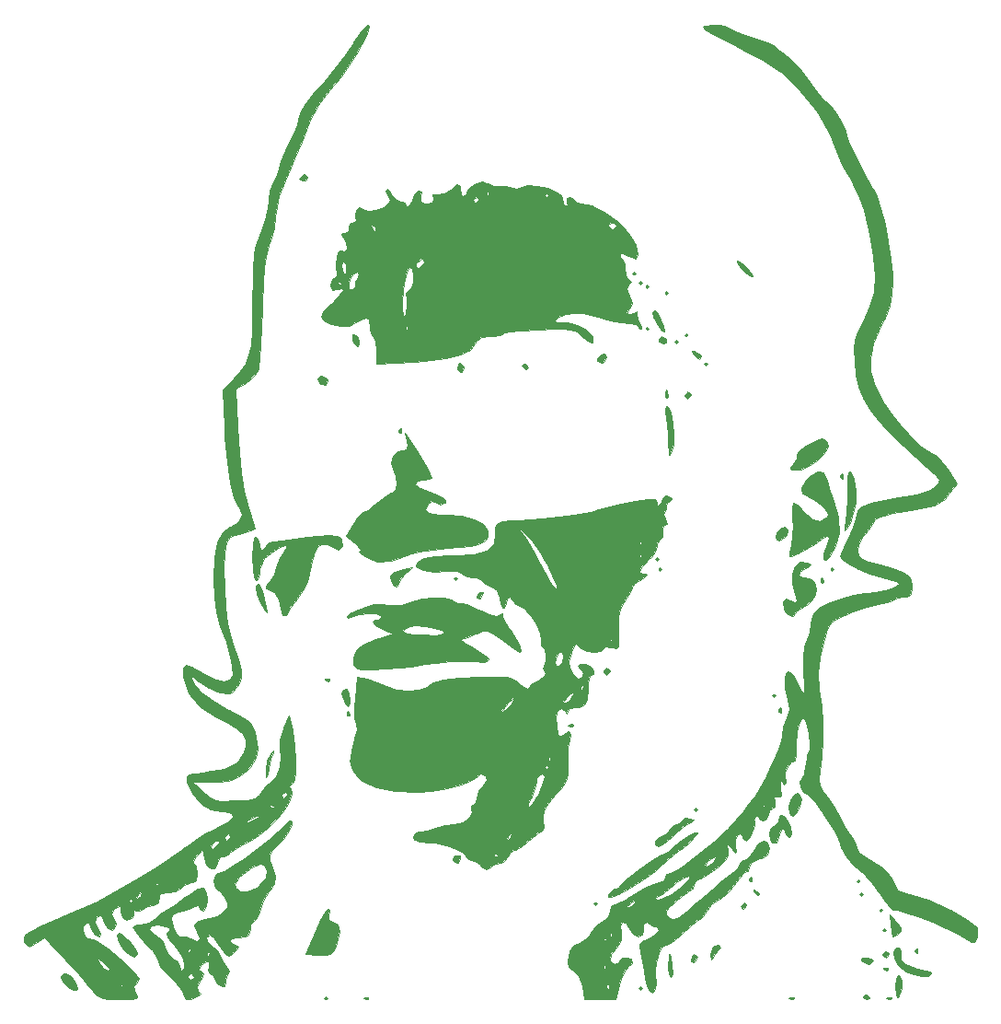
<source format=gbo>
G04 #@! TF.GenerationSoftware,KiCad,Pcbnew,(5.1.8)-1*
G04 #@! TF.CreationDate,2021-04-18T14:37:25+02:00*
G04 #@! TF.ProjectId,Coaster_LiPo,436f6173-7465-4725-9f4c-69506f2e6b69,D*
G04 #@! TF.SameCoordinates,Original*
G04 #@! TF.FileFunction,Legend,Bot*
G04 #@! TF.FilePolarity,Positive*
%FSLAX46Y46*%
G04 Gerber Fmt 4.6, Leading zero omitted, Abs format (unit mm)*
G04 Created by KiCad (PCBNEW (5.1.8)-1) date 2021-04-18 14:37:25*
%MOMM*%
%LPD*%
G01*
G04 APERTURE LIST*
%ADD10C,0.010000*%
%ADD11C,1.000000*%
%ADD12C,0.900000*%
G04 APERTURE END LIST*
D10*
G36*
X77778272Y-50401230D02*
G01*
X77597353Y-50993254D01*
X77186027Y-51853779D01*
X76605095Y-52875562D01*
X75915359Y-53951364D01*
X75177620Y-54973943D01*
X74481708Y-55804877D01*
X73215105Y-57366733D01*
X72328144Y-58964297D01*
X72051923Y-59645537D01*
X71544228Y-60944569D01*
X70910854Y-62475654D01*
X70279958Y-63929781D01*
X70216216Y-64071765D01*
X69491468Y-65919427D01*
X69160579Y-67386880D01*
X69134825Y-67835854D01*
X69012368Y-68942950D01*
X68712288Y-69996750D01*
X68608235Y-70226442D01*
X68398508Y-70757802D01*
X68236343Y-71492153D01*
X68111030Y-72523209D01*
X68011857Y-73944685D01*
X67928115Y-75850295D01*
X67911392Y-76323529D01*
X67841284Y-78045736D01*
X67757504Y-79591353D01*
X67667800Y-80847487D01*
X67579917Y-81701241D01*
X67521522Y-82005094D01*
X67120944Y-82564574D01*
X66444418Y-83100327D01*
X66400408Y-83126141D01*
X65495263Y-83645623D01*
X65644020Y-87156341D01*
X65778264Y-89482872D01*
X65978091Y-91384794D01*
X66269143Y-93033813D01*
X66677066Y-94601629D01*
X66829115Y-95091320D01*
X67289745Y-96527346D01*
X66547478Y-96809555D01*
X65826757Y-97026183D01*
X65386943Y-97091765D01*
X64931001Y-97254729D01*
X64619245Y-97782360D01*
X64439833Y-98732761D01*
X64380926Y-100164037D01*
X64418435Y-101844338D01*
X64533941Y-103757299D01*
X64722773Y-105242978D01*
X65010716Y-106469845D01*
X65223276Y-107102353D01*
X65716405Y-108506986D01*
X65973932Y-109497342D01*
X66007495Y-110203250D01*
X65828731Y-110754543D01*
X65583249Y-111118288D01*
X65175787Y-111563918D01*
X64764753Y-111700354D01*
X64111202Y-111575629D01*
X63783783Y-111480016D01*
X62852101Y-111091167D01*
X62084362Y-110589321D01*
X61960057Y-110470675D01*
X61546016Y-110119220D01*
X61362302Y-110147182D01*
X61361765Y-110160726D01*
X61623886Y-110796536D01*
X62345363Y-111565458D01*
X63428861Y-112383162D01*
X64777047Y-113165318D01*
X64902291Y-113228235D01*
X65967750Y-113775442D01*
X66622990Y-114199730D01*
X66998957Y-114631803D01*
X67226598Y-115202365D01*
X67347207Y-115668640D01*
X67521782Y-116779338D01*
X67363024Y-117626122D01*
X66798008Y-118409422D01*
X66126750Y-119023062D01*
X65476428Y-119480597D01*
X64770718Y-119719319D01*
X63777856Y-119805146D01*
X63355896Y-119811112D01*
X61511176Y-119819872D01*
X62501850Y-120720792D01*
X63086325Y-121206510D01*
X63621226Y-121466501D01*
X64316339Y-121557986D01*
X65381449Y-121538189D01*
X65482471Y-121533797D01*
X66573795Y-121461929D01*
X67227567Y-121329529D01*
X67603863Y-121080695D01*
X67656378Y-120997647D01*
X69728823Y-120997647D01*
X69830777Y-121288701D01*
X69860600Y-121296471D01*
X70115726Y-121087074D01*
X70177059Y-120997647D01*
X70153366Y-120722286D01*
X70045283Y-120698823D01*
X69740984Y-120915743D01*
X69728823Y-120997647D01*
X67656378Y-120997647D01*
X67837385Y-120711404D01*
X68317883Y-120077833D01*
X68778498Y-119763794D01*
X69236980Y-119313829D01*
X69548788Y-118484932D01*
X69658948Y-117488745D01*
X69567853Y-116725039D01*
X69574072Y-115941235D01*
X69849199Y-114969083D01*
X69904338Y-114839499D01*
X70422161Y-113676471D01*
X70695929Y-115021176D01*
X70918958Y-116424668D01*
X71020267Y-117753796D01*
X71001087Y-118875890D01*
X70862654Y-119658277D01*
X70650031Y-119957942D01*
X70399905Y-120211844D01*
X70540154Y-120434389D01*
X70655823Y-120936699D01*
X70367890Y-121687481D01*
X69758614Y-122587182D01*
X68910254Y-123536251D01*
X67905069Y-124435137D01*
X66825320Y-125184286D01*
X66441765Y-125394335D01*
X65599110Y-125864386D01*
X64908390Y-126321475D01*
X64841568Y-126373896D01*
X64345343Y-126666427D01*
X64094510Y-126675294D01*
X63913302Y-126805147D01*
X63803986Y-127215703D01*
X63563270Y-127735884D01*
X63165128Y-127795439D01*
X62769986Y-127439858D01*
X62559361Y-126862786D01*
X62407647Y-126011694D01*
X61838392Y-126642318D01*
X61538538Y-127084759D01*
X61609088Y-127272869D01*
X61614274Y-127272941D01*
X61856521Y-127532390D01*
X61959382Y-128157592D01*
X61959412Y-128169412D01*
X61859765Y-128833019D01*
X61503770Y-129060637D01*
X61398354Y-129065882D01*
X60738111Y-129282917D01*
X60465294Y-129514118D01*
X59907395Y-129845666D01*
X59233411Y-129962353D01*
X58632364Y-130029324D01*
X58408916Y-130186471D01*
X58354015Y-130885340D01*
X57892030Y-131153540D01*
X57793518Y-131157647D01*
X57214721Y-131304756D01*
X57016233Y-131476842D01*
X56608890Y-131670192D01*
X56385430Y-131629677D01*
X56093438Y-131612829D01*
X56113542Y-131724858D01*
X56058096Y-132107526D01*
X55869887Y-132322767D01*
X55430866Y-132482206D01*
X55100392Y-132220304D01*
X54883188Y-131711447D01*
X54928969Y-131469560D01*
X54969540Y-131193679D01*
X54695896Y-131202879D01*
X54305486Y-131473401D01*
X54233699Y-131553228D01*
X54066857Y-132019629D01*
X54236789Y-132280200D01*
X54427148Y-132811422D01*
X54375554Y-133113568D01*
X54135779Y-133444791D01*
X53746340Y-133253188D01*
X53738229Y-133246477D01*
X53360470Y-132737847D01*
X53293529Y-132465763D01*
X53129869Y-132092028D01*
X53012341Y-132054118D01*
X52594033Y-132280600D01*
X52506133Y-132755376D01*
X52662155Y-133036390D01*
X52965487Y-133591049D01*
X52994706Y-133794001D01*
X52910970Y-134061748D01*
X52570173Y-133866609D01*
X52546471Y-133847059D01*
X52166080Y-133325020D01*
X52098235Y-133038509D01*
X51904074Y-132723831D01*
X51724706Y-132732570D01*
X51461000Y-133090148D01*
X51454291Y-133429824D01*
X51583450Y-133954614D01*
X51858322Y-134174670D01*
X52362006Y-134288543D01*
X52875559Y-134536210D01*
X53637253Y-135069651D01*
X54514232Y-135773966D01*
X55373640Y-136534255D01*
X56082622Y-137235617D01*
X56508322Y-137763153D01*
X56573637Y-137930980D01*
X56345835Y-138340035D01*
X56238914Y-138393499D01*
X56049740Y-138629871D01*
X56247599Y-139162044D01*
X56409289Y-139516877D01*
X56337741Y-139710076D01*
X55921785Y-139787039D01*
X55050251Y-139793162D01*
X54713723Y-139788430D01*
X53650874Y-139746476D01*
X52997705Y-139616738D01*
X52566656Y-139333535D01*
X52232205Y-138919422D01*
X51881476Y-138478823D01*
X54787647Y-138478823D01*
X54937059Y-138628235D01*
X55086471Y-138478823D01*
X54937059Y-138329412D01*
X54787647Y-138478823D01*
X51881476Y-138478823D01*
X51753968Y-138318643D01*
X50996003Y-137444725D01*
X50094749Y-136453460D01*
X49757090Y-136093222D01*
X49692228Y-136024642D01*
X52743554Y-136024642D01*
X52961738Y-136461765D01*
X53310576Y-136919631D01*
X53680791Y-137165052D01*
X53886078Y-137083922D01*
X53891176Y-137031020D01*
X53693961Y-136781699D01*
X53250048Y-136358667D01*
X52807702Y-135980709D01*
X52743554Y-136024642D01*
X49692228Y-136024642D01*
X47879259Y-134107763D01*
X46925806Y-134666812D01*
X46500000Y-135000000D01*
X46250000Y-134750000D01*
X46000000Y-134500000D01*
X46000000Y-134250000D01*
X46065264Y-133862679D01*
X47454016Y-133114404D01*
X49358127Y-132285877D01*
X49558235Y-132206179D01*
X51189564Y-131524241D01*
X52764096Y-130779497D01*
X52895361Y-130709412D01*
X55684118Y-130709412D01*
X55833529Y-130858823D01*
X55982941Y-130709412D01*
X55833529Y-130560000D01*
X55684118Y-130709412D01*
X52895361Y-130709412D01*
X53211640Y-130540544D01*
X56355030Y-130540544D01*
X56395905Y-130560000D01*
X56668607Y-130349634D01*
X56730000Y-130261176D01*
X56806146Y-129981809D01*
X56765271Y-129962353D01*
X56492569Y-130172719D01*
X56431176Y-130261176D01*
X56355030Y-130540544D01*
X53211640Y-130540544D01*
X54391047Y-129910836D01*
X55571700Y-129215294D01*
X58074706Y-129215294D01*
X58224118Y-129364706D01*
X58373529Y-129215294D01*
X58224118Y-129065882D01*
X58074706Y-129215294D01*
X55571700Y-129215294D01*
X56179635Y-128857150D01*
X58239077Y-127557330D01*
X60363889Y-126160211D01*
X60845361Y-125833048D01*
X63154706Y-125833048D01*
X63325443Y-125953504D01*
X63610162Y-125772830D01*
X63923419Y-125407429D01*
X63928867Y-125258083D01*
X63597084Y-125251688D01*
X63252105Y-125553225D01*
X63154706Y-125833048D01*
X60845361Y-125833048D01*
X61220489Y-125578147D01*
X61904392Y-125093070D01*
X62178916Y-124882353D01*
X64499412Y-124882353D01*
X64523104Y-125157714D01*
X64631188Y-125181176D01*
X64935486Y-124964257D01*
X64947647Y-124882353D01*
X64845693Y-124591298D01*
X64815871Y-124583529D01*
X64560744Y-124792926D01*
X64499412Y-124882353D01*
X62178916Y-124882353D01*
X62181230Y-124880577D01*
X62666096Y-124579462D01*
X63469365Y-124178803D01*
X63899465Y-123986868D01*
X64688937Y-123558674D01*
X66441765Y-123558674D01*
X66661382Y-123556644D01*
X67039412Y-123388235D01*
X67509028Y-123079637D01*
X67637059Y-122918972D01*
X67417442Y-122921003D01*
X67039412Y-123089412D01*
X66569795Y-123398010D01*
X66441765Y-123558674D01*
X64688937Y-123558674D01*
X64824061Y-123485386D01*
X65230150Y-123032404D01*
X65109524Y-122686261D01*
X64453976Y-122505298D01*
X64109796Y-122491765D01*
X63207623Y-122369693D01*
X62584045Y-121993725D01*
X68633137Y-121993725D01*
X68674157Y-122171376D01*
X68832353Y-122192941D01*
X69078318Y-122083606D01*
X69031569Y-121993725D01*
X68676935Y-121957962D01*
X68633137Y-121993725D01*
X62584045Y-121993725D01*
X62453934Y-121915279D01*
X62043353Y-121520588D01*
X61442412Y-120752141D01*
X61062509Y-120003196D01*
X61013557Y-119802353D01*
X60996169Y-119390469D01*
X61169895Y-119150275D01*
X61664706Y-119015045D01*
X62610573Y-118918050D01*
X62759683Y-118905882D01*
X64443541Y-118603344D01*
X65607432Y-118009304D01*
X66254139Y-117121942D01*
X66387966Y-116533980D01*
X66377532Y-115889267D01*
X66138881Y-115367868D01*
X65579542Y-114876007D01*
X64607044Y-114319909D01*
X63824753Y-113934578D01*
X62254073Y-112925009D01*
X61194397Y-111658283D01*
X60673350Y-110167438D01*
X60673024Y-110165294D01*
X60636232Y-109391253D01*
X60865686Y-109067134D01*
X61414349Y-109181718D01*
X62335182Y-109723782D01*
X62436076Y-109791765D01*
X63453536Y-110336436D01*
X64334591Y-110545942D01*
X64966523Y-110417279D01*
X65236614Y-109947442D01*
X65239342Y-109866471D01*
X65070096Y-108616712D01*
X64592272Y-106911863D01*
X64076992Y-105463042D01*
X63702022Y-104210468D01*
X63505317Y-102800952D01*
X63453529Y-101195209D01*
X63543002Y-99213746D01*
X63819077Y-97769030D01*
X64293240Y-96826392D01*
X64976974Y-96351161D01*
X65066659Y-96325634D01*
X65767617Y-95915615D01*
X66048674Y-95259322D01*
X65837928Y-94549575D01*
X65763983Y-94455644D01*
X65322229Y-93619035D01*
X64953947Y-92251472D01*
X64670701Y-90416433D01*
X64484056Y-88177397D01*
X64439041Y-87182989D01*
X64315707Y-83698920D01*
X65304030Y-82700636D01*
X65932216Y-82019048D01*
X66388431Y-81360900D01*
X66699756Y-80614661D01*
X66893272Y-79668796D01*
X66996060Y-78411774D01*
X67035200Y-76732060D01*
X67039412Y-75553406D01*
X67047216Y-73777563D01*
X67081014Y-72468890D01*
X67156385Y-71497001D01*
X67288910Y-70731509D01*
X67494167Y-70042027D01*
X67786471Y-69301176D01*
X68190447Y-68157938D01*
X68461718Y-67039006D01*
X68533529Y-66379059D01*
X68646236Y-65464427D01*
X68922530Y-64724948D01*
X68972261Y-64651820D01*
X69326102Y-63973699D01*
X69420496Y-63532063D01*
X69553292Y-62997263D01*
X69890935Y-62128949D01*
X70326471Y-61185514D01*
X70784006Y-60203900D01*
X71107045Y-59397341D01*
X71222941Y-58957044D01*
X71360091Y-58358668D01*
X71804573Y-57579118D01*
X72605932Y-56545025D01*
X73654079Y-55357015D01*
X74619818Y-54226591D01*
X75570530Y-52992089D01*
X76309391Y-51909874D01*
X76343491Y-51854055D01*
X76905756Y-50999511D01*
X77387812Y-50397110D01*
X77667982Y-50184946D01*
X77778272Y-50401230D01*
G37*
X77778272Y-50401230D02*
X77597353Y-50993254D01*
X77186027Y-51853779D01*
X76605095Y-52875562D01*
X75915359Y-53951364D01*
X75177620Y-54973943D01*
X74481708Y-55804877D01*
X73215105Y-57366733D01*
X72328144Y-58964297D01*
X72051923Y-59645537D01*
X71544228Y-60944569D01*
X70910854Y-62475654D01*
X70279958Y-63929781D01*
X70216216Y-64071765D01*
X69491468Y-65919427D01*
X69160579Y-67386880D01*
X69134825Y-67835854D01*
X69012368Y-68942950D01*
X68712288Y-69996750D01*
X68608235Y-70226442D01*
X68398508Y-70757802D01*
X68236343Y-71492153D01*
X68111030Y-72523209D01*
X68011857Y-73944685D01*
X67928115Y-75850295D01*
X67911392Y-76323529D01*
X67841284Y-78045736D01*
X67757504Y-79591353D01*
X67667800Y-80847487D01*
X67579917Y-81701241D01*
X67521522Y-82005094D01*
X67120944Y-82564574D01*
X66444418Y-83100327D01*
X66400408Y-83126141D01*
X65495263Y-83645623D01*
X65644020Y-87156341D01*
X65778264Y-89482872D01*
X65978091Y-91384794D01*
X66269143Y-93033813D01*
X66677066Y-94601629D01*
X66829115Y-95091320D01*
X67289745Y-96527346D01*
X66547478Y-96809555D01*
X65826757Y-97026183D01*
X65386943Y-97091765D01*
X64931001Y-97254729D01*
X64619245Y-97782360D01*
X64439833Y-98732761D01*
X64380926Y-100164037D01*
X64418435Y-101844338D01*
X64533941Y-103757299D01*
X64722773Y-105242978D01*
X65010716Y-106469845D01*
X65223276Y-107102353D01*
X65716405Y-108506986D01*
X65973932Y-109497342D01*
X66007495Y-110203250D01*
X65828731Y-110754543D01*
X65583249Y-111118288D01*
X65175787Y-111563918D01*
X64764753Y-111700354D01*
X64111202Y-111575629D01*
X63783783Y-111480016D01*
X62852101Y-111091167D01*
X62084362Y-110589321D01*
X61960057Y-110470675D01*
X61546016Y-110119220D01*
X61362302Y-110147182D01*
X61361765Y-110160726D01*
X61623886Y-110796536D01*
X62345363Y-111565458D01*
X63428861Y-112383162D01*
X64777047Y-113165318D01*
X64902291Y-113228235D01*
X65967750Y-113775442D01*
X66622990Y-114199730D01*
X66998957Y-114631803D01*
X67226598Y-115202365D01*
X67347207Y-115668640D01*
X67521782Y-116779338D01*
X67363024Y-117626122D01*
X66798008Y-118409422D01*
X66126750Y-119023062D01*
X65476428Y-119480597D01*
X64770718Y-119719319D01*
X63777856Y-119805146D01*
X63355896Y-119811112D01*
X61511176Y-119819872D01*
X62501850Y-120720792D01*
X63086325Y-121206510D01*
X63621226Y-121466501D01*
X64316339Y-121557986D01*
X65381449Y-121538189D01*
X65482471Y-121533797D01*
X66573795Y-121461929D01*
X67227567Y-121329529D01*
X67603863Y-121080695D01*
X67656378Y-120997647D01*
X69728823Y-120997647D01*
X69830777Y-121288701D01*
X69860600Y-121296471D01*
X70115726Y-121087074D01*
X70177059Y-120997647D01*
X70153366Y-120722286D01*
X70045283Y-120698823D01*
X69740984Y-120915743D01*
X69728823Y-120997647D01*
X67656378Y-120997647D01*
X67837385Y-120711404D01*
X68317883Y-120077833D01*
X68778498Y-119763794D01*
X69236980Y-119313829D01*
X69548788Y-118484932D01*
X69658948Y-117488745D01*
X69567853Y-116725039D01*
X69574072Y-115941235D01*
X69849199Y-114969083D01*
X69904338Y-114839499D01*
X70422161Y-113676471D01*
X70695929Y-115021176D01*
X70918958Y-116424668D01*
X71020267Y-117753796D01*
X71001087Y-118875890D01*
X70862654Y-119658277D01*
X70650031Y-119957942D01*
X70399905Y-120211844D01*
X70540154Y-120434389D01*
X70655823Y-120936699D01*
X70367890Y-121687481D01*
X69758614Y-122587182D01*
X68910254Y-123536251D01*
X67905069Y-124435137D01*
X66825320Y-125184286D01*
X66441765Y-125394335D01*
X65599110Y-125864386D01*
X64908390Y-126321475D01*
X64841568Y-126373896D01*
X64345343Y-126666427D01*
X64094510Y-126675294D01*
X63913302Y-126805147D01*
X63803986Y-127215703D01*
X63563270Y-127735884D01*
X63165128Y-127795439D01*
X62769986Y-127439858D01*
X62559361Y-126862786D01*
X62407647Y-126011694D01*
X61838392Y-126642318D01*
X61538538Y-127084759D01*
X61609088Y-127272869D01*
X61614274Y-127272941D01*
X61856521Y-127532390D01*
X61959382Y-128157592D01*
X61959412Y-128169412D01*
X61859765Y-128833019D01*
X61503770Y-129060637D01*
X61398354Y-129065882D01*
X60738111Y-129282917D01*
X60465294Y-129514118D01*
X59907395Y-129845666D01*
X59233411Y-129962353D01*
X58632364Y-130029324D01*
X58408916Y-130186471D01*
X58354015Y-130885340D01*
X57892030Y-131153540D01*
X57793518Y-131157647D01*
X57214721Y-131304756D01*
X57016233Y-131476842D01*
X56608890Y-131670192D01*
X56385430Y-131629677D01*
X56093438Y-131612829D01*
X56113542Y-131724858D01*
X56058096Y-132107526D01*
X55869887Y-132322767D01*
X55430866Y-132482206D01*
X55100392Y-132220304D01*
X54883188Y-131711447D01*
X54928969Y-131469560D01*
X54969540Y-131193679D01*
X54695896Y-131202879D01*
X54305486Y-131473401D01*
X54233699Y-131553228D01*
X54066857Y-132019629D01*
X54236789Y-132280200D01*
X54427148Y-132811422D01*
X54375554Y-133113568D01*
X54135779Y-133444791D01*
X53746340Y-133253188D01*
X53738229Y-133246477D01*
X53360470Y-132737847D01*
X53293529Y-132465763D01*
X53129869Y-132092028D01*
X53012341Y-132054118D01*
X52594033Y-132280600D01*
X52506133Y-132755376D01*
X52662155Y-133036390D01*
X52965487Y-133591049D01*
X52994706Y-133794001D01*
X52910970Y-134061748D01*
X52570173Y-133866609D01*
X52546471Y-133847059D01*
X52166080Y-133325020D01*
X52098235Y-133038509D01*
X51904074Y-132723831D01*
X51724706Y-132732570D01*
X51461000Y-133090148D01*
X51454291Y-133429824D01*
X51583450Y-133954614D01*
X51858322Y-134174670D01*
X52362006Y-134288543D01*
X52875559Y-134536210D01*
X53637253Y-135069651D01*
X54514232Y-135773966D01*
X55373640Y-136534255D01*
X56082622Y-137235617D01*
X56508322Y-137763153D01*
X56573637Y-137930980D01*
X56345835Y-138340035D01*
X56238914Y-138393499D01*
X56049740Y-138629871D01*
X56247599Y-139162044D01*
X56409289Y-139516877D01*
X56337741Y-139710076D01*
X55921785Y-139787039D01*
X55050251Y-139793162D01*
X54713723Y-139788430D01*
X53650874Y-139746476D01*
X52997705Y-139616738D01*
X52566656Y-139333535D01*
X52232205Y-138919422D01*
X51881476Y-138478823D01*
X54787647Y-138478823D01*
X54937059Y-138628235D01*
X55086471Y-138478823D01*
X54937059Y-138329412D01*
X54787647Y-138478823D01*
X51881476Y-138478823D01*
X51753968Y-138318643D01*
X50996003Y-137444725D01*
X50094749Y-136453460D01*
X49757090Y-136093222D01*
X49692228Y-136024642D01*
X52743554Y-136024642D01*
X52961738Y-136461765D01*
X53310576Y-136919631D01*
X53680791Y-137165052D01*
X53886078Y-137083922D01*
X53891176Y-137031020D01*
X53693961Y-136781699D01*
X53250048Y-136358667D01*
X52807702Y-135980709D01*
X52743554Y-136024642D01*
X49692228Y-136024642D01*
X47879259Y-134107763D01*
X46925806Y-134666812D01*
X46500000Y-135000000D01*
X46250000Y-134750000D01*
X46000000Y-134500000D01*
X46000000Y-134250000D01*
X46065264Y-133862679D01*
X47454016Y-133114404D01*
X49358127Y-132285877D01*
X49558235Y-132206179D01*
X51189564Y-131524241D01*
X52764096Y-130779497D01*
X52895361Y-130709412D01*
X55684118Y-130709412D01*
X55833529Y-130858823D01*
X55982941Y-130709412D01*
X55833529Y-130560000D01*
X55684118Y-130709412D01*
X52895361Y-130709412D01*
X53211640Y-130540544D01*
X56355030Y-130540544D01*
X56395905Y-130560000D01*
X56668607Y-130349634D01*
X56730000Y-130261176D01*
X56806146Y-129981809D01*
X56765271Y-129962353D01*
X56492569Y-130172719D01*
X56431176Y-130261176D01*
X56355030Y-130540544D01*
X53211640Y-130540544D01*
X54391047Y-129910836D01*
X55571700Y-129215294D01*
X58074706Y-129215294D01*
X58224118Y-129364706D01*
X58373529Y-129215294D01*
X58224118Y-129065882D01*
X58074706Y-129215294D01*
X55571700Y-129215294D01*
X56179635Y-128857150D01*
X58239077Y-127557330D01*
X60363889Y-126160211D01*
X60845361Y-125833048D01*
X63154706Y-125833048D01*
X63325443Y-125953504D01*
X63610162Y-125772830D01*
X63923419Y-125407429D01*
X63928867Y-125258083D01*
X63597084Y-125251688D01*
X63252105Y-125553225D01*
X63154706Y-125833048D01*
X60845361Y-125833048D01*
X61220489Y-125578147D01*
X61904392Y-125093070D01*
X62178916Y-124882353D01*
X64499412Y-124882353D01*
X64523104Y-125157714D01*
X64631188Y-125181176D01*
X64935486Y-124964257D01*
X64947647Y-124882353D01*
X64845693Y-124591298D01*
X64815871Y-124583529D01*
X64560744Y-124792926D01*
X64499412Y-124882353D01*
X62178916Y-124882353D01*
X62181230Y-124880577D01*
X62666096Y-124579462D01*
X63469365Y-124178803D01*
X63899465Y-123986868D01*
X64688937Y-123558674D01*
X66441765Y-123558674D01*
X66661382Y-123556644D01*
X67039412Y-123388235D01*
X67509028Y-123079637D01*
X67637059Y-122918972D01*
X67417442Y-122921003D01*
X67039412Y-123089412D01*
X66569795Y-123398010D01*
X66441765Y-123558674D01*
X64688937Y-123558674D01*
X64824061Y-123485386D01*
X65230150Y-123032404D01*
X65109524Y-122686261D01*
X64453976Y-122505298D01*
X64109796Y-122491765D01*
X63207623Y-122369693D01*
X62584045Y-121993725D01*
X68633137Y-121993725D01*
X68674157Y-122171376D01*
X68832353Y-122192941D01*
X69078318Y-122083606D01*
X69031569Y-121993725D01*
X68676935Y-121957962D01*
X68633137Y-121993725D01*
X62584045Y-121993725D01*
X62453934Y-121915279D01*
X62043353Y-121520588D01*
X61442412Y-120752141D01*
X61062509Y-120003196D01*
X61013557Y-119802353D01*
X60996169Y-119390469D01*
X61169895Y-119150275D01*
X61664706Y-119015045D01*
X62610573Y-118918050D01*
X62759683Y-118905882D01*
X64443541Y-118603344D01*
X65607432Y-118009304D01*
X66254139Y-117121942D01*
X66387966Y-116533980D01*
X66377532Y-115889267D01*
X66138881Y-115367868D01*
X65579542Y-114876007D01*
X64607044Y-114319909D01*
X63824753Y-113934578D01*
X62254073Y-112925009D01*
X61194397Y-111658283D01*
X60673350Y-110167438D01*
X60673024Y-110165294D01*
X60636232Y-109391253D01*
X60865686Y-109067134D01*
X61414349Y-109181718D01*
X62335182Y-109723782D01*
X62436076Y-109791765D01*
X63453536Y-110336436D01*
X64334591Y-110545942D01*
X64966523Y-110417279D01*
X65236614Y-109947442D01*
X65239342Y-109866471D01*
X65070096Y-108616712D01*
X64592272Y-106911863D01*
X64076992Y-105463042D01*
X63702022Y-104210468D01*
X63505317Y-102800952D01*
X63453529Y-101195209D01*
X63543002Y-99213746D01*
X63819077Y-97769030D01*
X64293240Y-96826392D01*
X64976974Y-96351161D01*
X65066659Y-96325634D01*
X65767617Y-95915615D01*
X66048674Y-95259322D01*
X65837928Y-94549575D01*
X65763983Y-94455644D01*
X65322229Y-93619035D01*
X64953947Y-92251472D01*
X64670701Y-90416433D01*
X64484056Y-88177397D01*
X64439041Y-87182989D01*
X64315707Y-83698920D01*
X65304030Y-82700636D01*
X65932216Y-82019048D01*
X66388431Y-81360900D01*
X66699756Y-80614661D01*
X66893272Y-79668796D01*
X66996060Y-78411774D01*
X67035200Y-76732060D01*
X67039412Y-75553406D01*
X67047216Y-73777563D01*
X67081014Y-72468890D01*
X67156385Y-71497001D01*
X67288910Y-70731509D01*
X67494167Y-70042027D01*
X67786471Y-69301176D01*
X68190447Y-68157938D01*
X68461718Y-67039006D01*
X68533529Y-66379059D01*
X68646236Y-65464427D01*
X68922530Y-64724948D01*
X68972261Y-64651820D01*
X69326102Y-63973699D01*
X69420496Y-63532063D01*
X69553292Y-62997263D01*
X69890935Y-62128949D01*
X70326471Y-61185514D01*
X70784006Y-60203900D01*
X71107045Y-59397341D01*
X71222941Y-58957044D01*
X71360091Y-58358668D01*
X71804573Y-57579118D01*
X72605932Y-56545025D01*
X73654079Y-55357015D01*
X74619818Y-54226591D01*
X75570530Y-52992089D01*
X76309391Y-51909874D01*
X76343491Y-51854055D01*
X76905756Y-50999511D01*
X77387812Y-50397110D01*
X77667982Y-50184946D01*
X77778272Y-50401230D01*
G36*
X70598111Y-123462874D02*
G01*
X70625294Y-123721233D01*
X70417215Y-124292878D01*
X69888170Y-125023163D01*
X69529237Y-125397264D01*
X68887899Y-126039741D01*
X68618659Y-126496122D01*
X68643941Y-126973975D01*
X68782178Y-127396117D01*
X69075070Y-128403895D01*
X69048780Y-129108976D01*
X68681334Y-129727171D01*
X68527199Y-129900307D01*
X68019971Y-130683812D01*
X67737650Y-131476454D01*
X67485840Y-132175065D01*
X67138255Y-132563059D01*
X67133783Y-132564823D01*
X66833342Y-132949997D01*
X66802743Y-133357246D01*
X66701678Y-133895020D01*
X66441765Y-134022003D01*
X65546347Y-134102350D01*
X65100036Y-134198480D01*
X64954770Y-134350111D01*
X64947647Y-134422795D01*
X65193345Y-134713366D01*
X65428880Y-134796324D01*
X65708938Y-134923792D01*
X65554312Y-135201359D01*
X65290712Y-135452020D01*
X64885090Y-135776358D01*
X64601865Y-135758976D01*
X64273015Y-135330016D01*
X64032904Y-134929079D01*
X63480010Y-134127739D01*
X63062858Y-133863452D01*
X62731693Y-134105143D01*
X62726672Y-134113196D01*
X62828220Y-134443172D01*
X63302859Y-134864633D01*
X63306683Y-134867143D01*
X63842552Y-135347425D01*
X64051176Y-135774956D01*
X64247752Y-136307656D01*
X64539966Y-136683748D01*
X64845932Y-137182960D01*
X64712730Y-137488564D01*
X64517780Y-138014890D01*
X64554734Y-138216413D01*
X64473793Y-138572786D01*
X64252696Y-138628235D01*
X63800342Y-138378965D01*
X63602941Y-138030588D01*
X63326104Y-137547409D01*
X63114432Y-137432941D01*
X62952031Y-137199821D01*
X63005294Y-136835294D01*
X63026519Y-136342031D01*
X62734513Y-136280550D01*
X62282352Y-136656823D01*
X62091912Y-137035584D01*
X62314145Y-137202558D01*
X62506633Y-137420048D01*
X62311113Y-137905261D01*
X62184943Y-138105765D01*
X61877935Y-138703323D01*
X61977338Y-138999052D01*
X62041855Y-139031398D01*
X62218633Y-139241565D01*
X61959412Y-139497380D01*
X61347321Y-139781670D01*
X60887505Y-139752917D01*
X60764118Y-139528122D01*
X60552617Y-139032700D01*
X59993860Y-138301706D01*
X59444211Y-137731765D01*
X61062941Y-137731765D01*
X61290338Y-138021905D01*
X61361765Y-138030588D01*
X61651905Y-137803191D01*
X61660588Y-137731765D01*
X61433191Y-137441625D01*
X61361765Y-137432941D01*
X61071625Y-137660338D01*
X61062941Y-137731765D01*
X59444211Y-137731765D01*
X59201469Y-137480062D01*
X59045882Y-137336519D01*
X58564131Y-136784345D01*
X58373529Y-136346753D01*
X58187516Y-135883697D01*
X57732474Y-135253613D01*
X57660428Y-135171390D01*
X56763844Y-134163960D01*
X56233357Y-133519251D01*
X56132349Y-133334782D01*
X57534312Y-133334782D01*
X57972052Y-133793313D01*
X58224118Y-133968992D01*
X58762161Y-134464036D01*
X58971176Y-134921174D01*
X59217568Y-135581161D01*
X59809760Y-136150223D01*
X60017059Y-136258992D01*
X60270522Y-136625436D01*
X60274379Y-136760588D01*
X60400942Y-137106097D01*
X60498497Y-137134118D01*
X60707443Y-136881149D01*
X60764118Y-136475991D01*
X60566019Y-135870033D01*
X60414954Y-135640000D01*
X62855882Y-135640000D01*
X62965217Y-135885966D01*
X63055098Y-135839216D01*
X63090861Y-135484582D01*
X63055098Y-135440784D01*
X62877448Y-135481804D01*
X62855882Y-135640000D01*
X60414954Y-135640000D01*
X60218711Y-135341176D01*
X61062941Y-135341176D01*
X61172276Y-135587142D01*
X61262157Y-135540392D01*
X61297920Y-135185758D01*
X61262157Y-135141961D01*
X61084507Y-135182980D01*
X61062941Y-135341176D01*
X60218711Y-135341176D01*
X60066290Y-135109081D01*
X59792941Y-134794276D01*
X59214360Y-134085767D01*
X59117922Y-133692963D01*
X59197156Y-133633939D01*
X59471774Y-133395943D01*
X59274571Y-133144990D01*
X58721666Y-132975404D01*
X58355894Y-132950588D01*
X57662883Y-133049049D01*
X57534312Y-133334782D01*
X56132349Y-133334782D01*
X56034630Y-133156320D01*
X56133327Y-132994227D01*
X56495114Y-132952029D01*
X56718359Y-132950588D01*
X57497279Y-132738973D01*
X57988359Y-132393464D01*
X58684702Y-131816135D01*
X59270000Y-131453756D01*
X59972268Y-131028817D01*
X60837164Y-130422219D01*
X61132346Y-130197027D01*
X61990491Y-129633439D01*
X62535242Y-129560148D01*
X62806784Y-129985616D01*
X62855882Y-130560000D01*
X62759381Y-131236791D01*
X62534451Y-131615459D01*
X62277951Y-131579115D01*
X62173388Y-131383626D01*
X61962696Y-131159022D01*
X61510012Y-131321193D01*
X61404862Y-131381765D01*
X60653137Y-131681592D01*
X60170525Y-131755294D01*
X59671454Y-131961220D01*
X59568823Y-132372586D01*
X59686013Y-133085641D01*
X59966534Y-133696174D01*
X60303815Y-134011956D01*
X60468132Y-133994717D01*
X60905215Y-134004047D01*
X61336019Y-134199153D01*
X61929933Y-134430268D01*
X62151617Y-134217982D01*
X61941645Y-133628144D01*
X61905411Y-133568216D01*
X61666848Y-133048678D01*
X61834123Y-132734395D01*
X61959412Y-132647223D01*
X62621757Y-132410196D01*
X63080000Y-132357517D01*
X63790400Y-132148595D01*
X64354162Y-131751132D01*
X64751796Y-131278507D01*
X64743653Y-130875038D01*
X64469206Y-130406426D01*
X64041131Y-129875244D01*
X63717985Y-129663529D01*
X63519125Y-129407602D01*
X63490969Y-129196786D01*
X65414977Y-129196786D01*
X65448377Y-129543163D01*
X65857734Y-129899758D01*
X66557314Y-129880848D01*
X67388278Y-129505291D01*
X67702352Y-129275533D01*
X68273842Y-128649816D01*
X68360919Y-128034452D01*
X68339853Y-127941574D01*
X68112837Y-127421684D01*
X67728223Y-127320729D01*
X67054742Y-127624461D01*
X66804780Y-127774974D01*
X65815812Y-128527054D01*
X65414977Y-129196786D01*
X63490969Y-129196786D01*
X63453529Y-128916471D01*
X63608159Y-128317325D01*
X63897753Y-128169412D01*
X64417590Y-127988215D01*
X65263159Y-127503430D01*
X66308885Y-126803265D01*
X67429193Y-125975930D01*
X68498510Y-125109632D01*
X69329182Y-124354165D01*
X70040690Y-123678975D01*
X70433750Y-123396487D01*
X70598111Y-123462874D01*
G37*
X70598111Y-123462874D02*
X70625294Y-123721233D01*
X70417215Y-124292878D01*
X69888170Y-125023163D01*
X69529237Y-125397264D01*
X68887899Y-126039741D01*
X68618659Y-126496122D01*
X68643941Y-126973975D01*
X68782178Y-127396117D01*
X69075070Y-128403895D01*
X69048780Y-129108976D01*
X68681334Y-129727171D01*
X68527199Y-129900307D01*
X68019971Y-130683812D01*
X67737650Y-131476454D01*
X67485840Y-132175065D01*
X67138255Y-132563059D01*
X67133783Y-132564823D01*
X66833342Y-132949997D01*
X66802743Y-133357246D01*
X66701678Y-133895020D01*
X66441765Y-134022003D01*
X65546347Y-134102350D01*
X65100036Y-134198480D01*
X64954770Y-134350111D01*
X64947647Y-134422795D01*
X65193345Y-134713366D01*
X65428880Y-134796324D01*
X65708938Y-134923792D01*
X65554312Y-135201359D01*
X65290712Y-135452020D01*
X64885090Y-135776358D01*
X64601865Y-135758976D01*
X64273015Y-135330016D01*
X64032904Y-134929079D01*
X63480010Y-134127739D01*
X63062858Y-133863452D01*
X62731693Y-134105143D01*
X62726672Y-134113196D01*
X62828220Y-134443172D01*
X63302859Y-134864633D01*
X63306683Y-134867143D01*
X63842552Y-135347425D01*
X64051176Y-135774956D01*
X64247752Y-136307656D01*
X64539966Y-136683748D01*
X64845932Y-137182960D01*
X64712730Y-137488564D01*
X64517780Y-138014890D01*
X64554734Y-138216413D01*
X64473793Y-138572786D01*
X64252696Y-138628235D01*
X63800342Y-138378965D01*
X63602941Y-138030588D01*
X63326104Y-137547409D01*
X63114432Y-137432941D01*
X62952031Y-137199821D01*
X63005294Y-136835294D01*
X63026519Y-136342031D01*
X62734513Y-136280550D01*
X62282352Y-136656823D01*
X62091912Y-137035584D01*
X62314145Y-137202558D01*
X62506633Y-137420048D01*
X62311113Y-137905261D01*
X62184943Y-138105765D01*
X61877935Y-138703323D01*
X61977338Y-138999052D01*
X62041855Y-139031398D01*
X62218633Y-139241565D01*
X61959412Y-139497380D01*
X61347321Y-139781670D01*
X60887505Y-139752917D01*
X60764118Y-139528122D01*
X60552617Y-139032700D01*
X59993860Y-138301706D01*
X59444211Y-137731765D01*
X61062941Y-137731765D01*
X61290338Y-138021905D01*
X61361765Y-138030588D01*
X61651905Y-137803191D01*
X61660588Y-137731765D01*
X61433191Y-137441625D01*
X61361765Y-137432941D01*
X61071625Y-137660338D01*
X61062941Y-137731765D01*
X59444211Y-137731765D01*
X59201469Y-137480062D01*
X59045882Y-137336519D01*
X58564131Y-136784345D01*
X58373529Y-136346753D01*
X58187516Y-135883697D01*
X57732474Y-135253613D01*
X57660428Y-135171390D01*
X56763844Y-134163960D01*
X56233357Y-133519251D01*
X56132349Y-133334782D01*
X57534312Y-133334782D01*
X57972052Y-133793313D01*
X58224118Y-133968992D01*
X58762161Y-134464036D01*
X58971176Y-134921174D01*
X59217568Y-135581161D01*
X59809760Y-136150223D01*
X60017059Y-136258992D01*
X60270522Y-136625436D01*
X60274379Y-136760588D01*
X60400942Y-137106097D01*
X60498497Y-137134118D01*
X60707443Y-136881149D01*
X60764118Y-136475991D01*
X60566019Y-135870033D01*
X60414954Y-135640000D01*
X62855882Y-135640000D01*
X62965217Y-135885966D01*
X63055098Y-135839216D01*
X63090861Y-135484582D01*
X63055098Y-135440784D01*
X62877448Y-135481804D01*
X62855882Y-135640000D01*
X60414954Y-135640000D01*
X60218711Y-135341176D01*
X61062941Y-135341176D01*
X61172276Y-135587142D01*
X61262157Y-135540392D01*
X61297920Y-135185758D01*
X61262157Y-135141961D01*
X61084507Y-135182980D01*
X61062941Y-135341176D01*
X60218711Y-135341176D01*
X60066290Y-135109081D01*
X59792941Y-134794276D01*
X59214360Y-134085767D01*
X59117922Y-133692963D01*
X59197156Y-133633939D01*
X59471774Y-133395943D01*
X59274571Y-133144990D01*
X58721666Y-132975404D01*
X58355894Y-132950588D01*
X57662883Y-133049049D01*
X57534312Y-133334782D01*
X56132349Y-133334782D01*
X56034630Y-133156320D01*
X56133327Y-132994227D01*
X56495114Y-132952029D01*
X56718359Y-132950588D01*
X57497279Y-132738973D01*
X57988359Y-132393464D01*
X58684702Y-131816135D01*
X59270000Y-131453756D01*
X59972268Y-131028817D01*
X60837164Y-130422219D01*
X61132346Y-130197027D01*
X61990491Y-129633439D01*
X62535242Y-129560148D01*
X62806784Y-129985616D01*
X62855882Y-130560000D01*
X62759381Y-131236791D01*
X62534451Y-131615459D01*
X62277951Y-131579115D01*
X62173388Y-131383626D01*
X61962696Y-131159022D01*
X61510012Y-131321193D01*
X61404862Y-131381765D01*
X60653137Y-131681592D01*
X60170525Y-131755294D01*
X59671454Y-131961220D01*
X59568823Y-132372586D01*
X59686013Y-133085641D01*
X59966534Y-133696174D01*
X60303815Y-134011956D01*
X60468132Y-133994717D01*
X60905215Y-134004047D01*
X61336019Y-134199153D01*
X61929933Y-134430268D01*
X62151617Y-134217982D01*
X61941645Y-133628144D01*
X61905411Y-133568216D01*
X61666848Y-133048678D01*
X61834123Y-132734395D01*
X61959412Y-132647223D01*
X62621757Y-132410196D01*
X63080000Y-132357517D01*
X63790400Y-132148595D01*
X64354162Y-131751132D01*
X64751796Y-131278507D01*
X64743653Y-130875038D01*
X64469206Y-130406426D01*
X64041131Y-129875244D01*
X63717985Y-129663529D01*
X63519125Y-129407602D01*
X63490969Y-129196786D01*
X65414977Y-129196786D01*
X65448377Y-129543163D01*
X65857734Y-129899758D01*
X66557314Y-129880848D01*
X67388278Y-129505291D01*
X67702352Y-129275533D01*
X68273842Y-128649816D01*
X68360919Y-128034452D01*
X68339853Y-127941574D01*
X68112837Y-127421684D01*
X67728223Y-127320729D01*
X67054742Y-127624461D01*
X66804780Y-127774974D01*
X65815812Y-128527054D01*
X65414977Y-129196786D01*
X63490969Y-129196786D01*
X63453529Y-128916471D01*
X63608159Y-128317325D01*
X63897753Y-128169412D01*
X64417590Y-127988215D01*
X65263159Y-127503430D01*
X66308885Y-126803265D01*
X67429193Y-125975930D01*
X68498510Y-125109632D01*
X69329182Y-124354165D01*
X70040690Y-123678975D01*
X70433750Y-123396487D01*
X70598111Y-123462874D01*
G36*
X73912353Y-139674118D02*
G01*
X73762941Y-139823529D01*
X73613529Y-139674118D01*
X73762941Y-139524706D01*
X73912353Y-139674118D01*
G37*
X73912353Y-139674118D02*
X73762941Y-139823529D01*
X73613529Y-139674118D01*
X73762941Y-139524706D01*
X73912353Y-139674118D01*
G36*
X77697451Y-139624314D02*
G01*
X77656431Y-139801964D01*
X77498235Y-139823529D01*
X77252270Y-139714194D01*
X77299020Y-139624314D01*
X77653653Y-139588550D01*
X77697451Y-139624314D01*
G37*
X77697451Y-139624314D02*
X77656431Y-139801964D01*
X77498235Y-139823529D01*
X77252270Y-139714194D01*
X77299020Y-139624314D01*
X77653653Y-139588550D01*
X77697451Y-139624314D01*
G36*
X110053186Y-50245218D02*
G01*
X110688645Y-50390887D01*
X110787580Y-50450829D01*
X111250329Y-50692176D01*
X112102779Y-51025610D01*
X113156084Y-51377567D01*
X114143162Y-51710353D01*
X114856808Y-52004167D01*
X115150789Y-52198345D01*
X115151889Y-52205536D01*
X115386075Y-52482731D01*
X115953490Y-52872022D01*
X116014648Y-52907342D01*
X116612501Y-53399474D01*
X117362854Y-54225583D01*
X118106436Y-55209759D01*
X118128196Y-55241687D01*
X118793922Y-56161902D01*
X119385342Y-56874317D01*
X119785235Y-57239071D01*
X119813357Y-57252296D01*
X120230906Y-57617303D01*
X120754927Y-58327586D01*
X121260354Y-59177448D01*
X121622121Y-59961191D01*
X121724118Y-60394952D01*
X121856788Y-60845275D01*
X122201306Y-61654603D01*
X122677430Y-62660531D01*
X123204921Y-63700656D01*
X123703537Y-64612574D01*
X124093038Y-65233880D01*
X124153931Y-65312803D01*
X124496950Y-65978033D01*
X124858577Y-67093049D01*
X125208646Y-68511983D01*
X125516992Y-70088969D01*
X125753451Y-71678138D01*
X125887856Y-73133623D01*
X125907402Y-73791960D01*
X125855053Y-74971051D01*
X125654382Y-75988991D01*
X125240456Y-77102440D01*
X124861765Y-77925133D01*
X124190931Y-79513978D01*
X123885115Y-80826061D01*
X123931719Y-82047861D01*
X124318151Y-83365856D01*
X124469112Y-83738721D01*
X124994092Y-84726775D01*
X125763296Y-85863015D01*
X126672279Y-87024710D01*
X127616594Y-88089131D01*
X128491796Y-88933549D01*
X129193438Y-89435234D01*
X129378041Y-89506980D01*
X129949247Y-89850180D01*
X130622851Y-90529887D01*
X130990256Y-91016097D01*
X131887668Y-92345810D01*
X131131995Y-93336548D01*
X130759510Y-93769881D01*
X130328305Y-94102401D01*
X129734425Y-94368765D01*
X128873912Y-94603627D01*
X127642812Y-94841643D01*
X125937168Y-95117468D01*
X125662723Y-95159823D01*
X124809739Y-95382967D01*
X124271144Y-95700515D01*
X124198831Y-95809439D01*
X123883999Y-96330348D01*
X123353283Y-96985596D01*
X123309004Y-97033869D01*
X122758269Y-97927416D01*
X122681131Y-98570094D01*
X122793036Y-98990091D01*
X123098151Y-99290148D01*
X123727415Y-99548373D01*
X124811768Y-99842871D01*
X124817062Y-99844194D01*
X126165086Y-100219602D01*
X127023848Y-100582065D01*
X127495497Y-101004749D01*
X127682184Y-101560818D01*
X127700588Y-101909530D01*
X127610711Y-102534333D01*
X127239894Y-102754533D01*
X126971165Y-102769412D01*
X126349738Y-102863596D01*
X126082853Y-103026500D01*
X125713644Y-103219857D01*
X124969932Y-103405341D01*
X124602178Y-103464759D01*
X123549675Y-103699229D01*
X122324643Y-104097385D01*
X121680491Y-104358286D01*
X120797402Y-104779653D01*
X120265025Y-105179913D01*
X119925927Y-105747214D01*
X119622674Y-106669709D01*
X119557647Y-106895323D01*
X119199140Y-108394710D01*
X119060234Y-109766880D01*
X119133178Y-111252030D01*
X119365859Y-112839725D01*
X119531593Y-114294006D01*
X119517470Y-115879316D01*
X119365435Y-117495967D01*
X119218447Y-118806363D01*
X119164358Y-119656624D01*
X119211373Y-120178233D01*
X119367697Y-120502669D01*
X119565313Y-120698823D01*
X119986117Y-121201160D01*
X120526966Y-122038877D01*
X120943879Y-122790588D01*
X121465189Y-123749358D01*
X121942503Y-124539107D01*
X122205790Y-124905882D01*
X122552469Y-125519871D01*
X122620588Y-125863039D01*
X122868034Y-126298479D01*
X123478140Y-126750085D01*
X123626116Y-126825585D01*
X124954732Y-127643178D01*
X125816159Y-128586834D01*
X126078361Y-129193781D01*
X126437018Y-129777198D01*
X127202567Y-130050305D01*
X129249508Y-130612039D01*
X131456922Y-131664783D01*
X132705882Y-132439499D01*
X133701452Y-133146892D01*
X133750000Y-133250000D01*
X133750000Y-133500000D01*
X133750000Y-133750000D01*
X133750000Y-134000000D01*
X133500000Y-134500000D01*
X133250000Y-134500000D01*
X132654714Y-134217057D01*
X132590522Y-134174364D01*
X131737996Y-133680371D01*
X130636006Y-133143465D01*
X129415469Y-132614558D01*
X128207302Y-132144562D01*
X127142420Y-131784390D01*
X126351739Y-131584955D01*
X125966176Y-131597169D01*
X125965424Y-131597909D01*
X125752306Y-131433970D01*
X125314682Y-130877779D01*
X124742779Y-130045144D01*
X124677980Y-129945418D01*
X123999158Y-129000411D01*
X123331597Y-128243437D01*
X122822755Y-127840253D01*
X122175654Y-127345543D01*
X121569592Y-126581152D01*
X121182410Y-125795153D01*
X121126471Y-125474081D01*
X120969601Y-125054400D01*
X120562445Y-124325258D01*
X120000179Y-123428643D01*
X119377982Y-122506541D01*
X118791032Y-121700941D01*
X118334507Y-121153830D01*
X118125801Y-120997647D01*
X117743708Y-120765911D01*
X117464541Y-120252604D01*
X117398089Y-119730572D01*
X117527779Y-119511446D01*
X117772355Y-119093996D01*
X117922086Y-118347057D01*
X117932161Y-118206082D01*
X118021893Y-117496355D01*
X118171605Y-117128499D01*
X118207224Y-117114281D01*
X118303562Y-116856170D01*
X118292158Y-116220221D01*
X118199012Y-115411088D01*
X118050121Y-114633426D01*
X117871483Y-114091888D01*
X117811780Y-114001340D01*
X117544713Y-113983031D01*
X117307642Y-114433042D01*
X117137420Y-115222088D01*
X117070898Y-116220881D01*
X117078031Y-116575593D01*
X117073080Y-117365903D01*
X116993436Y-117810311D01*
X116924953Y-117848883D01*
X116579155Y-117917617D01*
X116240798Y-118349219D01*
X116059106Y-118925969D01*
X116059079Y-119112182D01*
X116082784Y-119854047D01*
X115940898Y-120024264D01*
X115743489Y-119802353D01*
X115573641Y-119655818D01*
X115585810Y-120038819D01*
X115637079Y-120330661D01*
X115717919Y-120979532D01*
X115581118Y-121179628D01*
X115359641Y-121128822D01*
X115032417Y-121117341D01*
X115049291Y-121540711D01*
X115057243Y-121571690D01*
X115070298Y-122060052D01*
X114920881Y-122192941D01*
X114613353Y-122442077D01*
X114465769Y-122790588D01*
X114206284Y-123242466D01*
X113869354Y-123392163D01*
X113663127Y-123167411D01*
X113655882Y-123071776D01*
X113472154Y-122894754D01*
X113352184Y-122943012D01*
X113170825Y-123287055D01*
X113206569Y-123386491D01*
X113208851Y-123809403D01*
X113001076Y-124427956D01*
X112698230Y-124973816D01*
X112437524Y-125181176D01*
X112146831Y-124947472D01*
X112094325Y-124829446D01*
X111864487Y-124558341D01*
X111606053Y-124720743D01*
X111428454Y-125168673D01*
X111433968Y-125722431D01*
X111532079Y-126269491D01*
X111421516Y-126283792D01*
X111116536Y-125928235D01*
X110767497Y-125529908D01*
X110705351Y-125638292D01*
X110795021Y-126077647D01*
X110813567Y-126579609D01*
X110545285Y-127038768D01*
X109888387Y-127605499D01*
X109631994Y-127795882D01*
X108840473Y-128335366D01*
X108221787Y-128687993D01*
X107990798Y-128767059D01*
X107714614Y-129008895D01*
X107679412Y-129215294D01*
X107556134Y-129613469D01*
X107452028Y-129663529D01*
X107115228Y-129844276D01*
X106497756Y-130307682D01*
X106032616Y-130696031D01*
X105354433Y-131311502D01*
X105075752Y-131695421D01*
X105131279Y-131991928D01*
X105338241Y-132228894D01*
X105588179Y-132423591D01*
X105873963Y-132442547D01*
X106290139Y-132232954D01*
X106931252Y-131742001D01*
X107891847Y-130916880D01*
X108248416Y-130603373D01*
X109304803Y-129686511D01*
X110250757Y-128890786D01*
X110963175Y-128318372D01*
X111261940Y-128102158D01*
X111732895Y-127664818D01*
X111862941Y-127350472D01*
X112102365Y-127013814D01*
X112294871Y-126974118D01*
X112719038Y-126729878D01*
X113118911Y-126156007D01*
X113587443Y-125482296D01*
X114068992Y-125222183D01*
X114432960Y-125397736D01*
X114552353Y-125913795D01*
X114427046Y-126505247D01*
X113936484Y-126802753D01*
X113655882Y-126869529D01*
X112956413Y-127158500D01*
X112759412Y-127626753D01*
X112646322Y-128021820D01*
X112482136Y-128033317D01*
X112184419Y-128161651D01*
X111757140Y-128685357D01*
X111566992Y-128996883D01*
X110948675Y-129816378D01*
X110209204Y-130435333D01*
X110029007Y-130530246D01*
X109289085Y-131028929D01*
X108804420Y-131640809D01*
X108493920Y-132172269D01*
X108276628Y-132352941D01*
X107969246Y-132542973D01*
X107371786Y-133037827D01*
X106716353Y-133634704D01*
X105957737Y-134288236D01*
X105338184Y-134709300D01*
X105027127Y-134805709D01*
X104691984Y-134965107D01*
X104385263Y-135542965D01*
X104172424Y-136361246D01*
X104118924Y-137241912D01*
X104120701Y-137271063D01*
X104148559Y-138426235D01*
X104037175Y-139057227D01*
X103814843Y-139225882D01*
X103503417Y-138957850D01*
X103225228Y-138274866D01*
X103048494Y-137358603D01*
X103029378Y-137134118D01*
X102922639Y-136281579D01*
X102761118Y-135455382D01*
X102667913Y-134793344D01*
X102903842Y-134439964D01*
X103466429Y-134200927D01*
X104113176Y-133841350D01*
X104391805Y-133414011D01*
X104392353Y-133396732D01*
X104260285Y-133069177D01*
X104114178Y-133087239D01*
X103730390Y-133049765D01*
X103648307Y-132955463D01*
X103282464Y-132652809D01*
X103015214Y-132860294D01*
X102976464Y-133311869D01*
X102867172Y-133894727D01*
X102490570Y-134066937D01*
X102026971Y-133813854D01*
X101762622Y-133410475D01*
X101359773Y-132787491D01*
X101032445Y-132675450D01*
X100894168Y-133057791D01*
X100951607Y-133528768D01*
X100965163Y-134360509D01*
X100527114Y-135022885D01*
X100046948Y-135676730D01*
X99934687Y-136223873D01*
X100206560Y-136518858D01*
X100358235Y-136536471D01*
X100755900Y-136375114D01*
X100806471Y-136237647D01*
X101056750Y-135994858D01*
X101404118Y-135938823D01*
X101919477Y-136096835D01*
X101925166Y-136459860D01*
X101605400Y-136745740D01*
X101298200Y-137157851D01*
X100966087Y-137934435D01*
X100819506Y-138404118D01*
X100429976Y-139823529D01*
X97571944Y-139823529D01*
X97370001Y-138628235D01*
X99611176Y-138628235D01*
X99720511Y-138874201D01*
X99810392Y-138827451D01*
X99846155Y-138472817D01*
X99810392Y-138429020D01*
X99632742Y-138470039D01*
X99611176Y-138628235D01*
X97370001Y-138628235D01*
X97363841Y-138591780D01*
X97083656Y-137648028D01*
X96633999Y-137225165D01*
X96590516Y-137212222D01*
X96146943Y-136835294D01*
X99312353Y-136835294D01*
X99421688Y-137081260D01*
X99511569Y-137034510D01*
X99547332Y-136679876D01*
X99511569Y-136636078D01*
X99333918Y-136677098D01*
X99312353Y-136835294D01*
X96146943Y-136835294D01*
X96121973Y-136814076D01*
X96029870Y-136277501D01*
X96173777Y-135356119D01*
X96668275Y-134815252D01*
X97164098Y-134608475D01*
X97642795Y-134295294D01*
X99312353Y-134295294D01*
X99461765Y-134444706D01*
X99611176Y-134295294D01*
X99461765Y-134145882D01*
X99312353Y-134295294D01*
X97642795Y-134295294D01*
X97828202Y-134173994D01*
X98065070Y-133847059D01*
X99910000Y-133847059D01*
X100019335Y-134093024D01*
X100109216Y-134046274D01*
X100144979Y-133691641D01*
X100109216Y-133647843D01*
X99931565Y-133688862D01*
X99910000Y-133847059D01*
X98065070Y-133847059D01*
X98168226Y-133704680D01*
X98686169Y-133041152D01*
X99195893Y-132691123D01*
X99756291Y-132217009D01*
X99910000Y-131761700D01*
X100023499Y-131334270D01*
X101404118Y-131334270D01*
X101630330Y-131337236D01*
X101852353Y-131265709D01*
X102248252Y-130952204D01*
X102300588Y-130790263D01*
X102122911Y-130691290D01*
X101852353Y-130858823D01*
X101481245Y-131212423D01*
X101404118Y-131334270D01*
X100023499Y-131334270D01*
X100039835Y-131272751D01*
X100223178Y-131157647D01*
X100621344Y-131006395D01*
X101351510Y-130611672D01*
X101426290Y-130566073D01*
X104093529Y-130566073D01*
X104309765Y-130648543D01*
X104852954Y-130464804D01*
X105564821Y-130097553D01*
X106287091Y-129629484D01*
X106861488Y-129143293D01*
X106903961Y-129097680D01*
X107223611Y-128654288D01*
X107196107Y-128468245D01*
X107194569Y-128468235D01*
X106742109Y-128641430D01*
X106052767Y-129067937D01*
X105339979Y-129608139D01*
X105043361Y-129875418D01*
X104570130Y-130205964D01*
X104371008Y-130261176D01*
X104102326Y-130490015D01*
X104093529Y-130566073D01*
X101426290Y-130566073D01*
X102171333Y-130111765D01*
X103113729Y-129565126D01*
X103934210Y-129186615D01*
X104398155Y-129065882D01*
X104894443Y-128857861D01*
X104990000Y-128567843D01*
X105076567Y-128235628D01*
X105178017Y-128257821D01*
X105524822Y-128208427D01*
X106216981Y-127816834D01*
X106690259Y-127484159D01*
X108695370Y-127484159D01*
X108801527Y-127571765D01*
X109223614Y-127365752D01*
X109472353Y-127123529D01*
X109651688Y-126762900D01*
X109545532Y-126675294D01*
X109123444Y-126881307D01*
X108874706Y-127123529D01*
X108695370Y-127484159D01*
X106690259Y-127484159D01*
X107164788Y-127150606D01*
X108278536Y-126277307D01*
X109468520Y-125264500D01*
X110645035Y-124179750D01*
X110826647Y-124003428D01*
X112191530Y-122546316D01*
X112561236Y-122043529D01*
X113954706Y-122043529D01*
X114104118Y-122192941D01*
X114253529Y-122043529D01*
X114104118Y-121894118D01*
X113954706Y-122043529D01*
X112561236Y-122043529D01*
X113283021Y-121061928D01*
X114300822Y-119277386D01*
X114337824Y-119205632D01*
X114936048Y-117962750D01*
X115408290Y-116830235D01*
X115692720Y-115965022D01*
X115747647Y-115627341D01*
X115891108Y-114722124D01*
X116167164Y-113982049D01*
X116430350Y-113129839D01*
X116280685Y-112229656D01*
X116025040Y-111162694D01*
X115983943Y-110331216D01*
X116118144Y-109810266D01*
X116388396Y-109674889D01*
X116755451Y-110000128D01*
X117100614Y-110661916D01*
X117429644Y-111345313D01*
X117691591Y-111713513D01*
X117736921Y-111734118D01*
X117806910Y-111462505D01*
X117811155Y-110749410D01*
X117748949Y-109747451D01*
X117746273Y-109717059D01*
X117684757Y-108365930D01*
X117795489Y-107441757D01*
X117991597Y-106952941D01*
X118306030Y-106095175D01*
X118426470Y-105241595D01*
X118645154Y-104315714D01*
X119127453Y-103824943D01*
X119994637Y-103393650D01*
X121173353Y-102970152D01*
X122396086Y-102636893D01*
X123395316Y-102476318D01*
X123517059Y-102472156D01*
X124338772Y-102390191D01*
X125231932Y-102192193D01*
X126002385Y-101935814D01*
X126455976Y-101678706D01*
X126505294Y-101584833D01*
X126239741Y-101382366D01*
X125557882Y-101141770D01*
X124965241Y-100994535D01*
X123845309Y-100677391D01*
X122757094Y-100241685D01*
X121847444Y-99761748D01*
X121263209Y-99311912D01*
X121126471Y-99051420D01*
X121258216Y-98622521D01*
X121595741Y-97872150D01*
X121873529Y-97327193D01*
X122302419Y-96411908D01*
X122572602Y-95624504D01*
X122620588Y-95323025D01*
X122741519Y-94852608D01*
X123157347Y-94478899D01*
X123947623Y-94168367D01*
X125191899Y-93887483D01*
X126559616Y-93662791D01*
X128153944Y-93374578D01*
X129224800Y-93057017D01*
X129846318Y-92687847D01*
X129864012Y-92670563D01*
X130189201Y-92306449D01*
X130224646Y-92009692D01*
X129915756Y-91618079D01*
X129327700Y-91076904D01*
X127388059Y-89310175D01*
X125860901Y-87843099D01*
X124693649Y-86599966D01*
X123833723Y-85505066D01*
X123228544Y-84482687D01*
X122825534Y-83457118D01*
X122572114Y-82352649D01*
X122418961Y-81128690D01*
X122348033Y-80035539D01*
X122421993Y-79232453D01*
X122698856Y-78449200D01*
X123202943Y-77476821D01*
X123844318Y-76110819D01*
X124215800Y-74759594D01*
X124325972Y-73286499D01*
X124183417Y-71554886D01*
X123796717Y-69428107D01*
X123728296Y-69112450D01*
X123273924Y-67258380D01*
X122817050Y-65870188D01*
X122311601Y-64817696D01*
X122078854Y-64451854D01*
X121506348Y-63515206D01*
X121074101Y-62620730D01*
X120948654Y-62249992D01*
X120210788Y-60268372D01*
X118965340Y-58189538D01*
X117402274Y-56254563D01*
X116541905Y-55349792D01*
X115744604Y-54626163D01*
X114870677Y-53984940D01*
X113780430Y-53327385D01*
X112334169Y-52554763D01*
X111728070Y-52244009D01*
X110251691Y-51489024D01*
X109252814Y-50961522D01*
X108676329Y-50617867D01*
X108467126Y-50414420D01*
X108570094Y-50307542D01*
X108930125Y-50253597D01*
X109188288Y-50232916D01*
X110053186Y-50245218D01*
G37*
X110053186Y-50245218D02*
X110688645Y-50390887D01*
X110787580Y-50450829D01*
X111250329Y-50692176D01*
X112102779Y-51025610D01*
X113156084Y-51377567D01*
X114143162Y-51710353D01*
X114856808Y-52004167D01*
X115150789Y-52198345D01*
X115151889Y-52205536D01*
X115386075Y-52482731D01*
X115953490Y-52872022D01*
X116014648Y-52907342D01*
X116612501Y-53399474D01*
X117362854Y-54225583D01*
X118106436Y-55209759D01*
X118128196Y-55241687D01*
X118793922Y-56161902D01*
X119385342Y-56874317D01*
X119785235Y-57239071D01*
X119813357Y-57252296D01*
X120230906Y-57617303D01*
X120754927Y-58327586D01*
X121260354Y-59177448D01*
X121622121Y-59961191D01*
X121724118Y-60394952D01*
X121856788Y-60845275D01*
X122201306Y-61654603D01*
X122677430Y-62660531D01*
X123204921Y-63700656D01*
X123703537Y-64612574D01*
X124093038Y-65233880D01*
X124153931Y-65312803D01*
X124496950Y-65978033D01*
X124858577Y-67093049D01*
X125208646Y-68511983D01*
X125516992Y-70088969D01*
X125753451Y-71678138D01*
X125887856Y-73133623D01*
X125907402Y-73791960D01*
X125855053Y-74971051D01*
X125654382Y-75988991D01*
X125240456Y-77102440D01*
X124861765Y-77925133D01*
X124190931Y-79513978D01*
X123885115Y-80826061D01*
X123931719Y-82047861D01*
X124318151Y-83365856D01*
X124469112Y-83738721D01*
X124994092Y-84726775D01*
X125763296Y-85863015D01*
X126672279Y-87024710D01*
X127616594Y-88089131D01*
X128491796Y-88933549D01*
X129193438Y-89435234D01*
X129378041Y-89506980D01*
X129949247Y-89850180D01*
X130622851Y-90529887D01*
X130990256Y-91016097D01*
X131887668Y-92345810D01*
X131131995Y-93336548D01*
X130759510Y-93769881D01*
X130328305Y-94102401D01*
X129734425Y-94368765D01*
X128873912Y-94603627D01*
X127642812Y-94841643D01*
X125937168Y-95117468D01*
X125662723Y-95159823D01*
X124809739Y-95382967D01*
X124271144Y-95700515D01*
X124198831Y-95809439D01*
X123883999Y-96330348D01*
X123353283Y-96985596D01*
X123309004Y-97033869D01*
X122758269Y-97927416D01*
X122681131Y-98570094D01*
X122793036Y-98990091D01*
X123098151Y-99290148D01*
X123727415Y-99548373D01*
X124811768Y-99842871D01*
X124817062Y-99844194D01*
X126165086Y-100219602D01*
X127023848Y-100582065D01*
X127495497Y-101004749D01*
X127682184Y-101560818D01*
X127700588Y-101909530D01*
X127610711Y-102534333D01*
X127239894Y-102754533D01*
X126971165Y-102769412D01*
X126349738Y-102863596D01*
X126082853Y-103026500D01*
X125713644Y-103219857D01*
X124969932Y-103405341D01*
X124602178Y-103464759D01*
X123549675Y-103699229D01*
X122324643Y-104097385D01*
X121680491Y-104358286D01*
X120797402Y-104779653D01*
X120265025Y-105179913D01*
X119925927Y-105747214D01*
X119622674Y-106669709D01*
X119557647Y-106895323D01*
X119199140Y-108394710D01*
X119060234Y-109766880D01*
X119133178Y-111252030D01*
X119365859Y-112839725D01*
X119531593Y-114294006D01*
X119517470Y-115879316D01*
X119365435Y-117495967D01*
X119218447Y-118806363D01*
X119164358Y-119656624D01*
X119211373Y-120178233D01*
X119367697Y-120502669D01*
X119565313Y-120698823D01*
X119986117Y-121201160D01*
X120526966Y-122038877D01*
X120943879Y-122790588D01*
X121465189Y-123749358D01*
X121942503Y-124539107D01*
X122205790Y-124905882D01*
X122552469Y-125519871D01*
X122620588Y-125863039D01*
X122868034Y-126298479D01*
X123478140Y-126750085D01*
X123626116Y-126825585D01*
X124954732Y-127643178D01*
X125816159Y-128586834D01*
X126078361Y-129193781D01*
X126437018Y-129777198D01*
X127202567Y-130050305D01*
X129249508Y-130612039D01*
X131456922Y-131664783D01*
X132705882Y-132439499D01*
X133701452Y-133146892D01*
X133750000Y-133250000D01*
X133750000Y-133500000D01*
X133750000Y-133750000D01*
X133750000Y-134000000D01*
X133500000Y-134500000D01*
X133250000Y-134500000D01*
X132654714Y-134217057D01*
X132590522Y-134174364D01*
X131737996Y-133680371D01*
X130636006Y-133143465D01*
X129415469Y-132614558D01*
X128207302Y-132144562D01*
X127142420Y-131784390D01*
X126351739Y-131584955D01*
X125966176Y-131597169D01*
X125965424Y-131597909D01*
X125752306Y-131433970D01*
X125314682Y-130877779D01*
X124742779Y-130045144D01*
X124677980Y-129945418D01*
X123999158Y-129000411D01*
X123331597Y-128243437D01*
X122822755Y-127840253D01*
X122175654Y-127345543D01*
X121569592Y-126581152D01*
X121182410Y-125795153D01*
X121126471Y-125474081D01*
X120969601Y-125054400D01*
X120562445Y-124325258D01*
X120000179Y-123428643D01*
X119377982Y-122506541D01*
X118791032Y-121700941D01*
X118334507Y-121153830D01*
X118125801Y-120997647D01*
X117743708Y-120765911D01*
X117464541Y-120252604D01*
X117398089Y-119730572D01*
X117527779Y-119511446D01*
X117772355Y-119093996D01*
X117922086Y-118347057D01*
X117932161Y-118206082D01*
X118021893Y-117496355D01*
X118171605Y-117128499D01*
X118207224Y-117114281D01*
X118303562Y-116856170D01*
X118292158Y-116220221D01*
X118199012Y-115411088D01*
X118050121Y-114633426D01*
X117871483Y-114091888D01*
X117811780Y-114001340D01*
X117544713Y-113983031D01*
X117307642Y-114433042D01*
X117137420Y-115222088D01*
X117070898Y-116220881D01*
X117078031Y-116575593D01*
X117073080Y-117365903D01*
X116993436Y-117810311D01*
X116924953Y-117848883D01*
X116579155Y-117917617D01*
X116240798Y-118349219D01*
X116059106Y-118925969D01*
X116059079Y-119112182D01*
X116082784Y-119854047D01*
X115940898Y-120024264D01*
X115743489Y-119802353D01*
X115573641Y-119655818D01*
X115585810Y-120038819D01*
X115637079Y-120330661D01*
X115717919Y-120979532D01*
X115581118Y-121179628D01*
X115359641Y-121128822D01*
X115032417Y-121117341D01*
X115049291Y-121540711D01*
X115057243Y-121571690D01*
X115070298Y-122060052D01*
X114920881Y-122192941D01*
X114613353Y-122442077D01*
X114465769Y-122790588D01*
X114206284Y-123242466D01*
X113869354Y-123392163D01*
X113663127Y-123167411D01*
X113655882Y-123071776D01*
X113472154Y-122894754D01*
X113352184Y-122943012D01*
X113170825Y-123287055D01*
X113206569Y-123386491D01*
X113208851Y-123809403D01*
X113001076Y-124427956D01*
X112698230Y-124973816D01*
X112437524Y-125181176D01*
X112146831Y-124947472D01*
X112094325Y-124829446D01*
X111864487Y-124558341D01*
X111606053Y-124720743D01*
X111428454Y-125168673D01*
X111433968Y-125722431D01*
X111532079Y-126269491D01*
X111421516Y-126283792D01*
X111116536Y-125928235D01*
X110767497Y-125529908D01*
X110705351Y-125638292D01*
X110795021Y-126077647D01*
X110813567Y-126579609D01*
X110545285Y-127038768D01*
X109888387Y-127605499D01*
X109631994Y-127795882D01*
X108840473Y-128335366D01*
X108221787Y-128687993D01*
X107990798Y-128767059D01*
X107714614Y-129008895D01*
X107679412Y-129215294D01*
X107556134Y-129613469D01*
X107452028Y-129663529D01*
X107115228Y-129844276D01*
X106497756Y-130307682D01*
X106032616Y-130696031D01*
X105354433Y-131311502D01*
X105075752Y-131695421D01*
X105131279Y-131991928D01*
X105338241Y-132228894D01*
X105588179Y-132423591D01*
X105873963Y-132442547D01*
X106290139Y-132232954D01*
X106931252Y-131742001D01*
X107891847Y-130916880D01*
X108248416Y-130603373D01*
X109304803Y-129686511D01*
X110250757Y-128890786D01*
X110963175Y-128318372D01*
X111261940Y-128102158D01*
X111732895Y-127664818D01*
X111862941Y-127350472D01*
X112102365Y-127013814D01*
X112294871Y-126974118D01*
X112719038Y-126729878D01*
X113118911Y-126156007D01*
X113587443Y-125482296D01*
X114068992Y-125222183D01*
X114432960Y-125397736D01*
X114552353Y-125913795D01*
X114427046Y-126505247D01*
X113936484Y-126802753D01*
X113655882Y-126869529D01*
X112956413Y-127158500D01*
X112759412Y-127626753D01*
X112646322Y-128021820D01*
X112482136Y-128033317D01*
X112184419Y-128161651D01*
X111757140Y-128685357D01*
X111566992Y-128996883D01*
X110948675Y-129816378D01*
X110209204Y-130435333D01*
X110029007Y-130530246D01*
X109289085Y-131028929D01*
X108804420Y-131640809D01*
X108493920Y-132172269D01*
X108276628Y-132352941D01*
X107969246Y-132542973D01*
X107371786Y-133037827D01*
X106716353Y-133634704D01*
X105957737Y-134288236D01*
X105338184Y-134709300D01*
X105027127Y-134805709D01*
X104691984Y-134965107D01*
X104385263Y-135542965D01*
X104172424Y-136361246D01*
X104118924Y-137241912D01*
X104120701Y-137271063D01*
X104148559Y-138426235D01*
X104037175Y-139057227D01*
X103814843Y-139225882D01*
X103503417Y-138957850D01*
X103225228Y-138274866D01*
X103048494Y-137358603D01*
X103029378Y-137134118D01*
X102922639Y-136281579D01*
X102761118Y-135455382D01*
X102667913Y-134793344D01*
X102903842Y-134439964D01*
X103466429Y-134200927D01*
X104113176Y-133841350D01*
X104391805Y-133414011D01*
X104392353Y-133396732D01*
X104260285Y-133069177D01*
X104114178Y-133087239D01*
X103730390Y-133049765D01*
X103648307Y-132955463D01*
X103282464Y-132652809D01*
X103015214Y-132860294D01*
X102976464Y-133311869D01*
X102867172Y-133894727D01*
X102490570Y-134066937D01*
X102026971Y-133813854D01*
X101762622Y-133410475D01*
X101359773Y-132787491D01*
X101032445Y-132675450D01*
X100894168Y-133057791D01*
X100951607Y-133528768D01*
X100965163Y-134360509D01*
X100527114Y-135022885D01*
X100046948Y-135676730D01*
X99934687Y-136223873D01*
X100206560Y-136518858D01*
X100358235Y-136536471D01*
X100755900Y-136375114D01*
X100806471Y-136237647D01*
X101056750Y-135994858D01*
X101404118Y-135938823D01*
X101919477Y-136096835D01*
X101925166Y-136459860D01*
X101605400Y-136745740D01*
X101298200Y-137157851D01*
X100966087Y-137934435D01*
X100819506Y-138404118D01*
X100429976Y-139823529D01*
X97571944Y-139823529D01*
X97370001Y-138628235D01*
X99611176Y-138628235D01*
X99720511Y-138874201D01*
X99810392Y-138827451D01*
X99846155Y-138472817D01*
X99810392Y-138429020D01*
X99632742Y-138470039D01*
X99611176Y-138628235D01*
X97370001Y-138628235D01*
X97363841Y-138591780D01*
X97083656Y-137648028D01*
X96633999Y-137225165D01*
X96590516Y-137212222D01*
X96146943Y-136835294D01*
X99312353Y-136835294D01*
X99421688Y-137081260D01*
X99511569Y-137034510D01*
X99547332Y-136679876D01*
X99511569Y-136636078D01*
X99333918Y-136677098D01*
X99312353Y-136835294D01*
X96146943Y-136835294D01*
X96121973Y-136814076D01*
X96029870Y-136277501D01*
X96173777Y-135356119D01*
X96668275Y-134815252D01*
X97164098Y-134608475D01*
X97642795Y-134295294D01*
X99312353Y-134295294D01*
X99461765Y-134444706D01*
X99611176Y-134295294D01*
X99461765Y-134145882D01*
X99312353Y-134295294D01*
X97642795Y-134295294D01*
X97828202Y-134173994D01*
X98065070Y-133847059D01*
X99910000Y-133847059D01*
X100019335Y-134093024D01*
X100109216Y-134046274D01*
X100144979Y-133691641D01*
X100109216Y-133647843D01*
X99931565Y-133688862D01*
X99910000Y-133847059D01*
X98065070Y-133847059D01*
X98168226Y-133704680D01*
X98686169Y-133041152D01*
X99195893Y-132691123D01*
X99756291Y-132217009D01*
X99910000Y-131761700D01*
X100023499Y-131334270D01*
X101404118Y-131334270D01*
X101630330Y-131337236D01*
X101852353Y-131265709D01*
X102248252Y-130952204D01*
X102300588Y-130790263D01*
X102122911Y-130691290D01*
X101852353Y-130858823D01*
X101481245Y-131212423D01*
X101404118Y-131334270D01*
X100023499Y-131334270D01*
X100039835Y-131272751D01*
X100223178Y-131157647D01*
X100621344Y-131006395D01*
X101351510Y-130611672D01*
X101426290Y-130566073D01*
X104093529Y-130566073D01*
X104309765Y-130648543D01*
X104852954Y-130464804D01*
X105564821Y-130097553D01*
X106287091Y-129629484D01*
X106861488Y-129143293D01*
X106903961Y-129097680D01*
X107223611Y-128654288D01*
X107196107Y-128468245D01*
X107194569Y-128468235D01*
X106742109Y-128641430D01*
X106052767Y-129067937D01*
X105339979Y-129608139D01*
X105043361Y-129875418D01*
X104570130Y-130205964D01*
X104371008Y-130261176D01*
X104102326Y-130490015D01*
X104093529Y-130566073D01*
X101426290Y-130566073D01*
X102171333Y-130111765D01*
X103113729Y-129565126D01*
X103934210Y-129186615D01*
X104398155Y-129065882D01*
X104894443Y-128857861D01*
X104990000Y-128567843D01*
X105076567Y-128235628D01*
X105178017Y-128257821D01*
X105524822Y-128208427D01*
X106216981Y-127816834D01*
X106690259Y-127484159D01*
X108695370Y-127484159D01*
X108801527Y-127571765D01*
X109223614Y-127365752D01*
X109472353Y-127123529D01*
X109651688Y-126762900D01*
X109545532Y-126675294D01*
X109123444Y-126881307D01*
X108874706Y-127123529D01*
X108695370Y-127484159D01*
X106690259Y-127484159D01*
X107164788Y-127150606D01*
X108278536Y-126277307D01*
X109468520Y-125264500D01*
X110645035Y-124179750D01*
X110826647Y-124003428D01*
X112191530Y-122546316D01*
X112561236Y-122043529D01*
X113954706Y-122043529D01*
X114104118Y-122192941D01*
X114253529Y-122043529D01*
X114104118Y-121894118D01*
X113954706Y-122043529D01*
X112561236Y-122043529D01*
X113283021Y-121061928D01*
X114300822Y-119277386D01*
X114337824Y-119205632D01*
X114936048Y-117962750D01*
X115408290Y-116830235D01*
X115692720Y-115965022D01*
X115747647Y-115627341D01*
X115891108Y-114722124D01*
X116167164Y-113982049D01*
X116430350Y-113129839D01*
X116280685Y-112229656D01*
X116025040Y-111162694D01*
X115983943Y-110331216D01*
X116118144Y-109810266D01*
X116388396Y-109674889D01*
X116755451Y-110000128D01*
X117100614Y-110661916D01*
X117429644Y-111345313D01*
X117691591Y-111713513D01*
X117736921Y-111734118D01*
X117806910Y-111462505D01*
X117811155Y-110749410D01*
X117748949Y-109747451D01*
X117746273Y-109717059D01*
X117684757Y-108365930D01*
X117795489Y-107441757D01*
X117991597Y-106952941D01*
X118306030Y-106095175D01*
X118426470Y-105241595D01*
X118645154Y-104315714D01*
X119127453Y-103824943D01*
X119994637Y-103393650D01*
X121173353Y-102970152D01*
X122396086Y-102636893D01*
X123395316Y-102476318D01*
X123517059Y-102472156D01*
X124338772Y-102390191D01*
X125231932Y-102192193D01*
X126002385Y-101935814D01*
X126455976Y-101678706D01*
X126505294Y-101584833D01*
X126239741Y-101382366D01*
X125557882Y-101141770D01*
X124965241Y-100994535D01*
X123845309Y-100677391D01*
X122757094Y-100241685D01*
X121847444Y-99761748D01*
X121263209Y-99311912D01*
X121126471Y-99051420D01*
X121258216Y-98622521D01*
X121595741Y-97872150D01*
X121873529Y-97327193D01*
X122302419Y-96411908D01*
X122572602Y-95624504D01*
X122620588Y-95323025D01*
X122741519Y-94852608D01*
X123157347Y-94478899D01*
X123947623Y-94168367D01*
X125191899Y-93887483D01*
X126559616Y-93662791D01*
X128153944Y-93374578D01*
X129224800Y-93057017D01*
X129846318Y-92687847D01*
X129864012Y-92670563D01*
X130189201Y-92306449D01*
X130224646Y-92009692D01*
X129915756Y-91618079D01*
X129327700Y-91076904D01*
X127388059Y-89310175D01*
X125860901Y-87843099D01*
X124693649Y-86599966D01*
X123833723Y-85505066D01*
X123228544Y-84482687D01*
X122825534Y-83457118D01*
X122572114Y-82352649D01*
X122418961Y-81128690D01*
X122348033Y-80035539D01*
X122421993Y-79232453D01*
X122698856Y-78449200D01*
X123202943Y-77476821D01*
X123844318Y-76110819D01*
X124215800Y-74759594D01*
X124325972Y-73286499D01*
X124183417Y-71554886D01*
X123796717Y-69428107D01*
X123728296Y-69112450D01*
X123273924Y-67258380D01*
X122817050Y-65870188D01*
X122311601Y-64817696D01*
X122078854Y-64451854D01*
X121506348Y-63515206D01*
X121074101Y-62620730D01*
X120948654Y-62249992D01*
X120210788Y-60268372D01*
X118965340Y-58189538D01*
X117402274Y-56254563D01*
X116541905Y-55349792D01*
X115744604Y-54626163D01*
X114870677Y-53984940D01*
X113780430Y-53327385D01*
X112334169Y-52554763D01*
X111728070Y-52244009D01*
X110251691Y-51489024D01*
X109252814Y-50961522D01*
X108676329Y-50617867D01*
X108467126Y-50414420D01*
X108570094Y-50307542D01*
X108930125Y-50253597D01*
X109188288Y-50232916D01*
X110053186Y-50245218D01*
G36*
X116843333Y-139624314D02*
G01*
X116802314Y-139801964D01*
X116644118Y-139823529D01*
X116398152Y-139714194D01*
X116444902Y-139624314D01*
X116799536Y-139588550D01*
X116843333Y-139624314D01*
G37*
X116843333Y-139624314D02*
X116802314Y-139801964D01*
X116644118Y-139823529D01*
X116398152Y-139714194D01*
X116444902Y-139624314D01*
X116799536Y-139588550D01*
X116843333Y-139624314D01*
G36*
X123517059Y-139375294D02*
G01*
X123802132Y-139643819D01*
X123815882Y-139691753D01*
X123584685Y-139820103D01*
X123517059Y-139823529D01*
X123229718Y-139593808D01*
X123218235Y-139507070D01*
X123401306Y-139328602D01*
X123517059Y-139375294D01*
G37*
X123517059Y-139375294D02*
X123802132Y-139643819D01*
X123815882Y-139691753D01*
X123584685Y-139820103D01*
X123517059Y-139823529D01*
X123229718Y-139593808D01*
X123218235Y-139507070D01*
X123401306Y-139328602D01*
X123517059Y-139375294D01*
G36*
X125808039Y-139624314D02*
G01*
X125767020Y-139801964D01*
X125608823Y-139823529D01*
X125362858Y-139714194D01*
X125409608Y-139624314D01*
X125764241Y-139588550D01*
X125808039Y-139624314D01*
G37*
X125808039Y-139624314D02*
X125767020Y-139801964D01*
X125608823Y-139823529D01*
X125362858Y-139714194D01*
X125409608Y-139624314D01*
X125764241Y-139588550D01*
X125808039Y-139624314D01*
G36*
X126505294Y-137582353D02*
G01*
X126753277Y-138035790D01*
X126766460Y-138755758D01*
X126544844Y-139459194D01*
X126505294Y-139524706D01*
X126321086Y-139652352D01*
X126229467Y-139270355D01*
X126211046Y-138685305D01*
X126267817Y-137890155D01*
X126429306Y-137567560D01*
X126505294Y-137582353D01*
G37*
X126505294Y-137582353D02*
X126753277Y-138035790D01*
X126766460Y-138755758D01*
X126544844Y-139459194D01*
X126505294Y-139524706D01*
X126321086Y-139652352D01*
X126229467Y-139270355D01*
X126211046Y-138685305D01*
X126267817Y-137890155D01*
X126429306Y-137567560D01*
X126505294Y-137582353D01*
G36*
X50301638Y-137676689D02*
G01*
X50706573Y-138220881D01*
X50871210Y-138784936D01*
X50847615Y-138910186D01*
X50568578Y-138949231D01*
X50081176Y-138707759D01*
X49571427Y-138209184D01*
X49423695Y-137736923D01*
X49668304Y-137455740D01*
X49846545Y-137432941D01*
X50301638Y-137676689D01*
G37*
X50301638Y-137676689D02*
X50706573Y-138220881D01*
X50871210Y-138784936D01*
X50847615Y-138910186D01*
X50568578Y-138949231D01*
X50081176Y-138707759D01*
X49571427Y-138209184D01*
X49423695Y-137736923D01*
X49668304Y-137455740D01*
X49846545Y-137432941D01*
X50301638Y-137676689D01*
G36*
X102898235Y-138777647D02*
G01*
X102748823Y-138927059D01*
X102599412Y-138777647D01*
X102748823Y-138628235D01*
X102898235Y-138777647D01*
G37*
X102898235Y-138777647D02*
X102748823Y-138927059D01*
X102599412Y-138777647D01*
X102748823Y-138628235D01*
X102898235Y-138777647D01*
G36*
X105513226Y-135902152D02*
G01*
X105627108Y-136546941D01*
X105644362Y-136685882D01*
X105665359Y-137373908D01*
X105559846Y-137721495D01*
X105527643Y-137731765D01*
X105369745Y-137468897D01*
X105290869Y-136822584D01*
X105288823Y-136685882D01*
X105318186Y-135994113D01*
X105390370Y-135648861D01*
X105405542Y-135640000D01*
X105513226Y-135902152D01*
G37*
X105513226Y-135902152D02*
X105627108Y-136546941D01*
X105644362Y-136685882D01*
X105665359Y-137373908D01*
X105559846Y-137721495D01*
X105527643Y-137731765D01*
X105369745Y-137468897D01*
X105290869Y-136822584D01*
X105288823Y-136685882D01*
X105318186Y-135994113D01*
X105390370Y-135648861D01*
X105405542Y-135640000D01*
X105513226Y-135902152D01*
G36*
X126709779Y-135274621D02*
G01*
X126659637Y-135624463D01*
X126673004Y-136121654D01*
X127147788Y-136547039D01*
X127371719Y-136670345D01*
X128182469Y-136997097D01*
X128877882Y-137134111D01*
X128881043Y-137134118D01*
X129374622Y-137256536D01*
X129493529Y-137432941D01*
X129247749Y-137662254D01*
X128638836Y-137690943D01*
X127859435Y-137538146D01*
X127102189Y-137223002D01*
X127045711Y-137189761D01*
X126426421Y-136643287D01*
X126071223Y-136004819D01*
X126017105Y-135432373D01*
X126301051Y-135083963D01*
X126543067Y-135042353D01*
X126709779Y-135274621D01*
G37*
X126709779Y-135274621D02*
X126659637Y-135624463D01*
X126673004Y-136121654D01*
X127147788Y-136547039D01*
X127371719Y-136670345D01*
X128182469Y-136997097D01*
X128877882Y-137134111D01*
X128881043Y-137134118D01*
X129374622Y-137256536D01*
X129493529Y-137432941D01*
X129247749Y-137662254D01*
X128638836Y-137690943D01*
X127859435Y-137538146D01*
X127102189Y-137223002D01*
X127045711Y-137189761D01*
X126426421Y-136643287D01*
X126071223Y-136004819D01*
X126017105Y-135432373D01*
X126301051Y-135083963D01*
X126543067Y-135042353D01*
X126709779Y-135274621D01*
G36*
X125509216Y-136934902D02*
G01*
X125468196Y-137112552D01*
X125310000Y-137134118D01*
X125064034Y-137024783D01*
X125110784Y-136934902D01*
X125465418Y-136899139D01*
X125509216Y-136934902D01*
G37*
X125509216Y-136934902D02*
X125468196Y-137112552D01*
X125310000Y-137134118D01*
X125064034Y-137024783D01*
X125110784Y-136934902D01*
X125465418Y-136899139D01*
X125509216Y-136934902D01*
G36*
X107969682Y-135854474D02*
G01*
X107978235Y-135921188D01*
X107761021Y-136325895D01*
X107679412Y-136387059D01*
X107423589Y-136319316D01*
X107380588Y-136105871D01*
X107536604Y-135697016D01*
X107679412Y-135640000D01*
X107969682Y-135854474D01*
G37*
X107969682Y-135854474D02*
X107978235Y-135921188D01*
X107761021Y-136325895D01*
X107679412Y-136387059D01*
X107423589Y-136319316D01*
X107380588Y-136105871D01*
X107536604Y-135697016D01*
X107679412Y-135640000D01*
X107969682Y-135854474D01*
G36*
X123994497Y-136060742D02*
G01*
X124114706Y-136237647D01*
X123873949Y-136505668D01*
X123684106Y-136536471D01*
X123175345Y-136354352D01*
X123068823Y-136237647D01*
X123160319Y-136002446D01*
X123499423Y-135938823D01*
X123994497Y-136060742D01*
G37*
X123994497Y-136060742D02*
X124114706Y-136237647D01*
X123873949Y-136505668D01*
X123684106Y-136536471D01*
X123175345Y-136354352D01*
X123068823Y-136237647D01*
X123160319Y-136002446D01*
X123499423Y-135938823D01*
X123994497Y-136060742D01*
G36*
X110059792Y-135031002D02*
G01*
X109882035Y-135282718D01*
X109491267Y-135733811D01*
X109391339Y-135938823D01*
X109254726Y-136114824D01*
X109197121Y-135732341D01*
X109308287Y-135124906D01*
X109492234Y-134880654D01*
X109889329Y-134814763D01*
X110059792Y-135031002D01*
G37*
X110059792Y-135031002D02*
X109882035Y-135282718D01*
X109491267Y-135733811D01*
X109391339Y-135938823D01*
X109254726Y-136114824D01*
X109197121Y-135732341D01*
X109308287Y-135124906D01*
X109492234Y-134880654D01*
X109889329Y-134814763D01*
X110059792Y-135031002D01*
G36*
X54950812Y-133756629D02*
G01*
X55473414Y-134244658D01*
X55623180Y-134400381D01*
X56156539Y-135046234D01*
X56416802Y-135538530D01*
X56412400Y-135670381D01*
X56144021Y-135890417D01*
X55746009Y-135729651D01*
X55135460Y-135180000D01*
X54683165Y-134543570D01*
X54549105Y-133960977D01*
X54552723Y-133941522D01*
X54680131Y-133671108D01*
X54950812Y-133756629D01*
G37*
X54950812Y-133756629D02*
X55473414Y-134244658D01*
X55623180Y-134400381D01*
X56156539Y-135046234D01*
X56416802Y-135538530D01*
X56412400Y-135670381D01*
X56144021Y-135890417D01*
X55746009Y-135729651D01*
X55135460Y-135180000D01*
X54683165Y-134543570D01*
X54549105Y-133960977D01*
X54552723Y-133941522D01*
X54680131Y-133671108D01*
X54950812Y-133756629D01*
G36*
X74122871Y-131690651D02*
G01*
X74061765Y-132054118D01*
X74040205Y-132537142D01*
X74349830Y-132651765D01*
X74867965Y-132885592D01*
X75024163Y-133552879D01*
X74814264Y-134577632D01*
X74536817Y-135326601D01*
X74222481Y-135676795D01*
X73668394Y-135752197D01*
X72972984Y-135702960D01*
X71884203Y-135607715D01*
X72806440Y-133532093D01*
X73278605Y-132541248D01*
X73688992Y-131807659D01*
X73960816Y-131465976D01*
X73990064Y-131456471D01*
X74122871Y-131690651D01*
G37*
X74122871Y-131690651D02*
X74061765Y-132054118D01*
X74040205Y-132537142D01*
X74349830Y-132651765D01*
X74867965Y-132885592D01*
X75024163Y-133552879D01*
X74814264Y-134577632D01*
X74536817Y-135326601D01*
X74222481Y-135676795D01*
X73668394Y-135752197D01*
X72972984Y-135702960D01*
X71884203Y-135607715D01*
X72806440Y-133532093D01*
X73278605Y-132541248D01*
X73688992Y-131807659D01*
X73960816Y-131465976D01*
X73990064Y-131456471D01*
X74122871Y-131690651D01*
G36*
X125600140Y-135568574D02*
G01*
X125608823Y-135640000D01*
X125381426Y-135930140D01*
X125310000Y-135938823D01*
X125019860Y-135711426D01*
X125011176Y-135640000D01*
X125238574Y-135349860D01*
X125310000Y-135341176D01*
X125600140Y-135568574D01*
G37*
X125600140Y-135568574D02*
X125608823Y-135640000D01*
X125381426Y-135930140D01*
X125310000Y-135938823D01*
X125019860Y-135711426D01*
X125011176Y-135640000D01*
X125238574Y-135349860D01*
X125310000Y-135341176D01*
X125600140Y-135568574D01*
G36*
X128198627Y-135141961D02*
G01*
X128234391Y-135496594D01*
X128198627Y-135540392D01*
X128020977Y-135499373D01*
X127999412Y-135341176D01*
X128108747Y-135095211D01*
X128198627Y-135141961D01*
G37*
X128198627Y-135141961D02*
X128234391Y-135496594D01*
X128198627Y-135540392D01*
X128020977Y-135499373D01*
X127999412Y-135341176D01*
X128108747Y-135095211D01*
X128198627Y-135141961D01*
G36*
X126259617Y-132639969D02*
G01*
X126662963Y-133139383D01*
X126658405Y-133478597D01*
X126392792Y-133788804D01*
X126017211Y-134056013D01*
X125887058Y-133985798D01*
X125835819Y-133498297D01*
X125753882Y-132836963D01*
X125641296Y-131976279D01*
X126259617Y-132639969D01*
G37*
X126259617Y-132639969D02*
X126662963Y-133139383D01*
X126658405Y-133478597D01*
X126392792Y-133788804D01*
X126017211Y-134056013D01*
X125887058Y-133985798D01*
X125835819Y-133498297D01*
X125753882Y-132836963D01*
X125641296Y-131976279D01*
X126259617Y-132639969D01*
G36*
X125310000Y-133398823D02*
G01*
X125160588Y-133548235D01*
X125011176Y-133398823D01*
X125160588Y-133249412D01*
X125310000Y-133398823D01*
G37*
X125310000Y-133398823D02*
X125160588Y-133548235D01*
X125011176Y-133398823D01*
X125160588Y-133249412D01*
X125310000Y-133398823D01*
G36*
X125011176Y-131605882D02*
G01*
X124861765Y-131755294D01*
X124712353Y-131605882D01*
X124861765Y-131456471D01*
X125011176Y-131605882D01*
G37*
X125011176Y-131605882D02*
X124861765Y-131755294D01*
X124712353Y-131605882D01*
X124861765Y-131456471D01*
X125011176Y-131605882D01*
G36*
X112457162Y-131090021D02*
G01*
X112460588Y-131157647D01*
X112230867Y-131444987D01*
X112144129Y-131456471D01*
X111965661Y-131273400D01*
X112012353Y-131157647D01*
X112280878Y-130872574D01*
X112328812Y-130858823D01*
X112457162Y-131090021D01*
G37*
X112457162Y-131090021D02*
X112460588Y-131157647D01*
X112230867Y-131444987D01*
X112144129Y-131456471D01*
X111965661Y-131273400D01*
X112012353Y-131157647D01*
X112280878Y-130872574D01*
X112328812Y-130858823D01*
X112457162Y-131090021D01*
G36*
X98714706Y-131008235D02*
G01*
X98565294Y-131157647D01*
X98415882Y-131008235D01*
X98565294Y-130858823D01*
X98714706Y-131008235D01*
G37*
X98714706Y-131008235D02*
X98565294Y-131157647D01*
X98415882Y-131008235D01*
X98565294Y-130858823D01*
X98714706Y-131008235D01*
G36*
X107976393Y-124485217D02*
G01*
X107978235Y-124504508D01*
X107758795Y-124818539D01*
X107181287Y-125373833D01*
X106366930Y-126054630D01*
X106299458Y-126107699D01*
X105384925Y-126835980D01*
X104605555Y-127478036D01*
X104132987Y-127892221D01*
X103021105Y-128787832D01*
X101661841Y-129639641D01*
X100683729Y-130119879D01*
X100012049Y-130377845D01*
X99757418Y-130380896D01*
X99795801Y-130127906D01*
X99801896Y-130111874D01*
X100178117Y-129714662D01*
X100390206Y-129663529D01*
X100767090Y-129504532D01*
X100806471Y-129387810D01*
X101032194Y-129118696D01*
X101615109Y-128623773D01*
X102413833Y-128006785D01*
X103286983Y-127371476D01*
X104093175Y-126821589D01*
X104691027Y-126460868D01*
X104910351Y-126376471D01*
X105248918Y-126196640D01*
X105717799Y-125818372D01*
X106466040Y-125208405D01*
X107184902Y-124728825D01*
X107734861Y-124460730D01*
X107976393Y-124485217D01*
G37*
X107976393Y-124485217D02*
X107978235Y-124504508D01*
X107758795Y-124818539D01*
X107181287Y-125373833D01*
X106366930Y-126054630D01*
X106299458Y-126107699D01*
X105384925Y-126835980D01*
X104605555Y-127478036D01*
X104132987Y-127892221D01*
X103021105Y-128787832D01*
X101661841Y-129639641D01*
X100683729Y-130119879D01*
X100012049Y-130377845D01*
X99757418Y-130380896D01*
X99795801Y-130127906D01*
X99801896Y-130111874D01*
X100178117Y-129714662D01*
X100390206Y-129663529D01*
X100767090Y-129504532D01*
X100806471Y-129387810D01*
X101032194Y-129118696D01*
X101615109Y-128623773D01*
X102413833Y-128006785D01*
X103286983Y-127371476D01*
X104093175Y-126821589D01*
X104691027Y-126460868D01*
X104910351Y-126376471D01*
X105248918Y-126196640D01*
X105717799Y-125818372D01*
X106466040Y-125208405D01*
X107184902Y-124728825D01*
X107734861Y-124460730D01*
X107976393Y-124485217D01*
G36*
X113310888Y-129784406D02*
G01*
X113629171Y-130062187D01*
X113655882Y-130129400D01*
X113514068Y-130252220D01*
X113218812Y-129977012D01*
X113179112Y-129916182D01*
X113143892Y-129711699D01*
X113310888Y-129784406D01*
G37*
X113310888Y-129784406D02*
X113629171Y-130062187D01*
X113655882Y-130129400D01*
X113514068Y-130252220D01*
X113218812Y-129977012D01*
X113179112Y-129916182D01*
X113143892Y-129711699D01*
X113310888Y-129784406D01*
G36*
X123218235Y-130111765D02*
G01*
X123068823Y-130261176D01*
X122919412Y-130111765D01*
X123068823Y-129962353D01*
X123218235Y-130111765D01*
G37*
X123218235Y-130111765D02*
X123068823Y-130261176D01*
X122919412Y-130111765D01*
X123068823Y-129962353D01*
X123218235Y-130111765D01*
G36*
X112958627Y-128567843D02*
G01*
X112994391Y-128922477D01*
X112958627Y-128966274D01*
X112780977Y-128925255D01*
X112759412Y-128767059D01*
X112868747Y-128521093D01*
X112958627Y-128567843D01*
G37*
X112958627Y-128567843D02*
X112994391Y-128922477D01*
X112958627Y-128966274D01*
X112780977Y-128925255D01*
X112759412Y-128767059D01*
X112868747Y-128521093D01*
X112958627Y-128567843D01*
G36*
X122919412Y-128916471D02*
G01*
X122770000Y-129065882D01*
X122620588Y-128916471D01*
X122770000Y-128767059D01*
X122919412Y-128916471D01*
G37*
X122919412Y-128916471D02*
X122770000Y-129065882D01*
X122620588Y-128916471D01*
X122770000Y-128767059D01*
X122919412Y-128916471D01*
G36*
X105537077Y-93667238D02*
G01*
X105587647Y-93804706D01*
X105357926Y-94092046D01*
X105271188Y-94103529D01*
X105086461Y-94283623D01*
X105126650Y-94381705D01*
X105088998Y-94765394D01*
X104994066Y-94848075D01*
X104851514Y-95235487D01*
X104999706Y-95615782D01*
X105157337Y-96081672D01*
X104965661Y-96195294D01*
X104748193Y-96430387D01*
X104772713Y-96773642D01*
X104722442Y-97323856D01*
X104513780Y-97509389D01*
X104232631Y-97867099D01*
X104257272Y-98067238D01*
X104157521Y-98507363D01*
X103722716Y-99127289D01*
X103513476Y-99348550D01*
X102847871Y-100064964D01*
X102643036Y-100484406D01*
X102881178Y-100667892D01*
X103122353Y-100689611D01*
X103345446Y-100774579D01*
X103034946Y-101027881D01*
X102823529Y-101147390D01*
X102249259Y-101529844D01*
X102001969Y-101835139D01*
X102001765Y-101840785D01*
X101847087Y-102224266D01*
X101461035Y-102879166D01*
X101309603Y-103108323D01*
X100890518Y-103867708D01*
X100706306Y-104681850D01*
X100699801Y-105810789D01*
X100702589Y-105869478D01*
X100738399Y-106839930D01*
X100688256Y-107340768D01*
X100498844Y-107499135D01*
X100116843Y-107442171D01*
X100050045Y-107425527D01*
X99490080Y-107386163D01*
X99312353Y-107544895D01*
X99069036Y-107789016D01*
X98489743Y-107849470D01*
X97800457Y-107746014D01*
X97227163Y-107498405D01*
X97069860Y-107348841D01*
X96810966Y-107092202D01*
X96606370Y-107250240D01*
X96355498Y-107903789D01*
X96346845Y-107929959D01*
X96148032Y-108743348D01*
X96246764Y-109341051D01*
X96500231Y-109790579D01*
X96953808Y-110303703D01*
X97308155Y-110271226D01*
X97324774Y-110255343D01*
X97458761Y-109836809D01*
X97280353Y-109582588D01*
X96945568Y-109117486D01*
X97141425Y-108926449D01*
X97668823Y-108971568D01*
X98145863Y-109203408D01*
X98425448Y-109565088D01*
X98407460Y-109866904D01*
X98180557Y-109941176D01*
X98022672Y-110206703D01*
X97914228Y-110870100D01*
X97897442Y-111139589D01*
X97804263Y-112149471D01*
X97571586Y-112695135D01*
X97115899Y-112907381D01*
X96754717Y-112929412D01*
X96200216Y-113059974D01*
X96020718Y-113302941D01*
X95950872Y-113516517D01*
X95788714Y-113318715D01*
X95434950Y-113028893D01*
X95141985Y-113225314D01*
X94975110Y-113796592D01*
X94999614Y-114631339D01*
X95003762Y-114657877D01*
X95148784Y-115408025D01*
X95310818Y-115660434D01*
X95574920Y-115511128D01*
X95674294Y-115414866D01*
X96100025Y-115176112D01*
X96307665Y-115407831D01*
X96224162Y-116000714D01*
X96166676Y-116151623D01*
X96052296Y-116740570D01*
X96002198Y-117660363D01*
X96008610Y-118187524D01*
X96003385Y-119088807D01*
X95841142Y-119736202D01*
X95423642Y-120366884D01*
X94832756Y-121026347D01*
X94136492Y-121822261D01*
X93797937Y-122402771D01*
X93731706Y-122953536D01*
X93780881Y-123313529D01*
X93828271Y-123967321D01*
X93706233Y-124280141D01*
X93679849Y-124284706D01*
X93306578Y-124473036D01*
X92700424Y-124946526D01*
X92439412Y-125181176D01*
X91764723Y-125732565D01*
X91214590Y-126048497D01*
X91083241Y-126077647D01*
X90683117Y-126326094D01*
X90497059Y-126675294D01*
X90108426Y-127160906D01*
X89747499Y-127272941D01*
X89183859Y-127414865D01*
X89002941Y-127571765D01*
X88591020Y-127854401D01*
X88071841Y-127551553D01*
X87957059Y-127422353D01*
X87448302Y-127042621D01*
X87173411Y-126974118D01*
X86799337Y-126837276D01*
X86761765Y-126739723D01*
X86580371Y-126476078D01*
X89251961Y-126476078D01*
X89292980Y-126653729D01*
X89451176Y-126675294D01*
X89697142Y-126565959D01*
X89650392Y-126476078D01*
X89295758Y-126440315D01*
X89251961Y-126476078D01*
X86580371Y-126476078D01*
X86493139Y-126349293D01*
X85798728Y-125951982D01*
X84845731Y-125615419D01*
X83801347Y-125407231D01*
X83387103Y-125374740D01*
X82409121Y-125288529D01*
X82084700Y-125161720D01*
X90420912Y-125161720D01*
X90461787Y-125181176D01*
X90734489Y-124970811D01*
X90795882Y-124882353D01*
X90872029Y-124602985D01*
X90831154Y-124583529D01*
X90558452Y-124793895D01*
X90497059Y-124882353D01*
X90420912Y-125161720D01*
X82084700Y-125161720D01*
X81926688Y-125099957D01*
X81831176Y-124876311D01*
X82081820Y-124499549D01*
X82428823Y-124392881D01*
X83150147Y-124252408D01*
X83867689Y-124019352D01*
X84780816Y-123765113D01*
X85511218Y-123677555D01*
X86388105Y-123507556D01*
X87007437Y-123096173D01*
X87222380Y-122557327D01*
X87183220Y-122380320D01*
X87179694Y-122157847D01*
X92359386Y-122157847D01*
X92408660Y-122192941D01*
X92695949Y-121951229D01*
X93110485Y-121340368D01*
X93305711Y-120988445D01*
X93786789Y-119923185D01*
X93912986Y-119269136D01*
X93681990Y-119053153D01*
X93468120Y-119103233D01*
X93139636Y-119441764D01*
X93148115Y-119660742D01*
X93108872Y-120145753D01*
X92832028Y-120886780D01*
X92716473Y-121116299D01*
X92418923Y-121778375D01*
X92359386Y-122157847D01*
X87179694Y-122157847D01*
X87176768Y-121973301D01*
X87327441Y-121894118D01*
X87596082Y-121644150D01*
X87658235Y-121296471D01*
X87861171Y-120639610D01*
X88235887Y-120121171D01*
X88608646Y-119650118D01*
X88532400Y-119323414D01*
X88411903Y-119210190D01*
X87999102Y-119033884D01*
X87805223Y-119208628D01*
X87252886Y-119657928D01*
X86251243Y-120077807D01*
X84948516Y-120427011D01*
X83492929Y-120664286D01*
X82279412Y-120746582D01*
X80151223Y-120653278D01*
X78415295Y-120300743D01*
X77115954Y-119709358D01*
X76297526Y-118899507D01*
X76168998Y-118457647D01*
X93933529Y-118457647D01*
X94082941Y-118607059D01*
X94232353Y-118457647D01*
X94082941Y-118308235D01*
X93933529Y-118457647D01*
X76168998Y-118457647D01*
X76004336Y-117891571D01*
X76004118Y-117861026D01*
X76023076Y-117710588D01*
X94232353Y-117710588D01*
X94341688Y-117956554D01*
X94431569Y-117909804D01*
X94467332Y-117555170D01*
X94431569Y-117511372D01*
X94253918Y-117552392D01*
X94232353Y-117710588D01*
X76023076Y-117710588D01*
X76125975Y-116894058D01*
X76420896Y-115890329D01*
X76437569Y-115849709D01*
X76691918Y-114990658D01*
X76563696Y-114505042D01*
X76559716Y-114501010D01*
X76402952Y-113992097D01*
X76398524Y-113243922D01*
X89978026Y-113243922D01*
X89989128Y-113407266D01*
X90062282Y-113388468D01*
X90574430Y-113007580D01*
X90879549Y-112624818D01*
X90962722Y-112471242D01*
X95652288Y-112471242D01*
X95692806Y-112630588D01*
X96078584Y-112426126D01*
X96330111Y-112175131D01*
X96582461Y-111745798D01*
X96574862Y-111586431D01*
X96309545Y-111682209D01*
X95937557Y-112041888D01*
X95652288Y-112471242D01*
X90962722Y-112471242D01*
X91145108Y-112134476D01*
X91040250Y-112109704D01*
X90568078Y-112549529D01*
X90332060Y-112796591D01*
X89978026Y-113243922D01*
X76398524Y-113243922D01*
X76396930Y-112974790D01*
X76463086Y-112185099D01*
X76677761Y-110180493D01*
X77584469Y-110361835D01*
X78536643Y-110638203D01*
X79385322Y-110989235D01*
X80317934Y-111295568D01*
X81381689Y-111419588D01*
X82362484Y-111359628D01*
X83046220Y-111114023D01*
X83149764Y-111018529D01*
X83670026Y-110674604D01*
X84614680Y-110422642D01*
X86037878Y-110253526D01*
X87993769Y-110158139D01*
X88306938Y-110150291D01*
X89587674Y-110135844D01*
X90428135Y-110183763D01*
X90984866Y-110325024D01*
X91414416Y-110590599D01*
X91668703Y-110815429D01*
X92165612Y-111195622D01*
X92427457Y-111226990D01*
X92439412Y-111174134D01*
X92466009Y-111136471D01*
X97220588Y-111136471D01*
X97329923Y-111382436D01*
X97419804Y-111335686D01*
X97455567Y-110981053D01*
X97419804Y-110937255D01*
X97242154Y-110978274D01*
X97220588Y-111136471D01*
X92466009Y-111136471D01*
X92688039Y-110822072D01*
X93294557Y-110450542D01*
X93373664Y-110415972D01*
X93944257Y-110091079D01*
X93999301Y-109836386D01*
X93966437Y-109812103D01*
X93780959Y-109419155D01*
X93839008Y-109254715D01*
X93964936Y-108857210D01*
X94837819Y-108857210D01*
X95011942Y-109167783D01*
X95245417Y-109165362D01*
X95553228Y-108778345D01*
X95618947Y-108303871D01*
X95512198Y-107831670D01*
X95237094Y-107884713D01*
X95203529Y-107911603D01*
X94899169Y-108363266D01*
X94837819Y-108857210D01*
X93964936Y-108857210D01*
X94009829Y-108715502D01*
X94028302Y-108077191D01*
X93909804Y-107584952D01*
X93726505Y-107461129D01*
X93544285Y-107264362D01*
X93557531Y-106824648D01*
X93554954Y-106803529D01*
X99910000Y-106803529D01*
X100059412Y-106952941D01*
X100208823Y-106803529D01*
X100059412Y-106654118D01*
X99910000Y-106803529D01*
X93554954Y-106803529D01*
X93479165Y-106182539D01*
X93133737Y-105357196D01*
X92635433Y-104537037D01*
X92098438Y-103910485D01*
X91643265Y-103665882D01*
X91180473Y-103424813D01*
X91053357Y-103217647D01*
X90738060Y-102801305D01*
X90445893Y-102920618D01*
X90347647Y-103384694D01*
X90232613Y-103797883D01*
X90048823Y-103815294D01*
X89818382Y-103403816D01*
X89750000Y-102893792D01*
X89512149Y-102192015D01*
X89031969Y-101883977D01*
X88408625Y-101558961D01*
X88117862Y-101293726D01*
X87695079Y-101045624D01*
X87210000Y-100976471D01*
X86574460Y-100849694D01*
X86291764Y-100642430D01*
X85860704Y-100448814D01*
X85023248Y-100437323D01*
X84854717Y-100454827D01*
X83698926Y-100496905D01*
X82750168Y-100356625D01*
X82168397Y-100064735D01*
X82076937Y-99920812D01*
X82230482Y-99561273D01*
X82865974Y-99258019D01*
X83868260Y-99041773D01*
X85122188Y-98943262D01*
X85732732Y-98945380D01*
X87437537Y-98866617D01*
X88614982Y-98518360D01*
X89262310Y-97902060D01*
X89377927Y-97026982D01*
X89346338Y-96568597D01*
X91567640Y-96568597D01*
X91736932Y-96792941D01*
X92223811Y-97477000D01*
X92807110Y-98451881D01*
X93196009Y-99183529D01*
X93972553Y-100665970D01*
X94555167Y-101625128D01*
X94935216Y-102047708D01*
X95055553Y-102045820D01*
X95002069Y-101729088D01*
X94726926Y-101027756D01*
X94287443Y-100085761D01*
X94226005Y-99962630D01*
X93691290Y-99034118D01*
X102599412Y-99034118D01*
X102748823Y-99183529D01*
X102898235Y-99034118D01*
X102748823Y-98884706D01*
X102599412Y-99034118D01*
X93691290Y-99034118D01*
X93564791Y-98814459D01*
X92875301Y-97838823D01*
X102599412Y-97838823D01*
X102748823Y-97988235D01*
X102898235Y-97838823D01*
X102748823Y-97689412D01*
X102599412Y-97838823D01*
X92875301Y-97838823D01*
X92804266Y-97738309D01*
X92176119Y-97034959D01*
X91692828Y-96616497D01*
X91567640Y-96568597D01*
X89346338Y-96568597D01*
X89337768Y-96444253D01*
X89504044Y-96086904D01*
X89990371Y-95884635D01*
X90910367Y-95767147D01*
X91483630Y-95724072D01*
X93643959Y-95563710D01*
X95317347Y-95412225D01*
X96614085Y-95256230D01*
X97644463Y-95082338D01*
X98518772Y-94877160D01*
X98565294Y-94864490D01*
X100599253Y-94339743D01*
X102224135Y-93989832D01*
X103402904Y-93819721D01*
X104098525Y-93834373D01*
X104273964Y-94038752D01*
X104242941Y-94103529D01*
X104266633Y-94378890D01*
X104374717Y-94402353D01*
X104655370Y-94160599D01*
X104691176Y-93954118D01*
X104930375Y-93557947D01*
X105139412Y-93505882D01*
X105537077Y-93667238D01*
G37*
X105537077Y-93667238D02*
X105587647Y-93804706D01*
X105357926Y-94092046D01*
X105271188Y-94103529D01*
X105086461Y-94283623D01*
X105126650Y-94381705D01*
X105088998Y-94765394D01*
X104994066Y-94848075D01*
X104851514Y-95235487D01*
X104999706Y-95615782D01*
X105157337Y-96081672D01*
X104965661Y-96195294D01*
X104748193Y-96430387D01*
X104772713Y-96773642D01*
X104722442Y-97323856D01*
X104513780Y-97509389D01*
X104232631Y-97867099D01*
X104257272Y-98067238D01*
X104157521Y-98507363D01*
X103722716Y-99127289D01*
X103513476Y-99348550D01*
X102847871Y-100064964D01*
X102643036Y-100484406D01*
X102881178Y-100667892D01*
X103122353Y-100689611D01*
X103345446Y-100774579D01*
X103034946Y-101027881D01*
X102823529Y-101147390D01*
X102249259Y-101529844D01*
X102001969Y-101835139D01*
X102001765Y-101840785D01*
X101847087Y-102224266D01*
X101461035Y-102879166D01*
X101309603Y-103108323D01*
X100890518Y-103867708D01*
X100706306Y-104681850D01*
X100699801Y-105810789D01*
X100702589Y-105869478D01*
X100738399Y-106839930D01*
X100688256Y-107340768D01*
X100498844Y-107499135D01*
X100116843Y-107442171D01*
X100050045Y-107425527D01*
X99490080Y-107386163D01*
X99312353Y-107544895D01*
X99069036Y-107789016D01*
X98489743Y-107849470D01*
X97800457Y-107746014D01*
X97227163Y-107498405D01*
X97069860Y-107348841D01*
X96810966Y-107092202D01*
X96606370Y-107250240D01*
X96355498Y-107903789D01*
X96346845Y-107929959D01*
X96148032Y-108743348D01*
X96246764Y-109341051D01*
X96500231Y-109790579D01*
X96953808Y-110303703D01*
X97308155Y-110271226D01*
X97324774Y-110255343D01*
X97458761Y-109836809D01*
X97280353Y-109582588D01*
X96945568Y-109117486D01*
X97141425Y-108926449D01*
X97668823Y-108971568D01*
X98145863Y-109203408D01*
X98425448Y-109565088D01*
X98407460Y-109866904D01*
X98180557Y-109941176D01*
X98022672Y-110206703D01*
X97914228Y-110870100D01*
X97897442Y-111139589D01*
X97804263Y-112149471D01*
X97571586Y-112695135D01*
X97115899Y-112907381D01*
X96754717Y-112929412D01*
X96200216Y-113059974D01*
X96020718Y-113302941D01*
X95950872Y-113516517D01*
X95788714Y-113318715D01*
X95434950Y-113028893D01*
X95141985Y-113225314D01*
X94975110Y-113796592D01*
X94999614Y-114631339D01*
X95003762Y-114657877D01*
X95148784Y-115408025D01*
X95310818Y-115660434D01*
X95574920Y-115511128D01*
X95674294Y-115414866D01*
X96100025Y-115176112D01*
X96307665Y-115407831D01*
X96224162Y-116000714D01*
X96166676Y-116151623D01*
X96052296Y-116740570D01*
X96002198Y-117660363D01*
X96008610Y-118187524D01*
X96003385Y-119088807D01*
X95841142Y-119736202D01*
X95423642Y-120366884D01*
X94832756Y-121026347D01*
X94136492Y-121822261D01*
X93797937Y-122402771D01*
X93731706Y-122953536D01*
X93780881Y-123313529D01*
X93828271Y-123967321D01*
X93706233Y-124280141D01*
X93679849Y-124284706D01*
X93306578Y-124473036D01*
X92700424Y-124946526D01*
X92439412Y-125181176D01*
X91764723Y-125732565D01*
X91214590Y-126048497D01*
X91083241Y-126077647D01*
X90683117Y-126326094D01*
X90497059Y-126675294D01*
X90108426Y-127160906D01*
X89747499Y-127272941D01*
X89183859Y-127414865D01*
X89002941Y-127571765D01*
X88591020Y-127854401D01*
X88071841Y-127551553D01*
X87957059Y-127422353D01*
X87448302Y-127042621D01*
X87173411Y-126974118D01*
X86799337Y-126837276D01*
X86761765Y-126739723D01*
X86580371Y-126476078D01*
X89251961Y-126476078D01*
X89292980Y-126653729D01*
X89451176Y-126675294D01*
X89697142Y-126565959D01*
X89650392Y-126476078D01*
X89295758Y-126440315D01*
X89251961Y-126476078D01*
X86580371Y-126476078D01*
X86493139Y-126349293D01*
X85798728Y-125951982D01*
X84845731Y-125615419D01*
X83801347Y-125407231D01*
X83387103Y-125374740D01*
X82409121Y-125288529D01*
X82084700Y-125161720D01*
X90420912Y-125161720D01*
X90461787Y-125181176D01*
X90734489Y-124970811D01*
X90795882Y-124882353D01*
X90872029Y-124602985D01*
X90831154Y-124583529D01*
X90558452Y-124793895D01*
X90497059Y-124882353D01*
X90420912Y-125161720D01*
X82084700Y-125161720D01*
X81926688Y-125099957D01*
X81831176Y-124876311D01*
X82081820Y-124499549D01*
X82428823Y-124392881D01*
X83150147Y-124252408D01*
X83867689Y-124019352D01*
X84780816Y-123765113D01*
X85511218Y-123677555D01*
X86388105Y-123507556D01*
X87007437Y-123096173D01*
X87222380Y-122557327D01*
X87183220Y-122380320D01*
X87179694Y-122157847D01*
X92359386Y-122157847D01*
X92408660Y-122192941D01*
X92695949Y-121951229D01*
X93110485Y-121340368D01*
X93305711Y-120988445D01*
X93786789Y-119923185D01*
X93912986Y-119269136D01*
X93681990Y-119053153D01*
X93468120Y-119103233D01*
X93139636Y-119441764D01*
X93148115Y-119660742D01*
X93108872Y-120145753D01*
X92832028Y-120886780D01*
X92716473Y-121116299D01*
X92418923Y-121778375D01*
X92359386Y-122157847D01*
X87179694Y-122157847D01*
X87176768Y-121973301D01*
X87327441Y-121894118D01*
X87596082Y-121644150D01*
X87658235Y-121296471D01*
X87861171Y-120639610D01*
X88235887Y-120121171D01*
X88608646Y-119650118D01*
X88532400Y-119323414D01*
X88411903Y-119210190D01*
X87999102Y-119033884D01*
X87805223Y-119208628D01*
X87252886Y-119657928D01*
X86251243Y-120077807D01*
X84948516Y-120427011D01*
X83492929Y-120664286D01*
X82279412Y-120746582D01*
X80151223Y-120653278D01*
X78415295Y-120300743D01*
X77115954Y-119709358D01*
X76297526Y-118899507D01*
X76168998Y-118457647D01*
X93933529Y-118457647D01*
X94082941Y-118607059D01*
X94232353Y-118457647D01*
X94082941Y-118308235D01*
X93933529Y-118457647D01*
X76168998Y-118457647D01*
X76004336Y-117891571D01*
X76004118Y-117861026D01*
X76023076Y-117710588D01*
X94232353Y-117710588D01*
X94341688Y-117956554D01*
X94431569Y-117909804D01*
X94467332Y-117555170D01*
X94431569Y-117511372D01*
X94253918Y-117552392D01*
X94232353Y-117710588D01*
X76023076Y-117710588D01*
X76125975Y-116894058D01*
X76420896Y-115890329D01*
X76437569Y-115849709D01*
X76691918Y-114990658D01*
X76563696Y-114505042D01*
X76559716Y-114501010D01*
X76402952Y-113992097D01*
X76398524Y-113243922D01*
X89978026Y-113243922D01*
X89989128Y-113407266D01*
X90062282Y-113388468D01*
X90574430Y-113007580D01*
X90879549Y-112624818D01*
X90962722Y-112471242D01*
X95652288Y-112471242D01*
X95692806Y-112630588D01*
X96078584Y-112426126D01*
X96330111Y-112175131D01*
X96582461Y-111745798D01*
X96574862Y-111586431D01*
X96309545Y-111682209D01*
X95937557Y-112041888D01*
X95652288Y-112471242D01*
X90962722Y-112471242D01*
X91145108Y-112134476D01*
X91040250Y-112109704D01*
X90568078Y-112549529D01*
X90332060Y-112796591D01*
X89978026Y-113243922D01*
X76398524Y-113243922D01*
X76396930Y-112974790D01*
X76463086Y-112185099D01*
X76677761Y-110180493D01*
X77584469Y-110361835D01*
X78536643Y-110638203D01*
X79385322Y-110989235D01*
X80317934Y-111295568D01*
X81381689Y-111419588D01*
X82362484Y-111359628D01*
X83046220Y-111114023D01*
X83149764Y-111018529D01*
X83670026Y-110674604D01*
X84614680Y-110422642D01*
X86037878Y-110253526D01*
X87993769Y-110158139D01*
X88306938Y-110150291D01*
X89587674Y-110135844D01*
X90428135Y-110183763D01*
X90984866Y-110325024D01*
X91414416Y-110590599D01*
X91668703Y-110815429D01*
X92165612Y-111195622D01*
X92427457Y-111226990D01*
X92439412Y-111174134D01*
X92466009Y-111136471D01*
X97220588Y-111136471D01*
X97329923Y-111382436D01*
X97419804Y-111335686D01*
X97455567Y-110981053D01*
X97419804Y-110937255D01*
X97242154Y-110978274D01*
X97220588Y-111136471D01*
X92466009Y-111136471D01*
X92688039Y-110822072D01*
X93294557Y-110450542D01*
X93373664Y-110415972D01*
X93944257Y-110091079D01*
X93999301Y-109836386D01*
X93966437Y-109812103D01*
X93780959Y-109419155D01*
X93839008Y-109254715D01*
X93964936Y-108857210D01*
X94837819Y-108857210D01*
X95011942Y-109167783D01*
X95245417Y-109165362D01*
X95553228Y-108778345D01*
X95618947Y-108303871D01*
X95512198Y-107831670D01*
X95237094Y-107884713D01*
X95203529Y-107911603D01*
X94899169Y-108363266D01*
X94837819Y-108857210D01*
X93964936Y-108857210D01*
X94009829Y-108715502D01*
X94028302Y-108077191D01*
X93909804Y-107584952D01*
X93726505Y-107461129D01*
X93544285Y-107264362D01*
X93557531Y-106824648D01*
X93554954Y-106803529D01*
X99910000Y-106803529D01*
X100059412Y-106952941D01*
X100208823Y-106803529D01*
X100059412Y-106654118D01*
X99910000Y-106803529D01*
X93554954Y-106803529D01*
X93479165Y-106182539D01*
X93133737Y-105357196D01*
X92635433Y-104537037D01*
X92098438Y-103910485D01*
X91643265Y-103665882D01*
X91180473Y-103424813D01*
X91053357Y-103217647D01*
X90738060Y-102801305D01*
X90445893Y-102920618D01*
X90347647Y-103384694D01*
X90232613Y-103797883D01*
X90048823Y-103815294D01*
X89818382Y-103403816D01*
X89750000Y-102893792D01*
X89512149Y-102192015D01*
X89031969Y-101883977D01*
X88408625Y-101558961D01*
X88117862Y-101293726D01*
X87695079Y-101045624D01*
X87210000Y-100976471D01*
X86574460Y-100849694D01*
X86291764Y-100642430D01*
X85860704Y-100448814D01*
X85023248Y-100437323D01*
X84854717Y-100454827D01*
X83698926Y-100496905D01*
X82750168Y-100356625D01*
X82168397Y-100064735D01*
X82076937Y-99920812D01*
X82230482Y-99561273D01*
X82865974Y-99258019D01*
X83868260Y-99041773D01*
X85122188Y-98943262D01*
X85732732Y-98945380D01*
X87437537Y-98866617D01*
X88614982Y-98518360D01*
X89262310Y-97902060D01*
X89377927Y-97026982D01*
X89346338Y-96568597D01*
X91567640Y-96568597D01*
X91736932Y-96792941D01*
X92223811Y-97477000D01*
X92807110Y-98451881D01*
X93196009Y-99183529D01*
X93972553Y-100665970D01*
X94555167Y-101625128D01*
X94935216Y-102047708D01*
X95055553Y-102045820D01*
X95002069Y-101729088D01*
X94726926Y-101027756D01*
X94287443Y-100085761D01*
X94226005Y-99962630D01*
X93691290Y-99034118D01*
X102599412Y-99034118D01*
X102748823Y-99183529D01*
X102898235Y-99034118D01*
X102748823Y-98884706D01*
X102599412Y-99034118D01*
X93691290Y-99034118D01*
X93564791Y-98814459D01*
X92875301Y-97838823D01*
X102599412Y-97838823D01*
X102748823Y-97988235D01*
X102898235Y-97838823D01*
X102748823Y-97689412D01*
X102599412Y-97838823D01*
X92875301Y-97838823D01*
X92804266Y-97738309D01*
X92176119Y-97034959D01*
X91692828Y-96616497D01*
X91567640Y-96568597D01*
X89346338Y-96568597D01*
X89337768Y-96444253D01*
X89504044Y-96086904D01*
X89990371Y-95884635D01*
X90910367Y-95767147D01*
X91483630Y-95724072D01*
X93643959Y-95563710D01*
X95317347Y-95412225D01*
X96614085Y-95256230D01*
X97644463Y-95082338D01*
X98518772Y-94877160D01*
X98565294Y-94864490D01*
X100599253Y-94339743D01*
X102224135Y-93989832D01*
X103402904Y-93819721D01*
X104098525Y-93834373D01*
X104273964Y-94038752D01*
X104242941Y-94103529D01*
X104266633Y-94378890D01*
X104374717Y-94402353D01*
X104655370Y-94160599D01*
X104691176Y-93954118D01*
X104930375Y-93557947D01*
X105139412Y-93505882D01*
X105537077Y-93667238D01*
G36*
X86101878Y-126614007D02*
G01*
X86164118Y-126834084D01*
X85976505Y-127228519D01*
X85596771Y-127185053D01*
X85436411Y-127005430D01*
X85515966Y-126688953D01*
X85717599Y-126566573D01*
X86101878Y-126614007D01*
G37*
X86101878Y-126614007D02*
X86164118Y-126834084D01*
X85976505Y-127228519D01*
X85596771Y-127185053D01*
X85436411Y-127005430D01*
X85515966Y-126688953D01*
X85717599Y-126566573D01*
X86101878Y-126614007D01*
G36*
X107242546Y-123158470D02*
G01*
X107651494Y-123287446D01*
X107489871Y-123439687D01*
X107284602Y-123531539D01*
X106747315Y-123872597D01*
X106015589Y-124463486D01*
X105673979Y-124773078D01*
X104849021Y-125486120D01*
X104346493Y-125746424D01*
X104118982Y-125570715D01*
X104093529Y-125330588D01*
X104331433Y-124934387D01*
X104539232Y-124882353D01*
X105034543Y-124651605D01*
X105358172Y-124284706D01*
X105784900Y-123816009D01*
X106082861Y-123687059D01*
X106496611Y-123452703D01*
X106545291Y-123354127D01*
X106881519Y-123141029D01*
X107242546Y-123158470D01*
G37*
X107242546Y-123158470D02*
X107651494Y-123287446D01*
X107489871Y-123439687D01*
X107284602Y-123531539D01*
X106747315Y-123872597D01*
X106015589Y-124463486D01*
X105673979Y-124773078D01*
X104849021Y-125486120D01*
X104346493Y-125746424D01*
X104118982Y-125570715D01*
X104093529Y-125330588D01*
X104331433Y-124934387D01*
X104539232Y-124882353D01*
X105034543Y-124651605D01*
X105358172Y-124284706D01*
X105784900Y-123816009D01*
X106082861Y-123687059D01*
X106496611Y-123452703D01*
X106545291Y-123354127D01*
X106881519Y-123141029D01*
X107242546Y-123158470D01*
G36*
X115910392Y-122955710D02*
G01*
X116228141Y-123313529D01*
X116544301Y-123936196D01*
X116621229Y-124525155D01*
X116442664Y-124862601D01*
X116345294Y-124882353D01*
X116083043Y-124639122D01*
X116046471Y-124416482D01*
X115901603Y-124107182D01*
X115747647Y-124135294D01*
X115496616Y-124556776D01*
X115448823Y-124899989D01*
X115295501Y-125408757D01*
X114917656Y-125413961D01*
X114751569Y-125280784D01*
X114551596Y-124744377D01*
X114698384Y-124152102D01*
X115000588Y-123877820D01*
X115398107Y-123478464D01*
X115448823Y-123248202D01*
X115569178Y-122831927D01*
X115910392Y-122955710D01*
G37*
X115910392Y-122955710D02*
X116228141Y-123313529D01*
X116544301Y-123936196D01*
X116621229Y-124525155D01*
X116442664Y-124862601D01*
X116345294Y-124882353D01*
X116083043Y-124639122D01*
X116046471Y-124416482D01*
X115901603Y-124107182D01*
X115747647Y-124135294D01*
X115496616Y-124556776D01*
X115448823Y-124899989D01*
X115295501Y-125408757D01*
X114917656Y-125413961D01*
X114751569Y-125280784D01*
X114551596Y-124744377D01*
X114698384Y-124152102D01*
X115000588Y-123877820D01*
X115398107Y-123478464D01*
X115448823Y-123248202D01*
X115569178Y-122831927D01*
X115910392Y-122955710D01*
G36*
X117274451Y-120868437D02*
G01*
X117515610Y-121325662D01*
X117414666Y-122022761D01*
X117109366Y-122587321D01*
X116772933Y-122960441D01*
X116548064Y-122847726D01*
X116402523Y-122604640D01*
X116329580Y-122074541D01*
X116509606Y-121463147D01*
X116836918Y-120980898D01*
X117205833Y-120838233D01*
X117274451Y-120868437D01*
G37*
X117274451Y-120868437D02*
X117515610Y-121325662D01*
X117414666Y-122022761D01*
X117109366Y-122587321D01*
X116772933Y-122960441D01*
X116548064Y-122847726D01*
X116402523Y-122604640D01*
X116329580Y-122074541D01*
X116509606Y-121463147D01*
X116836918Y-120980898D01*
X117205833Y-120838233D01*
X117274451Y-120868437D01*
G36*
X107978235Y-122342353D02*
G01*
X107828823Y-122491765D01*
X107679412Y-122342353D01*
X107828823Y-122192941D01*
X107978235Y-122342353D01*
G37*
X107978235Y-122342353D02*
X107828823Y-122491765D01*
X107679412Y-122342353D01*
X107828823Y-122192941D01*
X107978235Y-122342353D01*
G36*
X68946391Y-117102791D02*
G01*
X68734534Y-117685914D01*
X68526297Y-118517573D01*
X68510360Y-118596909D01*
X68372317Y-119269300D01*
X68308084Y-119378904D01*
X68277165Y-118949548D01*
X68269070Y-118738879D01*
X68396025Y-117879457D01*
X68705101Y-117244761D01*
X68972302Y-116962480D01*
X68946391Y-117102791D01*
G37*
X68946391Y-117102791D02*
X68734534Y-117685914D01*
X68526297Y-118517573D01*
X68510360Y-118596909D01*
X68372317Y-119269300D01*
X68308084Y-119378904D01*
X68277165Y-118949548D01*
X68269070Y-118738879D01*
X68396025Y-117879457D01*
X68705101Y-117244761D01*
X68972302Y-116962480D01*
X68946391Y-117102791D01*
G36*
X96523333Y-114523137D02*
G01*
X96482314Y-114700787D01*
X96324118Y-114722353D01*
X96078152Y-114613018D01*
X96124902Y-114523137D01*
X96479536Y-114487374D01*
X96523333Y-114523137D01*
G37*
X96523333Y-114523137D02*
X96482314Y-114700787D01*
X96324118Y-114722353D01*
X96078152Y-114613018D01*
X96124902Y-114523137D01*
X96479536Y-114487374D01*
X96523333Y-114523137D01*
G36*
X75904510Y-113327843D02*
G01*
X75940273Y-113682477D01*
X75904510Y-113726274D01*
X75726859Y-113685255D01*
X75705294Y-113527059D01*
X75814629Y-113281093D01*
X75904510Y-113327843D01*
G37*
X75904510Y-113327843D02*
X75940273Y-113682477D01*
X75904510Y-113726274D01*
X75726859Y-113685255D01*
X75705294Y-113527059D01*
X75814629Y-113281093D01*
X75904510Y-113327843D01*
G36*
X115648039Y-113029020D02*
G01*
X115683802Y-113383653D01*
X115648039Y-113427451D01*
X115470389Y-113386431D01*
X115448823Y-113228235D01*
X115558158Y-112982270D01*
X115648039Y-113029020D01*
G37*
X115648039Y-113029020D02*
X115683802Y-113383653D01*
X115648039Y-113427451D01*
X115470389Y-113386431D01*
X115448823Y-113228235D01*
X115558158Y-112982270D01*
X115648039Y-113029020D01*
G36*
X75921449Y-111644323D02*
G01*
X75979623Y-112272182D01*
X75941612Y-112538427D01*
X75824148Y-112860453D01*
X75628850Y-112697604D01*
X75440421Y-112374389D01*
X75217043Y-111703928D01*
X75368991Y-111353244D01*
X75691237Y-111282814D01*
X75921449Y-111644323D01*
G37*
X75921449Y-111644323D02*
X75979623Y-112272182D01*
X75941612Y-112538427D01*
X75824148Y-112860453D01*
X75628850Y-112697604D01*
X75440421Y-112374389D01*
X75217043Y-111703928D01*
X75368991Y-111353244D01*
X75691237Y-111282814D01*
X75921449Y-111644323D01*
G36*
X115150000Y-111883529D02*
G01*
X115000588Y-112032941D01*
X114851176Y-111883529D01*
X115000588Y-111734118D01*
X115150000Y-111883529D01*
G37*
X115150000Y-111883529D02*
X115000588Y-112032941D01*
X114851176Y-111883529D01*
X115000588Y-111734118D01*
X115150000Y-111883529D01*
G36*
X74111569Y-110339608D02*
G01*
X74070549Y-110517258D01*
X73912353Y-110538823D01*
X73666387Y-110429489D01*
X73713137Y-110339608D01*
X74067771Y-110303844D01*
X74111569Y-110339608D01*
G37*
X74111569Y-110339608D02*
X74070549Y-110517258D01*
X73912353Y-110538823D01*
X73666387Y-110429489D01*
X73713137Y-110339608D01*
X74067771Y-110303844D01*
X74111569Y-110339608D01*
G36*
X99901316Y-109570927D02*
G01*
X99910000Y-109642353D01*
X99682603Y-109932493D01*
X99611176Y-109941176D01*
X99321036Y-109713779D01*
X99312353Y-109642353D01*
X99539750Y-109352213D01*
X99611176Y-109343529D01*
X99901316Y-109570927D01*
G37*
X99901316Y-109570927D02*
X99910000Y-109642353D01*
X99682603Y-109932493D01*
X99611176Y-109941176D01*
X99321036Y-109713779D01*
X99312353Y-109642353D01*
X99539750Y-109352213D01*
X99611176Y-109343529D01*
X99901316Y-109570927D01*
G36*
X84639829Y-102886146D02*
G01*
X85338410Y-103073801D01*
X85463128Y-103164109D01*
X85907634Y-103340213D01*
X86198109Y-103367059D01*
X86763291Y-103502157D01*
X87600821Y-103845609D01*
X88067090Y-104077922D01*
X88995469Y-104499971D01*
X89554366Y-104564118D01*
X89726431Y-104466392D01*
X90000107Y-104318006D01*
X90048823Y-104522526D01*
X90215266Y-104991695D01*
X90627697Y-105678541D01*
X90751692Y-105852291D01*
X91305878Y-106688222D01*
X91650963Y-107378087D01*
X91727788Y-107789481D01*
X91643957Y-107849412D01*
X91324762Y-107688130D01*
X90676682Y-107269158D01*
X89991418Y-106790816D01*
X89160450Y-106213700D01*
X88622927Y-105945605D01*
X88191957Y-105939944D01*
X87680650Y-106150128D01*
X87593937Y-106193169D01*
X86828463Y-106511017D01*
X86231551Y-106653548D01*
X86207368Y-106654118D01*
X86196259Y-106772503D01*
X86627603Y-107080969D01*
X87305093Y-107458087D01*
X88119055Y-107936064D01*
X88637625Y-108355164D01*
X88747402Y-108578675D01*
X88408255Y-108795998D01*
X88218529Y-108775589D01*
X87537794Y-108693180D01*
X86463126Y-108682802D01*
X85192607Y-108734617D01*
X83924318Y-108838786D01*
X82856339Y-108985469D01*
X82507648Y-109059257D01*
X81655232Y-109210787D01*
X80504632Y-109337481D01*
X79238957Y-109428766D01*
X78041316Y-109474069D01*
X77094818Y-109462816D01*
X76619520Y-109399252D01*
X76342215Y-109041018D01*
X76342281Y-108412415D01*
X76593464Y-107757849D01*
X76825882Y-107478201D01*
X77431669Y-107096571D01*
X78319553Y-106698951D01*
X78644293Y-106582220D01*
X79939762Y-106150077D01*
X79558433Y-105992125D01*
X80894938Y-105992125D01*
X81241132Y-106133457D01*
X81956248Y-106236431D01*
X82848485Y-106294241D01*
X83726043Y-106300079D01*
X84397121Y-106247141D01*
X84669920Y-106128621D01*
X84670000Y-106126086D01*
X84405166Y-105860181D01*
X83746399Y-105623311D01*
X82897301Y-105456114D01*
X82061471Y-105399229D01*
X81461646Y-105485706D01*
X80981181Y-105764900D01*
X80894938Y-105992125D01*
X79558433Y-105992125D01*
X79017822Y-105768197D01*
X78348280Y-105399290D01*
X78105334Y-105072534D01*
X78335279Y-104880002D01*
X78561753Y-104861176D01*
X78871053Y-104716309D01*
X78842941Y-104562353D01*
X78404745Y-104334376D01*
X77642880Y-104275091D01*
X76806720Y-104383472D01*
X76283296Y-104572867D01*
X75801220Y-104725302D01*
X75705294Y-104578560D01*
X75961029Y-104297846D01*
X76527059Y-104078607D01*
X77264055Y-103836556D01*
X77703698Y-103603571D01*
X78197279Y-103475377D01*
X79021111Y-103481309D01*
X79390052Y-103524512D01*
X80695272Y-103559185D01*
X81766061Y-103228518D01*
X82627882Y-102967438D01*
X83661062Y-102852003D01*
X84639829Y-102886146D01*
G37*
X84639829Y-102886146D02*
X85338410Y-103073801D01*
X85463128Y-103164109D01*
X85907634Y-103340213D01*
X86198109Y-103367059D01*
X86763291Y-103502157D01*
X87600821Y-103845609D01*
X88067090Y-104077922D01*
X88995469Y-104499971D01*
X89554366Y-104564118D01*
X89726431Y-104466392D01*
X90000107Y-104318006D01*
X90048823Y-104522526D01*
X90215266Y-104991695D01*
X90627697Y-105678541D01*
X90751692Y-105852291D01*
X91305878Y-106688222D01*
X91650963Y-107378087D01*
X91727788Y-107789481D01*
X91643957Y-107849412D01*
X91324762Y-107688130D01*
X90676682Y-107269158D01*
X89991418Y-106790816D01*
X89160450Y-106213700D01*
X88622927Y-105945605D01*
X88191957Y-105939944D01*
X87680650Y-106150128D01*
X87593937Y-106193169D01*
X86828463Y-106511017D01*
X86231551Y-106653548D01*
X86207368Y-106654118D01*
X86196259Y-106772503D01*
X86627603Y-107080969D01*
X87305093Y-107458087D01*
X88119055Y-107936064D01*
X88637625Y-108355164D01*
X88747402Y-108578675D01*
X88408255Y-108795998D01*
X88218529Y-108775589D01*
X87537794Y-108693180D01*
X86463126Y-108682802D01*
X85192607Y-108734617D01*
X83924318Y-108838786D01*
X82856339Y-108985469D01*
X82507648Y-109059257D01*
X81655232Y-109210787D01*
X80504632Y-109337481D01*
X79238957Y-109428766D01*
X78041316Y-109474069D01*
X77094818Y-109462816D01*
X76619520Y-109399252D01*
X76342215Y-109041018D01*
X76342281Y-108412415D01*
X76593464Y-107757849D01*
X76825882Y-107478201D01*
X77431669Y-107096571D01*
X78319553Y-106698951D01*
X78644293Y-106582220D01*
X79939762Y-106150077D01*
X79558433Y-105992125D01*
X80894938Y-105992125D01*
X81241132Y-106133457D01*
X81956248Y-106236431D01*
X82848485Y-106294241D01*
X83726043Y-106300079D01*
X84397121Y-106247141D01*
X84669920Y-106128621D01*
X84670000Y-106126086D01*
X84405166Y-105860181D01*
X83746399Y-105623311D01*
X82897301Y-105456114D01*
X82061471Y-105399229D01*
X81461646Y-105485706D01*
X80981181Y-105764900D01*
X80894938Y-105992125D01*
X79558433Y-105992125D01*
X79017822Y-105768197D01*
X78348280Y-105399290D01*
X78105334Y-105072534D01*
X78335279Y-104880002D01*
X78561753Y-104861176D01*
X78871053Y-104716309D01*
X78842941Y-104562353D01*
X78404745Y-104334376D01*
X77642880Y-104275091D01*
X76806720Y-104383472D01*
X76283296Y-104572867D01*
X75801220Y-104725302D01*
X75705294Y-104578560D01*
X75961029Y-104297846D01*
X76527059Y-104078607D01*
X77264055Y-103836556D01*
X77703698Y-103603571D01*
X78197279Y-103475377D01*
X79021111Y-103481309D01*
X79390052Y-103524512D01*
X80695272Y-103559185D01*
X81766061Y-103228518D01*
X82627882Y-102967438D01*
X83661062Y-102852003D01*
X84639829Y-102886146D01*
G36*
X74768306Y-97177458D02*
G01*
X75095671Y-97342672D01*
X75225797Y-97566288D01*
X75273655Y-98149422D01*
X74997207Y-98434839D01*
X74555545Y-98282990D01*
X74486071Y-98215150D01*
X73898895Y-97929138D01*
X73426293Y-97922328D01*
X73019329Y-98120371D01*
X72718622Y-98604712D01*
X72479477Y-99483069D01*
X72283023Y-100677647D01*
X72062953Y-101373284D01*
X71646554Y-102225131D01*
X71174655Y-102971932D01*
X70864442Y-103309297D01*
X70430264Y-103801829D01*
X70326471Y-104131062D01*
X70152845Y-104510915D01*
X69835194Y-104495204D01*
X69683308Y-104188823D01*
X69429196Y-103016070D01*
X69027362Y-102330621D01*
X68650970Y-102171765D01*
X68272873Y-102010818D01*
X68364737Y-101611151D01*
X68682941Y-101275294D01*
X69065210Y-100726250D01*
X69132293Y-100416940D01*
X69281947Y-99851061D01*
X69648424Y-99090025D01*
X69725548Y-98959412D01*
X70103690Y-98286607D01*
X70106259Y-98036591D01*
X69680595Y-98163764D01*
X69125195Y-98439563D01*
X68137264Y-99222486D01*
X67670438Y-100255776D01*
X67637059Y-100658002D01*
X67515497Y-101154148D01*
X67338235Y-101275294D01*
X67185274Y-100998693D01*
X67079469Y-100256418D01*
X67039417Y-99179757D01*
X67039412Y-99165894D01*
X67077758Y-98015684D01*
X67187431Y-97362553D01*
X67338235Y-97241176D01*
X67585686Y-97660945D01*
X67637059Y-98030773D01*
X67781736Y-98470500D01*
X68010588Y-98498725D01*
X68308766Y-98167761D01*
X68309412Y-98025588D01*
X68499721Y-97756295D01*
X68907059Y-97665135D01*
X69758525Y-97590282D01*
X70326471Y-97506972D01*
X71014349Y-97412111D01*
X72054680Y-97299605D01*
X73049530Y-97208745D01*
X74133734Y-97140615D01*
X74768306Y-97177458D01*
G37*
X74768306Y-97177458D02*
X75095671Y-97342672D01*
X75225797Y-97566288D01*
X75273655Y-98149422D01*
X74997207Y-98434839D01*
X74555545Y-98282990D01*
X74486071Y-98215150D01*
X73898895Y-97929138D01*
X73426293Y-97922328D01*
X73019329Y-98120371D01*
X72718622Y-98604712D01*
X72479477Y-99483069D01*
X72283023Y-100677647D01*
X72062953Y-101373284D01*
X71646554Y-102225131D01*
X71174655Y-102971932D01*
X70864442Y-103309297D01*
X70430264Y-103801829D01*
X70326471Y-104131062D01*
X70152845Y-104510915D01*
X69835194Y-104495204D01*
X69683308Y-104188823D01*
X69429196Y-103016070D01*
X69027362Y-102330621D01*
X68650970Y-102171765D01*
X68272873Y-102010818D01*
X68364737Y-101611151D01*
X68682941Y-101275294D01*
X69065210Y-100726250D01*
X69132293Y-100416940D01*
X69281947Y-99851061D01*
X69648424Y-99090025D01*
X69725548Y-98959412D01*
X70103690Y-98286607D01*
X70106259Y-98036591D01*
X69680595Y-98163764D01*
X69125195Y-98439563D01*
X68137264Y-99222486D01*
X67670438Y-100255776D01*
X67637059Y-100658002D01*
X67515497Y-101154148D01*
X67338235Y-101275294D01*
X67185274Y-100998693D01*
X67079469Y-100256418D01*
X67039417Y-99179757D01*
X67039412Y-99165894D01*
X67077758Y-98015684D01*
X67187431Y-97362553D01*
X67338235Y-97241176D01*
X67585686Y-97660945D01*
X67637059Y-98030773D01*
X67781736Y-98470500D01*
X68010588Y-98498725D01*
X68308766Y-98167761D01*
X68309412Y-98025588D01*
X68499721Y-97756295D01*
X68907059Y-97665135D01*
X69758525Y-97590282D01*
X70326471Y-97506972D01*
X71014349Y-97412111D01*
X72054680Y-97299605D01*
X73049530Y-97208745D01*
X74133734Y-97140615D01*
X74768306Y-97177458D01*
G36*
X118020317Y-99614816D02*
G01*
X118391164Y-99806841D01*
X118258959Y-99986806D01*
X117914118Y-100157268D01*
X117358083Y-100531193D01*
X117300741Y-100838634D01*
X117756178Y-100975908D01*
X117802822Y-100976471D01*
X118459817Y-101193494D01*
X118743227Y-101433555D01*
X118936159Y-102077124D01*
X118691596Y-102821872D01*
X118095492Y-103480563D01*
X117694401Y-103718249D01*
X117143948Y-104049580D01*
X116942941Y-104311495D01*
X116772614Y-104577962D01*
X116403858Y-104496598D01*
X116050008Y-104152740D01*
X115946325Y-103912848D01*
X115880312Y-103210453D01*
X116102888Y-102918036D01*
X116528531Y-103096307D01*
X116992631Y-103325088D01*
X117158581Y-103094098D01*
X116967152Y-102515826D01*
X116684863Y-101625694D01*
X116707165Y-100744698D01*
X116980411Y-100020610D01*
X117450955Y-99601206D01*
X118020317Y-99614816D01*
G37*
X118020317Y-99614816D02*
X118391164Y-99806841D01*
X118258959Y-99986806D01*
X117914118Y-100157268D01*
X117358083Y-100531193D01*
X117300741Y-100838634D01*
X117756178Y-100975908D01*
X117802822Y-100976471D01*
X118459817Y-101193494D01*
X118743227Y-101433555D01*
X118936159Y-102077124D01*
X118691596Y-102821872D01*
X118095492Y-103480563D01*
X117694401Y-103718249D01*
X117143948Y-104049580D01*
X116942941Y-104311495D01*
X116772614Y-104577962D01*
X116403858Y-104496598D01*
X116050008Y-104152740D01*
X115946325Y-103912848D01*
X115880312Y-103210453D01*
X116102888Y-102918036D01*
X116528531Y-103096307D01*
X116992631Y-103325088D01*
X117158581Y-103094098D01*
X116967152Y-102515826D01*
X116684863Y-101625694D01*
X116707165Y-100744698D01*
X116980411Y-100020610D01*
X117450955Y-99601206D01*
X118020317Y-99614816D01*
G36*
X67766788Y-101836905D02*
G01*
X68004139Y-102502970D01*
X68111988Y-102918823D01*
X68279034Y-103711306D01*
X68348439Y-104194394D01*
X68337014Y-104263529D01*
X68156623Y-104028673D01*
X67832681Y-103455829D01*
X67794144Y-103381898D01*
X67445094Y-102527630D01*
X67348089Y-101877304D01*
X67521596Y-101579282D01*
X67569118Y-101574118D01*
X67766788Y-101836905D01*
G37*
X67766788Y-101836905D02*
X68004139Y-102502970D01*
X68111988Y-102918823D01*
X68279034Y-103711306D01*
X68348439Y-104194394D01*
X68337014Y-104263529D01*
X68156623Y-104028673D01*
X67832681Y-103455829D01*
X67794144Y-103381898D01*
X67445094Y-102527630D01*
X67348089Y-101877304D01*
X67521596Y-101579282D01*
X67569118Y-101574118D01*
X67766788Y-101836905D01*
G36*
X88232860Y-102334836D02*
G01*
X88255882Y-102435317D01*
X88037815Y-102857757D01*
X87957059Y-102918823D01*
X87681258Y-102905163D01*
X87658235Y-102804683D01*
X87876303Y-102382243D01*
X87957059Y-102321176D01*
X88232860Y-102334836D01*
G37*
X88232860Y-102334836D02*
X88255882Y-102435317D01*
X88037815Y-102857757D01*
X87957059Y-102918823D01*
X87681258Y-102905163D01*
X87658235Y-102804683D01*
X87876303Y-102382243D01*
X87957059Y-102321176D01*
X88232860Y-102334836D01*
G36*
X81091718Y-100670046D02*
G01*
X80649619Y-101207408D01*
X80486471Y-101574118D01*
X80331694Y-101861983D01*
X80009385Y-101747622D01*
X79761586Y-101374737D01*
X79708285Y-100859525D01*
X80087262Y-100508294D01*
X80867601Y-100260391D01*
X81696966Y-100064798D01*
X81091718Y-100670046D01*
G37*
X81091718Y-100670046D02*
X80649619Y-101207408D01*
X80486471Y-101574118D01*
X80331694Y-101861983D01*
X80009385Y-101747622D01*
X79761586Y-101374737D01*
X79708285Y-100859525D01*
X80087262Y-100508294D01*
X80867601Y-100260391D01*
X81696966Y-100064798D01*
X81091718Y-100670046D01*
G36*
X119532745Y-101076078D02*
G01*
X119568508Y-101430712D01*
X119532745Y-101474510D01*
X119355095Y-101433490D01*
X119333529Y-101275294D01*
X119442864Y-101029328D01*
X119532745Y-101076078D01*
G37*
X119532745Y-101076078D02*
X119568508Y-101430712D01*
X119532745Y-101474510D01*
X119355095Y-101433490D01*
X119333529Y-101275294D01*
X119442864Y-101029328D01*
X119532745Y-101076078D01*
G36*
X85865294Y-101125882D02*
G01*
X85715882Y-101275294D01*
X85566471Y-101125882D01*
X85715882Y-100976471D01*
X85865294Y-101125882D01*
G37*
X85865294Y-101125882D02*
X85715882Y-101275294D01*
X85566471Y-101125882D01*
X85715882Y-100976471D01*
X85865294Y-101125882D01*
G36*
X104691176Y-100229412D02*
G01*
X104541765Y-100378823D01*
X104392353Y-100229412D01*
X104541765Y-100080000D01*
X104691176Y-100229412D01*
G37*
X104691176Y-100229412D02*
X104541765Y-100378823D01*
X104392353Y-100229412D01*
X104541765Y-100080000D01*
X104691176Y-100229412D01*
G36*
X120528823Y-100229412D02*
G01*
X120379412Y-100378823D01*
X120230000Y-100229412D01*
X120379412Y-100080000D01*
X120528823Y-100229412D01*
G37*
X120528823Y-100229412D02*
X120379412Y-100378823D01*
X120230000Y-100229412D01*
X120379412Y-100080000D01*
X120528823Y-100229412D01*
G36*
X81669255Y-88575294D02*
G01*
X82155248Y-89315812D01*
X82674430Y-90194792D01*
X83128567Y-91034035D01*
X83419425Y-91655340D01*
X83474706Y-91850448D01*
X83218324Y-91971837D01*
X82727647Y-92011765D01*
X82128394Y-92149547D01*
X82013941Y-92458888D01*
X82427965Y-92783776D01*
X82503529Y-92812320D01*
X83754074Y-93277022D01*
X84499303Y-93624217D01*
X84809731Y-93896399D01*
X84755871Y-94136067D01*
X84735571Y-94157487D01*
X84312254Y-94337501D01*
X83975253Y-94146945D01*
X83534612Y-93967677D01*
X83189804Y-94236166D01*
X82948804Y-94771653D01*
X83273524Y-95115258D01*
X84163606Y-95266766D01*
X84920838Y-95267198D01*
X86283839Y-95342292D01*
X87424466Y-95635311D01*
X88261166Y-96091248D01*
X88712386Y-96655095D01*
X88696573Y-97271845D01*
X88435548Y-97637877D01*
X87981555Y-97907563D01*
X87178863Y-98104982D01*
X85929682Y-98249526D01*
X85032921Y-98312548D01*
X83569248Y-98444018D01*
X82305879Y-98637960D01*
X81413876Y-98866021D01*
X81233529Y-98942223D01*
X79793319Y-99490744D01*
X78546144Y-99540268D01*
X77498235Y-99170944D01*
X76953671Y-98826206D01*
X76819413Y-98620621D01*
X76900588Y-98596923D01*
X77030672Y-98444722D01*
X76652254Y-98029539D01*
X76498645Y-97902577D01*
X75648467Y-97222241D01*
X76304044Y-96111120D01*
X76770891Y-95429232D01*
X77164291Y-95037145D01*
X77264185Y-95000000D01*
X77656281Y-94817120D01*
X78290112Y-94355790D01*
X78589772Y-94103529D01*
X79255772Y-93563923D01*
X79749430Y-93244457D01*
X79864369Y-93207059D01*
X80168622Y-92958321D01*
X80292567Y-92370315D01*
X80213188Y-91680349D01*
X80049209Y-91301380D01*
X79817897Y-90543963D01*
X79977502Y-89837689D01*
X80452225Y-89387443D01*
X80781358Y-89322353D01*
X81203417Y-89227222D01*
X81272335Y-88827092D01*
X81211923Y-88500588D01*
X81029518Y-87678823D01*
X81669255Y-88575294D01*
G37*
X81669255Y-88575294D02*
X82155248Y-89315812D01*
X82674430Y-90194792D01*
X83128567Y-91034035D01*
X83419425Y-91655340D01*
X83474706Y-91850448D01*
X83218324Y-91971837D01*
X82727647Y-92011765D01*
X82128394Y-92149547D01*
X82013941Y-92458888D01*
X82427965Y-92783776D01*
X82503529Y-92812320D01*
X83754074Y-93277022D01*
X84499303Y-93624217D01*
X84809731Y-93896399D01*
X84755871Y-94136067D01*
X84735571Y-94157487D01*
X84312254Y-94337501D01*
X83975253Y-94146945D01*
X83534612Y-93967677D01*
X83189804Y-94236166D01*
X82948804Y-94771653D01*
X83273524Y-95115258D01*
X84163606Y-95266766D01*
X84920838Y-95267198D01*
X86283839Y-95342292D01*
X87424466Y-95635311D01*
X88261166Y-96091248D01*
X88712386Y-96655095D01*
X88696573Y-97271845D01*
X88435548Y-97637877D01*
X87981555Y-97907563D01*
X87178863Y-98104982D01*
X85929682Y-98249526D01*
X85032921Y-98312548D01*
X83569248Y-98444018D01*
X82305879Y-98637960D01*
X81413876Y-98866021D01*
X81233529Y-98942223D01*
X79793319Y-99490744D01*
X78546144Y-99540268D01*
X77498235Y-99170944D01*
X76953671Y-98826206D01*
X76819413Y-98620621D01*
X76900588Y-98596923D01*
X77030672Y-98444722D01*
X76652254Y-98029539D01*
X76498645Y-97902577D01*
X75648467Y-97222241D01*
X76304044Y-96111120D01*
X76770891Y-95429232D01*
X77164291Y-95037145D01*
X77264185Y-95000000D01*
X77656281Y-94817120D01*
X78290112Y-94355790D01*
X78589772Y-94103529D01*
X79255772Y-93563923D01*
X79749430Y-93244457D01*
X79864369Y-93207059D01*
X80168622Y-92958321D01*
X80292567Y-92370315D01*
X80213188Y-91680349D01*
X80049209Y-91301380D01*
X79817897Y-90543963D01*
X79977502Y-89837689D01*
X80452225Y-89387443D01*
X80781358Y-89322353D01*
X81203417Y-89227222D01*
X81272335Y-88827092D01*
X81211923Y-88500588D01*
X81029518Y-87678823D01*
X81669255Y-88575294D01*
G36*
X104392353Y-99332941D02*
G01*
X104242941Y-99482353D01*
X104093529Y-99332941D01*
X104242941Y-99183529D01*
X104392353Y-99332941D01*
G37*
X104392353Y-99332941D02*
X104242941Y-99482353D01*
X104093529Y-99332941D01*
X104242941Y-99183529D01*
X104392353Y-99332941D01*
G36*
X119599401Y-91322540D02*
G01*
X119854698Y-91906979D01*
X119873811Y-92035171D01*
X120065731Y-92823188D01*
X120398217Y-93703472D01*
X120399096Y-93705395D01*
X120954342Y-95408586D01*
X121025080Y-96973149D01*
X120608376Y-98302459D01*
X120542120Y-98414956D01*
X120097823Y-99118332D01*
X119848792Y-99416863D01*
X119677023Y-99414668D01*
X119544663Y-99295055D01*
X119539954Y-98931384D01*
X119778700Y-98294834D01*
X119815717Y-98221403D01*
X120103859Y-97486016D01*
X120039213Y-97147575D01*
X119649416Y-97259270D01*
X119410067Y-97440696D01*
X118759298Y-97918999D01*
X117962380Y-98409401D01*
X117191173Y-98818664D01*
X116617543Y-99053548D01*
X116422495Y-99061514D01*
X116406304Y-98707131D01*
X116571822Y-98067175D01*
X116717054Y-97266560D01*
X116749869Y-96197942D01*
X116717765Y-95661333D01*
X116677807Y-94641893D01*
X116820966Y-94185618D01*
X117165669Y-94281167D01*
X117730340Y-94917199D01*
X117792161Y-95000000D01*
X118519911Y-95692779D01*
X119245995Y-95875633D01*
X119868367Y-95523697D01*
X119880789Y-95508948D01*
X119979864Y-95127885D01*
X119647719Y-94616076D01*
X119346569Y-94313654D01*
X118678502Y-93790525D01*
X118107445Y-93517322D01*
X118015661Y-93505882D01*
X117613887Y-93307737D01*
X117576134Y-92820803D01*
X117873173Y-92206332D01*
X118338187Y-91726574D01*
X119105195Y-91264676D01*
X119599401Y-91322540D01*
G37*
X119599401Y-91322540D02*
X119854698Y-91906979D01*
X119873811Y-92035171D01*
X120065731Y-92823188D01*
X120398217Y-93703472D01*
X120399096Y-93705395D01*
X120954342Y-95408586D01*
X121025080Y-96973149D01*
X120608376Y-98302459D01*
X120542120Y-98414956D01*
X120097823Y-99118332D01*
X119848792Y-99416863D01*
X119677023Y-99414668D01*
X119544663Y-99295055D01*
X119539954Y-98931384D01*
X119778700Y-98294834D01*
X119815717Y-98221403D01*
X120103859Y-97486016D01*
X120039213Y-97147575D01*
X119649416Y-97259270D01*
X119410067Y-97440696D01*
X118759298Y-97918999D01*
X117962380Y-98409401D01*
X117191173Y-98818664D01*
X116617543Y-99053548D01*
X116422495Y-99061514D01*
X116406304Y-98707131D01*
X116571822Y-98067175D01*
X116717054Y-97266560D01*
X116749869Y-96197942D01*
X116717765Y-95661333D01*
X116677807Y-94641893D01*
X116820966Y-94185618D01*
X117165669Y-94281167D01*
X117730340Y-94917199D01*
X117792161Y-95000000D01*
X118519911Y-95692779D01*
X119245995Y-95875633D01*
X119868367Y-95523697D01*
X119880789Y-95508948D01*
X119979864Y-95127885D01*
X119647719Y-94616076D01*
X119346569Y-94313654D01*
X118678502Y-93790525D01*
X118107445Y-93517322D01*
X118015661Y-93505882D01*
X117613887Y-93307737D01*
X117576134Y-92820803D01*
X117873173Y-92206332D01*
X118338187Y-91726574D01*
X119105195Y-91264676D01*
X119599401Y-91322540D01*
G36*
X116248923Y-96603524D02*
G01*
X116156279Y-97079086D01*
X116035607Y-97254266D01*
X115551686Y-97645785D01*
X115220831Y-97572802D01*
X115150000Y-97277766D01*
X115360580Y-96747007D01*
X115571632Y-96516197D01*
X116016116Y-96355566D01*
X116248923Y-96603524D01*
G37*
X116248923Y-96603524D02*
X116156279Y-97079086D01*
X116035607Y-97254266D01*
X115551686Y-97645785D01*
X115220831Y-97572802D01*
X115150000Y-97277766D01*
X115360580Y-96747007D01*
X115571632Y-96516197D01*
X116016116Y-96355566D01*
X116248923Y-96603524D01*
G36*
X122374377Y-91981806D02*
G01*
X122535792Y-93015178D01*
X122500046Y-94184480D01*
X122311782Y-95092440D01*
X121993286Y-95977690D01*
X121719970Y-96528362D01*
X121543034Y-96686106D01*
X121513683Y-96392573D01*
X121606235Y-95896471D01*
X121727562Y-95024731D01*
X121789418Y-93850101D01*
X121785332Y-92921380D01*
X121782293Y-91838670D01*
X121868643Y-91316056D01*
X122031994Y-91303641D01*
X122374377Y-91981806D01*
G37*
X122374377Y-91981806D02*
X122535792Y-93015178D01*
X122500046Y-94184480D01*
X122311782Y-95092440D01*
X121993286Y-95977690D01*
X121719970Y-96528362D01*
X121543034Y-96686106D01*
X121513683Y-96392573D01*
X121606235Y-95896471D01*
X121727562Y-95024731D01*
X121789418Y-93850101D01*
X121785332Y-92921380D01*
X121782293Y-91838670D01*
X121868643Y-91316056D01*
X122031994Y-91303641D01*
X122374377Y-91981806D01*
G36*
X121325686Y-91513725D02*
G01*
X121361450Y-91868359D01*
X121325686Y-91912157D01*
X121148036Y-91871137D01*
X121126471Y-91712941D01*
X121235805Y-91466975D01*
X121325686Y-91513725D01*
G37*
X121325686Y-91513725D02*
X121361450Y-91868359D01*
X121325686Y-91912157D01*
X121148036Y-91871137D01*
X121126471Y-91712941D01*
X121235805Y-91466975D01*
X121325686Y-91513725D01*
G36*
X119695678Y-88343912D02*
G01*
X119925286Y-88568197D01*
X119963577Y-89023037D01*
X119600675Y-89623613D01*
X118969732Y-90247978D01*
X118203903Y-90774182D01*
X117436341Y-91080278D01*
X117145714Y-91113866D01*
X116580838Y-91082127D01*
X116533407Y-90911904D01*
X116789370Y-90628529D01*
X117119847Y-90107236D01*
X117138921Y-89784188D01*
X117310619Y-89424193D01*
X118009346Y-88921098D01*
X119190470Y-88306119D01*
X119374376Y-88220838D01*
X119695678Y-88343912D01*
G37*
X119695678Y-88343912D02*
X119925286Y-88568197D01*
X119963577Y-89023037D01*
X119600675Y-89623613D01*
X118969732Y-90247978D01*
X118203903Y-90774182D01*
X117436341Y-91080278D01*
X117145714Y-91113866D01*
X116580838Y-91082127D01*
X116533407Y-90911904D01*
X116789370Y-90628529D01*
X117119847Y-90107236D01*
X117138921Y-89784188D01*
X117310619Y-89424193D01*
X118009346Y-88921098D01*
X119190470Y-88306119D01*
X119374376Y-88220838D01*
X119695678Y-88343912D01*
G36*
X105258029Y-85311118D02*
G01*
X105533069Y-85859905D01*
X105722182Y-86775971D01*
X105804194Y-87832463D01*
X105757935Y-88802531D01*
X105632401Y-89322353D01*
X105431148Y-89768788D01*
X105341224Y-89733081D01*
X105310997Y-89162459D01*
X105307765Y-88990531D01*
X105255532Y-88008886D01*
X105147290Y-86840928D01*
X105100676Y-86450531D01*
X105020358Y-85592416D01*
X105079078Y-85245911D01*
X105258029Y-85311118D01*
G37*
X105258029Y-85311118D02*
X105533069Y-85859905D01*
X105722182Y-86775971D01*
X105804194Y-87832463D01*
X105757935Y-88802531D01*
X105632401Y-89322353D01*
X105431148Y-89768788D01*
X105341224Y-89733081D01*
X105310997Y-89162459D01*
X105307765Y-88990531D01*
X105255532Y-88008886D01*
X105147290Y-86840928D01*
X105100676Y-86450531D01*
X105020358Y-85592416D01*
X105079078Y-85245911D01*
X105258029Y-85311118D01*
G36*
X80685686Y-87330196D02*
G01*
X80721450Y-87684830D01*
X80685686Y-87728627D01*
X80508036Y-87687608D01*
X80486471Y-87529412D01*
X80595805Y-87283446D01*
X80685686Y-87330196D01*
G37*
X80685686Y-87330196D02*
X80721450Y-87684830D01*
X80685686Y-87728627D01*
X80508036Y-87687608D01*
X80486471Y-87529412D01*
X80595805Y-87283446D01*
X80685686Y-87330196D01*
G36*
X105194130Y-83887500D02*
G01*
X105229754Y-84354525D01*
X105170539Y-84460245D01*
X105034720Y-84371124D01*
X105013591Y-84068039D01*
X105086570Y-83749184D01*
X105194130Y-83887500D01*
G37*
X105194130Y-83887500D02*
X105229754Y-84354525D01*
X105170539Y-84460245D01*
X105034720Y-84371124D01*
X105013591Y-84068039D01*
X105086570Y-83749184D01*
X105194130Y-83887500D01*
G36*
X107371905Y-84170927D02*
G01*
X107380588Y-84242353D01*
X107153191Y-84532493D01*
X107081765Y-84541176D01*
X106791625Y-84313779D01*
X106782941Y-84242353D01*
X107010338Y-83952213D01*
X107081765Y-83943529D01*
X107371905Y-84170927D01*
G37*
X107371905Y-84170927D02*
X107380588Y-84242353D01*
X107153191Y-84532493D01*
X107081765Y-84541176D01*
X106791625Y-84313779D01*
X106782941Y-84242353D01*
X107010338Y-83952213D01*
X107081765Y-83943529D01*
X107371905Y-84170927D01*
G36*
X73860289Y-82688610D02*
G01*
X73912353Y-82897647D01*
X73730329Y-83309208D01*
X73317053Y-83235022D01*
X73215098Y-83146667D01*
X73024752Y-82709288D01*
X73335771Y-82459433D01*
X73464118Y-82449412D01*
X73860289Y-82688610D01*
G37*
X73860289Y-82688610D02*
X73912353Y-82897647D01*
X73730329Y-83309208D01*
X73317053Y-83235022D01*
X73215098Y-83146667D01*
X73024752Y-82709288D01*
X73335771Y-82459433D01*
X73464118Y-82449412D01*
X73860289Y-82688610D01*
G36*
X86429228Y-81496152D02*
G01*
X86462941Y-81702353D01*
X86301585Y-82100018D01*
X86164118Y-82150588D01*
X85899008Y-81908554D01*
X85865294Y-81702353D01*
X86026650Y-81304688D01*
X86164118Y-81254118D01*
X86429228Y-81496152D01*
G37*
X86429228Y-81496152D02*
X86462941Y-81702353D01*
X86301585Y-82100018D01*
X86164118Y-82150588D01*
X85899008Y-81908554D01*
X85865294Y-81702353D01*
X86026650Y-81304688D01*
X86164118Y-81254118D01*
X86429228Y-81496152D01*
G36*
X92140588Y-81403529D02*
G01*
X92425661Y-81672054D01*
X92439412Y-81719989D01*
X92208214Y-81848339D01*
X92140588Y-81851765D01*
X91853248Y-81622043D01*
X91841765Y-81535305D01*
X92024835Y-81356837D01*
X92140588Y-81403529D01*
G37*
X92140588Y-81403529D02*
X92425661Y-81672054D01*
X92439412Y-81719989D01*
X92208214Y-81848339D01*
X92140588Y-81851765D01*
X91853248Y-81622043D01*
X91841765Y-81535305D01*
X92024835Y-81356837D01*
X92140588Y-81403529D01*
G36*
X108874706Y-81403529D02*
G01*
X108725294Y-81552941D01*
X108575882Y-81403529D01*
X108725294Y-81254118D01*
X108874706Y-81403529D01*
G37*
X108874706Y-81403529D02*
X108725294Y-81552941D01*
X108575882Y-81403529D01*
X108725294Y-81254118D01*
X108874706Y-81403529D01*
G36*
X88593575Y-64732163D02*
G01*
X88690126Y-64807211D01*
X89288680Y-65040628D01*
X89618430Y-65002738D01*
X90255373Y-64985290D01*
X90661235Y-65125549D01*
X91387457Y-65253290D01*
X91797650Y-65075848D01*
X92404487Y-64928165D01*
X93252336Y-64983593D01*
X94159733Y-65192015D01*
X94945218Y-65503312D01*
X95427329Y-65867368D01*
X95494428Y-66096857D01*
X95614929Y-66634121D01*
X95769327Y-66787663D01*
X96001443Y-66812268D01*
X95936042Y-66511373D01*
X95942313Y-66090215D01*
X96184084Y-66014118D01*
X96575693Y-66178467D01*
X96622941Y-66312941D01*
X96871647Y-66560467D01*
X97186280Y-66611765D01*
X98265726Y-66843821D01*
X99480272Y-67454716D01*
X100659966Y-68316535D01*
X101634859Y-69301365D01*
X102235000Y-70281292D01*
X102292184Y-70454730D01*
X102464174Y-71310758D01*
X102345554Y-71671726D01*
X101909891Y-71578666D01*
X101660252Y-71435630D01*
X101123631Y-71209200D01*
X100860731Y-71239072D01*
X100900757Y-71526374D01*
X101071220Y-71670706D01*
X101325655Y-72137040D01*
X101279937Y-72508740D01*
X101331539Y-73206726D01*
X101560927Y-73490845D01*
X101853673Y-73855327D01*
X101656190Y-74111247D01*
X101441145Y-74399669D01*
X101589608Y-74908523D01*
X101687088Y-75098614D01*
X101934172Y-75735702D01*
X101802230Y-76194600D01*
X101711395Y-76313343D01*
X101489990Y-76673569D01*
X101734929Y-76771092D01*
X101790862Y-76771765D01*
X102273760Y-76646262D01*
X102376122Y-76547647D01*
X102431325Y-76563091D01*
X102395869Y-76734934D01*
X102477972Y-77300040D01*
X102636839Y-77563920D01*
X102839875Y-78003804D01*
X102791406Y-78173496D01*
X102614572Y-78137115D01*
X102599412Y-78016863D01*
X102341797Y-77764195D01*
X101775674Y-77668235D01*
X100906346Y-77576459D01*
X99940704Y-77354627D01*
X99908027Y-77344618D01*
X98464428Y-76927581D01*
X97416988Y-76713187D01*
X96607538Y-76680697D01*
X95877908Y-76809368D01*
X95861167Y-76813961D01*
X95181091Y-77077933D01*
X94839462Y-77359744D01*
X94830000Y-77403595D01*
X95060559Y-77577877D01*
X95382232Y-77533238D01*
X96044054Y-77539645D01*
X96887123Y-77806181D01*
X97692766Y-78229342D01*
X98242311Y-78705629D01*
X98354276Y-78939957D01*
X98325379Y-79388181D01*
X97993365Y-79353620D01*
X97338290Y-78833440D01*
X97290511Y-78788823D01*
X96992194Y-78527329D01*
X96677932Y-78344406D01*
X96249426Y-78231718D01*
X95608377Y-78180928D01*
X94656489Y-78183698D01*
X93295461Y-78231690D01*
X91617647Y-78307677D01*
X90740857Y-78390045D01*
X90171450Y-78523163D01*
X90048823Y-78622172D01*
X89783882Y-78774400D01*
X89123340Y-78858010D01*
X88873666Y-78863529D01*
X88049345Y-78936759D01*
X87628601Y-79211693D01*
X87500165Y-79488456D01*
X87066779Y-80088183D01*
X86168803Y-80551418D01*
X84770115Y-80888811D01*
X82834589Y-81111014D01*
X81775388Y-81176432D01*
X78394706Y-81342931D01*
X78394706Y-80103230D01*
X78330653Y-79338489D01*
X78169991Y-78902365D01*
X78095882Y-78863529D01*
X77887858Y-78603409D01*
X77814044Y-78091569D01*
X81107709Y-78091569D01*
X81162649Y-78479147D01*
X81264657Y-78483774D01*
X81335991Y-78083832D01*
X81288248Y-77911029D01*
X81155561Y-77797841D01*
X81107709Y-78091569D01*
X77814044Y-78091569D01*
X77797195Y-77974737D01*
X77797059Y-77946922D01*
X77744340Y-77324276D01*
X77497807Y-77156779D01*
X77124706Y-77240139D01*
X76515092Y-77525409D01*
X76258142Y-77752463D01*
X75848840Y-77914353D01*
X75121092Y-77890816D01*
X74311448Y-77718142D01*
X73656460Y-77432622D01*
X73529089Y-77333776D01*
X73363947Y-77040897D01*
X73519633Y-76648773D01*
X74057284Y-76031948D01*
X74267072Y-75819399D01*
X74498928Y-75576774D01*
X80823857Y-75576774D01*
X80829504Y-76336105D01*
X80888126Y-76863894D01*
X80999734Y-77029490D01*
X81124326Y-76821158D01*
X81257654Y-75963757D01*
X81200634Y-75402381D01*
X81164916Y-74858318D01*
X81318151Y-74680000D01*
X81622218Y-74424433D01*
X81817149Y-73825193D01*
X81851400Y-73133473D01*
X81728177Y-72681782D01*
X81517018Y-72461502D01*
X81312965Y-72706405D01*
X81124647Y-73216017D01*
X80971440Y-73886081D01*
X80871173Y-74716550D01*
X80823857Y-75576774D01*
X74498928Y-75576774D01*
X75023570Y-75027765D01*
X75346945Y-74581421D01*
X75256298Y-74434923D01*
X74808823Y-74530588D01*
X74340133Y-74556096D01*
X74211302Y-74127826D01*
X74211176Y-74102490D01*
X74267190Y-73883137D01*
X74908431Y-73883137D01*
X74949451Y-74060787D01*
X75107647Y-74082353D01*
X75265136Y-74012347D01*
X75868188Y-74012347D01*
X75877405Y-74469264D01*
X76186894Y-74476436D01*
X76488203Y-74250437D01*
X76467833Y-74147637D01*
X76491988Y-73820114D01*
X76646940Y-73579685D01*
X76830122Y-73137644D01*
X76666337Y-72906945D01*
X76290994Y-73078300D01*
X76290965Y-73078329D01*
X75988338Y-73606030D01*
X75868188Y-74012347D01*
X75265136Y-74012347D01*
X75353613Y-73973018D01*
X75306863Y-73883137D01*
X74952229Y-73847374D01*
X74908431Y-73883137D01*
X74267190Y-73883137D01*
X74337918Y-73606168D01*
X74523099Y-73484706D01*
X74780949Y-73255267D01*
X74786518Y-73111176D01*
X74744879Y-72319831D01*
X75213707Y-72319831D01*
X75315902Y-72769583D01*
X75499286Y-73164094D01*
X75602222Y-73004227D01*
X75648175Y-72788964D01*
X75658094Y-72270735D01*
X82036618Y-72270735D01*
X82118190Y-72548574D01*
X82298088Y-72532206D01*
X82750955Y-72153869D01*
X82821029Y-72009265D01*
X82739457Y-71731426D01*
X82559559Y-71747794D01*
X82106692Y-72126131D01*
X82036618Y-72270735D01*
X75658094Y-72270735D01*
X75658618Y-72243397D01*
X75582297Y-72066807D01*
X75307474Y-71987667D01*
X75213707Y-72319831D01*
X74744879Y-72319831D01*
X74742172Y-72268402D01*
X74805425Y-71511023D01*
X74949349Y-71020704D01*
X75107647Y-70944706D01*
X75573919Y-71050704D01*
X75761240Y-70745234D01*
X75603430Y-70175314D01*
X75518193Y-70032652D01*
X75213230Y-69516432D01*
X75263559Y-69326236D01*
X75553485Y-69301176D01*
X75922154Y-69131381D01*
X75896055Y-68852941D01*
X75945698Y-68469811D01*
X76080457Y-68435004D01*
X77881712Y-68435004D01*
X77944410Y-68734431D01*
X77965683Y-68791123D01*
X78202409Y-69157045D01*
X78336995Y-69159672D01*
X78303475Y-68843559D01*
X78132963Y-68623843D01*
X78034147Y-68549573D01*
X99732477Y-68549573D01*
X99760588Y-68703529D01*
X100142621Y-68990954D01*
X100226459Y-69002353D01*
X100499599Y-68774427D01*
X100507647Y-68703529D01*
X100264416Y-68441278D01*
X100041776Y-68404706D01*
X99732477Y-68549573D01*
X78034147Y-68549573D01*
X77881712Y-68435004D01*
X76080457Y-68435004D01*
X76197760Y-68404706D01*
X76538090Y-68215985D01*
X76515259Y-67807356D01*
X76529923Y-67201743D01*
X76876937Y-66985198D01*
X77320369Y-67185796D01*
X77789614Y-67311847D01*
X78441590Y-67212728D01*
X79095293Y-66963149D01*
X79569722Y-66637823D01*
X79683875Y-66311461D01*
X79629324Y-66232736D01*
X79326394Y-65653839D01*
X79299128Y-65431412D01*
X79423331Y-65304329D01*
X79748772Y-65683983D01*
X79819239Y-65794389D01*
X80272490Y-66320569D01*
X80682492Y-66483708D01*
X80707758Y-66476121D01*
X81046453Y-66509757D01*
X81084118Y-66621143D01*
X81213291Y-66920591D01*
X81480902Y-66813446D01*
X81707087Y-66398947D01*
X81735687Y-66261641D01*
X81983582Y-65682908D01*
X82250020Y-65474576D01*
X82538218Y-65523712D01*
X82502113Y-65974111D01*
X82481123Y-66449478D01*
X82866882Y-66605196D01*
X83086417Y-66611765D01*
X83616767Y-66525257D01*
X83654458Y-66312941D01*
X87359412Y-66312941D01*
X87461366Y-66603995D01*
X87491188Y-66611765D01*
X87746314Y-66402368D01*
X87807647Y-66312941D01*
X87783955Y-66037580D01*
X87675871Y-66014118D01*
X87371573Y-66231037D01*
X87359412Y-66312941D01*
X83654458Y-66312941D01*
X83674789Y-66198417D01*
X83640295Y-66097932D01*
X83559785Y-65760753D01*
X83633727Y-65774708D01*
X84024835Y-65825156D01*
X84652973Y-65670409D01*
X85253474Y-65404448D01*
X85561675Y-65121252D01*
X85566471Y-65088415D01*
X85796417Y-64828330D01*
X85878393Y-64818823D01*
X86102417Y-65055164D01*
X86102511Y-65310764D01*
X86213458Y-65801847D01*
X86388235Y-65933313D01*
X86718365Y-65823232D01*
X86744110Y-65715294D01*
X88554706Y-65715294D01*
X88664041Y-65961260D01*
X88753921Y-65914510D01*
X88758943Y-65864706D01*
X93933529Y-65864706D01*
X94082941Y-66014118D01*
X94232353Y-65864706D01*
X94082941Y-65715294D01*
X93933529Y-65864706D01*
X88758943Y-65864706D01*
X88789685Y-65559876D01*
X88753921Y-65516078D01*
X88576271Y-65557098D01*
X88554706Y-65715294D01*
X86744110Y-65715294D01*
X86761765Y-65641279D01*
X87000636Y-65202615D01*
X87498637Y-64824275D01*
X88130818Y-64584864D01*
X88593575Y-64732163D01*
G37*
X88593575Y-64732163D02*
X88690126Y-64807211D01*
X89288680Y-65040628D01*
X89618430Y-65002738D01*
X90255373Y-64985290D01*
X90661235Y-65125549D01*
X91387457Y-65253290D01*
X91797650Y-65075848D01*
X92404487Y-64928165D01*
X93252336Y-64983593D01*
X94159733Y-65192015D01*
X94945218Y-65503312D01*
X95427329Y-65867368D01*
X95494428Y-66096857D01*
X95614929Y-66634121D01*
X95769327Y-66787663D01*
X96001443Y-66812268D01*
X95936042Y-66511373D01*
X95942313Y-66090215D01*
X96184084Y-66014118D01*
X96575693Y-66178467D01*
X96622941Y-66312941D01*
X96871647Y-66560467D01*
X97186280Y-66611765D01*
X98265726Y-66843821D01*
X99480272Y-67454716D01*
X100659966Y-68316535D01*
X101634859Y-69301365D01*
X102235000Y-70281292D01*
X102292184Y-70454730D01*
X102464174Y-71310758D01*
X102345554Y-71671726D01*
X101909891Y-71578666D01*
X101660252Y-71435630D01*
X101123631Y-71209200D01*
X100860731Y-71239072D01*
X100900757Y-71526374D01*
X101071220Y-71670706D01*
X101325655Y-72137040D01*
X101279937Y-72508740D01*
X101331539Y-73206726D01*
X101560927Y-73490845D01*
X101853673Y-73855327D01*
X101656190Y-74111247D01*
X101441145Y-74399669D01*
X101589608Y-74908523D01*
X101687088Y-75098614D01*
X101934172Y-75735702D01*
X101802230Y-76194600D01*
X101711395Y-76313343D01*
X101489990Y-76673569D01*
X101734929Y-76771092D01*
X101790862Y-76771765D01*
X102273760Y-76646262D01*
X102376122Y-76547647D01*
X102431325Y-76563091D01*
X102395869Y-76734934D01*
X102477972Y-77300040D01*
X102636839Y-77563920D01*
X102839875Y-78003804D01*
X102791406Y-78173496D01*
X102614572Y-78137115D01*
X102599412Y-78016863D01*
X102341797Y-77764195D01*
X101775674Y-77668235D01*
X100906346Y-77576459D01*
X99940704Y-77354627D01*
X99908027Y-77344618D01*
X98464428Y-76927581D01*
X97416988Y-76713187D01*
X96607538Y-76680697D01*
X95877908Y-76809368D01*
X95861167Y-76813961D01*
X95181091Y-77077933D01*
X94839462Y-77359744D01*
X94830000Y-77403595D01*
X95060559Y-77577877D01*
X95382232Y-77533238D01*
X96044054Y-77539645D01*
X96887123Y-77806181D01*
X97692766Y-78229342D01*
X98242311Y-78705629D01*
X98354276Y-78939957D01*
X98325379Y-79388181D01*
X97993365Y-79353620D01*
X97338290Y-78833440D01*
X97290511Y-78788823D01*
X96992194Y-78527329D01*
X96677932Y-78344406D01*
X96249426Y-78231718D01*
X95608377Y-78180928D01*
X94656489Y-78183698D01*
X93295461Y-78231690D01*
X91617647Y-78307677D01*
X90740857Y-78390045D01*
X90171450Y-78523163D01*
X90048823Y-78622172D01*
X89783882Y-78774400D01*
X89123340Y-78858010D01*
X88873666Y-78863529D01*
X88049345Y-78936759D01*
X87628601Y-79211693D01*
X87500165Y-79488456D01*
X87066779Y-80088183D01*
X86168803Y-80551418D01*
X84770115Y-80888811D01*
X82834589Y-81111014D01*
X81775388Y-81176432D01*
X78394706Y-81342931D01*
X78394706Y-80103230D01*
X78330653Y-79338489D01*
X78169991Y-78902365D01*
X78095882Y-78863529D01*
X77887858Y-78603409D01*
X77814044Y-78091569D01*
X81107709Y-78091569D01*
X81162649Y-78479147D01*
X81264657Y-78483774D01*
X81335991Y-78083832D01*
X81288248Y-77911029D01*
X81155561Y-77797841D01*
X81107709Y-78091569D01*
X77814044Y-78091569D01*
X77797195Y-77974737D01*
X77797059Y-77946922D01*
X77744340Y-77324276D01*
X77497807Y-77156779D01*
X77124706Y-77240139D01*
X76515092Y-77525409D01*
X76258142Y-77752463D01*
X75848840Y-77914353D01*
X75121092Y-77890816D01*
X74311448Y-77718142D01*
X73656460Y-77432622D01*
X73529089Y-77333776D01*
X73363947Y-77040897D01*
X73519633Y-76648773D01*
X74057284Y-76031948D01*
X74267072Y-75819399D01*
X74498928Y-75576774D01*
X80823857Y-75576774D01*
X80829504Y-76336105D01*
X80888126Y-76863894D01*
X80999734Y-77029490D01*
X81124326Y-76821158D01*
X81257654Y-75963757D01*
X81200634Y-75402381D01*
X81164916Y-74858318D01*
X81318151Y-74680000D01*
X81622218Y-74424433D01*
X81817149Y-73825193D01*
X81851400Y-73133473D01*
X81728177Y-72681782D01*
X81517018Y-72461502D01*
X81312965Y-72706405D01*
X81124647Y-73216017D01*
X80971440Y-73886081D01*
X80871173Y-74716550D01*
X80823857Y-75576774D01*
X74498928Y-75576774D01*
X75023570Y-75027765D01*
X75346945Y-74581421D01*
X75256298Y-74434923D01*
X74808823Y-74530588D01*
X74340133Y-74556096D01*
X74211302Y-74127826D01*
X74211176Y-74102490D01*
X74267190Y-73883137D01*
X74908431Y-73883137D01*
X74949451Y-74060787D01*
X75107647Y-74082353D01*
X75265136Y-74012347D01*
X75868188Y-74012347D01*
X75877405Y-74469264D01*
X76186894Y-74476436D01*
X76488203Y-74250437D01*
X76467833Y-74147637D01*
X76491988Y-73820114D01*
X76646940Y-73579685D01*
X76830122Y-73137644D01*
X76666337Y-72906945D01*
X76290994Y-73078300D01*
X76290965Y-73078329D01*
X75988338Y-73606030D01*
X75868188Y-74012347D01*
X75265136Y-74012347D01*
X75353613Y-73973018D01*
X75306863Y-73883137D01*
X74952229Y-73847374D01*
X74908431Y-73883137D01*
X74267190Y-73883137D01*
X74337918Y-73606168D01*
X74523099Y-73484706D01*
X74780949Y-73255267D01*
X74786518Y-73111176D01*
X74744879Y-72319831D01*
X75213707Y-72319831D01*
X75315902Y-72769583D01*
X75499286Y-73164094D01*
X75602222Y-73004227D01*
X75648175Y-72788964D01*
X75658094Y-72270735D01*
X82036618Y-72270735D01*
X82118190Y-72548574D01*
X82298088Y-72532206D01*
X82750955Y-72153869D01*
X82821029Y-72009265D01*
X82739457Y-71731426D01*
X82559559Y-71747794D01*
X82106692Y-72126131D01*
X82036618Y-72270735D01*
X75658094Y-72270735D01*
X75658618Y-72243397D01*
X75582297Y-72066807D01*
X75307474Y-71987667D01*
X75213707Y-72319831D01*
X74744879Y-72319831D01*
X74742172Y-72268402D01*
X74805425Y-71511023D01*
X74949349Y-71020704D01*
X75107647Y-70944706D01*
X75573919Y-71050704D01*
X75761240Y-70745234D01*
X75603430Y-70175314D01*
X75518193Y-70032652D01*
X75213230Y-69516432D01*
X75263559Y-69326236D01*
X75553485Y-69301176D01*
X75922154Y-69131381D01*
X75896055Y-68852941D01*
X75945698Y-68469811D01*
X76080457Y-68435004D01*
X77881712Y-68435004D01*
X77944410Y-68734431D01*
X77965683Y-68791123D01*
X78202409Y-69157045D01*
X78336995Y-69159672D01*
X78303475Y-68843559D01*
X78132963Y-68623843D01*
X78034147Y-68549573D01*
X99732477Y-68549573D01*
X99760588Y-68703529D01*
X100142621Y-68990954D01*
X100226459Y-69002353D01*
X100499599Y-68774427D01*
X100507647Y-68703529D01*
X100264416Y-68441278D01*
X100041776Y-68404706D01*
X99732477Y-68549573D01*
X78034147Y-68549573D01*
X77881712Y-68435004D01*
X76080457Y-68435004D01*
X76197760Y-68404706D01*
X76538090Y-68215985D01*
X76515259Y-67807356D01*
X76529923Y-67201743D01*
X76876937Y-66985198D01*
X77320369Y-67185796D01*
X77789614Y-67311847D01*
X78441590Y-67212728D01*
X79095293Y-66963149D01*
X79569722Y-66637823D01*
X79683875Y-66311461D01*
X79629324Y-66232736D01*
X79326394Y-65653839D01*
X79299128Y-65431412D01*
X79423331Y-65304329D01*
X79748772Y-65683983D01*
X79819239Y-65794389D01*
X80272490Y-66320569D01*
X80682492Y-66483708D01*
X80707758Y-66476121D01*
X81046453Y-66509757D01*
X81084118Y-66621143D01*
X81213291Y-66920591D01*
X81480902Y-66813446D01*
X81707087Y-66398947D01*
X81735687Y-66261641D01*
X81983582Y-65682908D01*
X82250020Y-65474576D01*
X82538218Y-65523712D01*
X82502113Y-65974111D01*
X82481123Y-66449478D01*
X82866882Y-66605196D01*
X83086417Y-66611765D01*
X83616767Y-66525257D01*
X83654458Y-66312941D01*
X87359412Y-66312941D01*
X87461366Y-66603995D01*
X87491188Y-66611765D01*
X87746314Y-66402368D01*
X87807647Y-66312941D01*
X87783955Y-66037580D01*
X87675871Y-66014118D01*
X87371573Y-66231037D01*
X87359412Y-66312941D01*
X83654458Y-66312941D01*
X83674789Y-66198417D01*
X83640295Y-66097932D01*
X83559785Y-65760753D01*
X83633727Y-65774708D01*
X84024835Y-65825156D01*
X84652973Y-65670409D01*
X85253474Y-65404448D01*
X85561675Y-65121252D01*
X85566471Y-65088415D01*
X85796417Y-64828330D01*
X85878393Y-64818823D01*
X86102417Y-65055164D01*
X86102511Y-65310764D01*
X86213458Y-65801847D01*
X86388235Y-65933313D01*
X86718365Y-65823232D01*
X86744110Y-65715294D01*
X88554706Y-65715294D01*
X88664041Y-65961260D01*
X88753921Y-65914510D01*
X88758943Y-65864706D01*
X93933529Y-65864706D01*
X94082941Y-66014118D01*
X94232353Y-65864706D01*
X94082941Y-65715294D01*
X93933529Y-65864706D01*
X88758943Y-65864706D01*
X88789685Y-65559876D01*
X88753921Y-65516078D01*
X88576271Y-65557098D01*
X88554706Y-65715294D01*
X86744110Y-65715294D01*
X86761765Y-65641279D01*
X87000636Y-65202615D01*
X87498637Y-64824275D01*
X88130818Y-64584864D01*
X88593575Y-64732163D01*
G36*
X99611176Y-80780980D02*
G01*
X99370578Y-81192623D01*
X99138039Y-81254118D01*
X98789524Y-81080370D01*
X98783186Y-80899265D01*
X99080619Y-80504649D01*
X99438690Y-80454475D01*
X99611176Y-80780980D01*
G37*
X99611176Y-80780980D02*
X99370578Y-81192623D01*
X99138039Y-81254118D01*
X98789524Y-81080370D01*
X98783186Y-80899265D01*
X99080619Y-80504649D01*
X99438690Y-80454475D01*
X99611176Y-80780980D01*
G36*
X107691804Y-80198165D02*
G01*
X107786557Y-80233365D01*
X108207510Y-80525201D01*
X108277059Y-80688441D01*
X108172875Y-80938981D01*
X107832910Y-80683530D01*
X107673734Y-80500218D01*
X107455708Y-80176251D01*
X107691804Y-80198165D01*
G37*
X107691804Y-80198165D02*
X107786557Y-80233365D01*
X108207510Y-80525201D01*
X108277059Y-80688441D01*
X108172875Y-80938981D01*
X107832910Y-80683530D01*
X107673734Y-80500218D01*
X107455708Y-80176251D01*
X107691804Y-80198165D01*
G36*
X76716483Y-78942186D02*
G01*
X76861723Y-79392095D01*
X76773469Y-79722632D01*
X76658528Y-79760000D01*
X76363689Y-79510481D01*
X76211895Y-79145289D01*
X76202749Y-78686273D01*
X76401160Y-78647110D01*
X76716483Y-78942186D01*
G37*
X76716483Y-78942186D02*
X76861723Y-79392095D01*
X76773469Y-79722632D01*
X76658528Y-79760000D01*
X76363689Y-79510481D01*
X76211895Y-79145289D01*
X76202749Y-78686273D01*
X76401160Y-78647110D01*
X76716483Y-78942186D01*
G36*
X105078248Y-79080744D02*
G01*
X105139412Y-79162353D01*
X105071668Y-79418176D01*
X104858224Y-79461176D01*
X104449369Y-79305161D01*
X104392353Y-79162353D01*
X104606827Y-78872083D01*
X104673541Y-78863529D01*
X105078248Y-79080744D01*
G37*
X105078248Y-79080744D02*
X105139412Y-79162353D01*
X105071668Y-79418176D01*
X104858224Y-79461176D01*
X104449369Y-79305161D01*
X104392353Y-79162353D01*
X104606827Y-78872083D01*
X104673541Y-78863529D01*
X105078248Y-79080744D01*
G36*
X106185294Y-79311765D02*
G01*
X106035882Y-79461176D01*
X105886471Y-79311765D01*
X106035882Y-79162353D01*
X106185294Y-79311765D01*
G37*
X106185294Y-79311765D02*
X106035882Y-79461176D01*
X105886471Y-79311765D01*
X106035882Y-79162353D01*
X106185294Y-79311765D01*
G36*
X107081765Y-78714118D02*
G01*
X106932353Y-78863529D01*
X106782941Y-78714118D01*
X106932353Y-78564706D01*
X107081765Y-78714118D01*
G37*
X107081765Y-78714118D02*
X106932353Y-78863529D01*
X106782941Y-78714118D01*
X106932353Y-78564706D01*
X107081765Y-78714118D01*
G36*
X104300643Y-76715418D02*
G01*
X104597630Y-77277049D01*
X104847191Y-77909138D01*
X104941261Y-78362988D01*
X104916641Y-78434484D01*
X104707596Y-78277892D01*
X104317647Y-77806875D01*
X103887227Y-77081241D01*
X103828763Y-76604729D01*
X104064297Y-76472941D01*
X104300643Y-76715418D01*
G37*
X104300643Y-76715418D02*
X104597630Y-77277049D01*
X104847191Y-77909138D01*
X104941261Y-78362988D01*
X104916641Y-78434484D01*
X104707596Y-78277892D01*
X104317647Y-77806875D01*
X103887227Y-77081241D01*
X103828763Y-76604729D01*
X104064297Y-76472941D01*
X104300643Y-76715418D01*
G36*
X103495882Y-78116471D02*
G01*
X103346471Y-78265882D01*
X103197059Y-78116471D01*
X103346471Y-77967059D01*
X103495882Y-78116471D01*
G37*
X103495882Y-78116471D02*
X103346471Y-78265882D01*
X103197059Y-78116471D01*
X103346471Y-77967059D01*
X103495882Y-78116471D01*
G36*
X105288823Y-74829412D02*
G01*
X105139412Y-74978823D01*
X104990000Y-74829412D01*
X105139412Y-74680000D01*
X105288823Y-74829412D01*
G37*
X105288823Y-74829412D02*
X105139412Y-74978823D01*
X104990000Y-74829412D01*
X105139412Y-74680000D01*
X105288823Y-74829412D01*
G36*
X103495882Y-74231765D02*
G01*
X103346471Y-74381176D01*
X103197059Y-74231765D01*
X103346471Y-74082353D01*
X103495882Y-74231765D01*
G37*
X103495882Y-74231765D02*
X103346471Y-74381176D01*
X103197059Y-74231765D01*
X103346471Y-74082353D01*
X103495882Y-74231765D01*
G36*
X102898235Y-73932941D02*
G01*
X102748823Y-74082353D01*
X102599412Y-73932941D01*
X102748823Y-73783529D01*
X102898235Y-73932941D01*
G37*
X102898235Y-73932941D02*
X102748823Y-74082353D01*
X102599412Y-73932941D01*
X102748823Y-73783529D01*
X102898235Y-73932941D01*
G36*
X111890726Y-71934938D02*
G01*
X112379603Y-72354638D01*
X112460588Y-72438823D01*
X112889347Y-72974567D01*
X113023146Y-73311476D01*
X113010788Y-73332937D01*
X112731627Y-73241532D01*
X112242750Y-72821832D01*
X112161765Y-72737647D01*
X111733006Y-72201903D01*
X111599207Y-71864995D01*
X111611565Y-71843533D01*
X111890726Y-71934938D01*
G37*
X111890726Y-71934938D02*
X112379603Y-72354638D01*
X112460588Y-72438823D01*
X112889347Y-72974567D01*
X113023146Y-73311476D01*
X113010788Y-73332937D01*
X112731627Y-73241532D01*
X112242750Y-72821832D01*
X112161765Y-72737647D01*
X111733006Y-72201903D01*
X111599207Y-71864995D01*
X111611565Y-71843533D01*
X111890726Y-71934938D01*
G36*
X102300588Y-73036471D02*
G01*
X102151176Y-73185882D01*
X102001765Y-73036471D01*
X102151176Y-72887059D01*
X102300588Y-73036471D01*
G37*
X102300588Y-73036471D02*
X102151176Y-73185882D01*
X102001765Y-73036471D01*
X102151176Y-72887059D01*
X102300588Y-73036471D01*
G36*
X72111363Y-64150278D02*
G01*
X72119412Y-64221176D01*
X71876181Y-64483428D01*
X71653541Y-64520000D01*
X71344241Y-64375133D01*
X71372353Y-64221176D01*
X71754386Y-63933752D01*
X71838224Y-63922353D01*
X72111363Y-64150278D01*
G37*
X72111363Y-64150278D02*
X72119412Y-64221176D01*
X71876181Y-64483428D01*
X71653541Y-64520000D01*
X71344241Y-64375133D01*
X71372353Y-64221176D01*
X71754386Y-63933752D01*
X71838224Y-63922353D01*
X72111363Y-64150278D01*
%LPC*%
D11*
X87200000Y-56500000D03*
X82800000Y-56500000D03*
D12*
X99000000Y-53170000D03*
X96000000Y-53170000D03*
M02*

</source>
